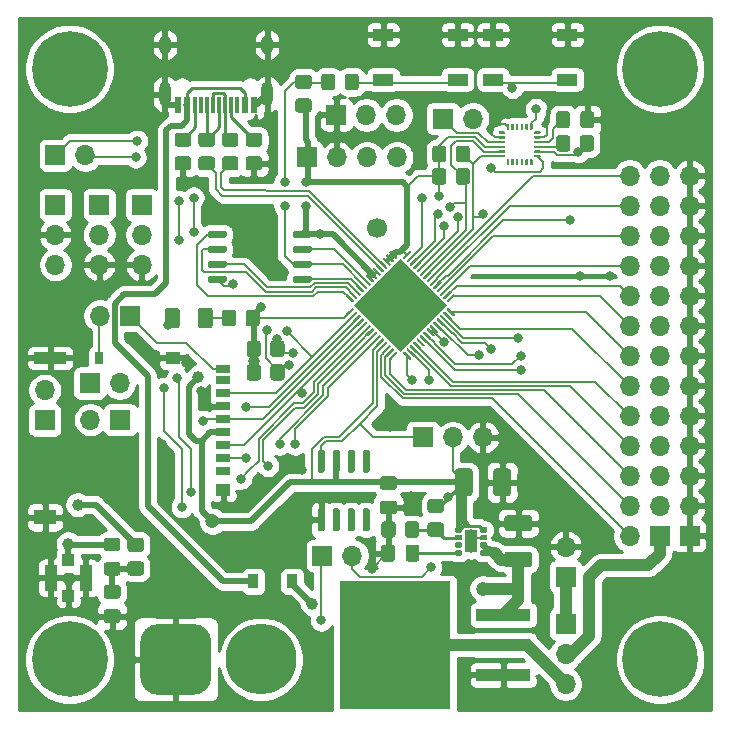
<source format=gbr>
%TF.GenerationSoftware,KiCad,Pcbnew,5.1.10*%
%TF.CreationDate,2021-06-13T21:02:57+02:00*%
%TF.ProjectId,CraftControlBoard,43726166-7443-46f6-9e74-726f6c426f61,rev?*%
%TF.SameCoordinates,Original*%
%TF.FileFunction,Copper,L1,Top*%
%TF.FilePolarity,Positive*%
%FSLAX46Y46*%
G04 Gerber Fmt 4.6, Leading zero omitted, Abs format (unit mm)*
G04 Created by KiCad (PCBNEW 5.1.10) date 2021-06-13 21:02:57*
%MOMM*%
%LPD*%
G01*
G04 APERTURE LIST*
%TA.AperFunction,ComponentPad*%
%ADD10C,6.400000*%
%TD*%
%TA.AperFunction,ComponentPad*%
%ADD11C,1.700000*%
%TD*%
%TA.AperFunction,ComponentPad*%
%ADD12O,1.700000X1.700000*%
%TD*%
%TA.AperFunction,ComponentPad*%
%ADD13R,1.700000X1.700000*%
%TD*%
%TA.AperFunction,SMDPad,CuDef*%
%ADD14R,9.400000X10.800000*%
%TD*%
%TA.AperFunction,SMDPad,CuDef*%
%ADD15R,4.600000X1.100000*%
%TD*%
%TA.AperFunction,SMDPad,CuDef*%
%ADD16C,0.100000*%
%TD*%
%TA.AperFunction,ComponentPad*%
%ADD17C,0.500000*%
%TD*%
%TA.AperFunction,SMDPad,CuDef*%
%ADD18R,1.100000X1.900000*%
%TD*%
%TA.AperFunction,SMDPad,CuDef*%
%ADD19R,1.700000X1.000000*%
%TD*%
%TA.AperFunction,SMDPad,CuDef*%
%ADD20R,0.600000X1.450000*%
%TD*%
%TA.AperFunction,SMDPad,CuDef*%
%ADD21R,0.300000X1.450000*%
%TD*%
%TA.AperFunction,ComponentPad*%
%ADD22O,1.000000X2.100000*%
%TD*%
%TA.AperFunction,ComponentPad*%
%ADD23O,1.000000X1.600000*%
%TD*%
%TA.AperFunction,SMDPad,CuDef*%
%ADD24R,1.000000X1.000000*%
%TD*%
%TA.AperFunction,SMDPad,CuDef*%
%ADD25R,1.050000X2.200000*%
%TD*%
%TA.AperFunction,SMDPad,CuDef*%
%ADD26R,1.900000X1.300000*%
%TD*%
%TA.AperFunction,SMDPad,CuDef*%
%ADD27R,2.800000X1.000000*%
%TD*%
%TA.AperFunction,SMDPad,CuDef*%
%ADD28R,0.800000X1.000000*%
%TD*%
%TA.AperFunction,SMDPad,CuDef*%
%ADD29R,1.200000X1.000000*%
%TD*%
%TA.AperFunction,SMDPad,CuDef*%
%ADD30R,1.200000X0.700000*%
%TD*%
%TA.AperFunction,ComponentPad*%
%ADD31C,6.000000*%
%TD*%
%TA.AperFunction,SMDPad,CuDef*%
%ADD32R,0.900000X1.200000*%
%TD*%
%TA.AperFunction,ViaPad*%
%ADD33C,0.800000*%
%TD*%
%TA.AperFunction,ViaPad*%
%ADD34C,1.200000*%
%TD*%
%TA.AperFunction,ViaPad*%
%ADD35C,1.000000*%
%TD*%
%TA.AperFunction,Conductor*%
%ADD36C,0.250000*%
%TD*%
%TA.AperFunction,Conductor*%
%ADD37C,0.500000*%
%TD*%
%TA.AperFunction,Conductor*%
%ADD38C,0.200000*%
%TD*%
%TA.AperFunction,Conductor*%
%ADD39C,1.000000*%
%TD*%
%TA.AperFunction,Conductor*%
%ADD40C,0.254000*%
%TD*%
%TA.AperFunction,Conductor*%
%ADD41C,0.100000*%
%TD*%
G04 APERTURE END LIST*
D10*
%TO.P,REF\u002A\u002A,1*%
%TO.N,N/C*%
X188000000Y-127000000D03*
%TD*%
%TO.P,REF\u002A\u002A,1*%
%TO.N,N/C*%
X138000000Y-127000000D03*
%TD*%
%TO.P,REF\u002A\u002A,1*%
%TO.N,N/C*%
X138000000Y-77000000D03*
%TD*%
%TO.P,REF\u002A\u002A,1*%
%TO.N,N/C*%
X188000000Y-77000000D03*
%TD*%
D11*
%TO.P,J21,1*%
%TO.N,Net-(J21-Pad1)*%
X164000000Y-90500000D03*
%TD*%
%TO.P,R20,2*%
%TO.N,+3V3*%
%TA.AperFunction,SMDPad,CuDef*%
G36*
G01*
X152900000Y-98550001D02*
X152900000Y-97649999D01*
G75*
G02*
X153149999Y-97400000I249999J0D01*
G01*
X153850001Y-97400000D01*
G75*
G02*
X154100000Y-97649999I0J-249999D01*
G01*
X154100000Y-98550001D01*
G75*
G02*
X153850001Y-98800000I-249999J0D01*
G01*
X153149999Y-98800000D01*
G75*
G02*
X152900000Y-98550001I0J249999D01*
G01*
G37*
%TD.AperFunction*%
%TO.P,R20,1*%
%TO.N,Net-(D2-Pad2)*%
%TA.AperFunction,SMDPad,CuDef*%
G36*
G01*
X150900000Y-98550001D02*
X150900000Y-97649999D01*
G75*
G02*
X151149999Y-97400000I249999J0D01*
G01*
X151850001Y-97400000D01*
G75*
G02*
X152100000Y-97649999I0J-249999D01*
G01*
X152100000Y-98550001D01*
G75*
G02*
X151850001Y-98800000I-249999J0D01*
G01*
X151149999Y-98800000D01*
G75*
G02*
X150900000Y-98550001I0J249999D01*
G01*
G37*
%TD.AperFunction*%
%TD*%
%TO.P,D2,2*%
%TO.N,Net-(D2-Pad2)*%
%TA.AperFunction,SMDPad,CuDef*%
G36*
G01*
X148875000Y-98725000D02*
X148875000Y-97475000D01*
G75*
G02*
X149125000Y-97225000I250000J0D01*
G01*
X149875000Y-97225000D01*
G75*
G02*
X150125000Y-97475000I0J-250000D01*
G01*
X150125000Y-98725000D01*
G75*
G02*
X149875000Y-98975000I-250000J0D01*
G01*
X149125000Y-98975000D01*
G75*
G02*
X148875000Y-98725000I0J250000D01*
G01*
G37*
%TD.AperFunction*%
%TO.P,D2,1*%
%TO.N,I2C1_SDA*%
%TA.AperFunction,SMDPad,CuDef*%
G36*
G01*
X146075000Y-98725000D02*
X146075000Y-97475000D01*
G75*
G02*
X146325000Y-97225000I250000J0D01*
G01*
X147075000Y-97225000D01*
G75*
G02*
X147325000Y-97475000I0J-250000D01*
G01*
X147325000Y-98725000D01*
G75*
G02*
X147075000Y-98975000I-250000J0D01*
G01*
X146325000Y-98975000D01*
G75*
G02*
X146075000Y-98725000I0J250000D01*
G01*
G37*
%TD.AperFunction*%
%TD*%
D12*
%TO.P,J23,2*%
%TO.N,Net-(J23-Pad2)*%
X140560000Y-97900000D03*
D13*
%TO.P,J23,1*%
%TO.N,Net-(J23-Pad1)*%
X143100000Y-97900000D03*
%TD*%
D12*
%TO.P,J11,26*%
%TO.N,CH12*%
X185420000Y-86060000D03*
%TO.P,J11,25*%
%TO.N,+5V*%
X187960000Y-86060000D03*
%TO.P,J11,24*%
%TO.N,CH11*%
X185420000Y-88600000D03*
%TO.P,J11,23*%
%TO.N,+5V*%
X187960000Y-88600000D03*
%TO.P,J11,22*%
%TO.N,CH10*%
X185420000Y-91140000D03*
%TO.P,J11,21*%
%TO.N,+5V*%
X187960000Y-91140000D03*
%TO.P,J11,20*%
%TO.N,CH9*%
X185420000Y-93680000D03*
%TO.P,J11,19*%
%TO.N,+5V*%
X187960000Y-93680000D03*
%TO.P,J11,18*%
%TO.N,CH8*%
X185420000Y-96220000D03*
%TO.P,J11,17*%
%TO.N,+5V*%
X187960000Y-96220000D03*
%TO.P,J11,16*%
%TO.N,CH7*%
X185420000Y-98760000D03*
%TO.P,J11,15*%
%TO.N,+5V*%
X187960000Y-98760000D03*
%TO.P,J11,14*%
%TO.N,CH6*%
X185420000Y-101300000D03*
%TO.P,J11,13*%
%TO.N,+5V*%
X187960000Y-101300000D03*
%TO.P,J11,12*%
%TO.N,CH5*%
X185420000Y-103840000D03*
%TO.P,J11,11*%
%TO.N,+5V*%
X187960000Y-103840000D03*
%TO.P,J11,10*%
%TO.N,CH4*%
X185420000Y-106380000D03*
%TO.P,J11,9*%
%TO.N,+5V*%
X187960000Y-106380000D03*
%TO.P,J11,8*%
%TO.N,CH3*%
X185420000Y-108920000D03*
%TO.P,J11,7*%
%TO.N,+5V*%
X187960000Y-108920000D03*
%TO.P,J11,6*%
%TO.N,CH2*%
X185420000Y-111460000D03*
%TO.P,J11,5*%
%TO.N,+5V*%
X187960000Y-111460000D03*
%TO.P,J11,4*%
%TO.N,CH1*%
X185420000Y-114000000D03*
%TO.P,J11,3*%
%TO.N,+5V*%
X187960000Y-114000000D03*
%TO.P,J11,2*%
%TO.N,CH0*%
X185420000Y-116540000D03*
D13*
%TO.P,J11,1*%
%TO.N,+5V*%
X187960000Y-116540000D03*
%TD*%
D14*
%TO.P,U10,2*%
%TO.N,Net-(C10-Pad1)*%
X165575000Y-125775000D03*
D15*
%TO.P,U10,3*%
%TO.N,/PWR_IN*%
X174725000Y-123235000D03*
%TO.P,U10,2*%
%TO.N,Net-(C10-Pad1)*%
X174725000Y-125775000D03*
%TO.P,U10,1*%
%TO.N,GND*%
X174725000Y-128315000D03*
%TD*%
%TO.P,U8,8*%
%TO.N,+3V3*%
%TA.AperFunction,SMDPad,CuDef*%
G36*
G01*
X156900000Y-91145000D02*
X156900000Y-90845000D01*
G75*
G02*
X157050000Y-90695000I150000J0D01*
G01*
X158350000Y-90695000D01*
G75*
G02*
X158500000Y-90845000I0J-150000D01*
G01*
X158500000Y-91145000D01*
G75*
G02*
X158350000Y-91295000I-150000J0D01*
G01*
X157050000Y-91295000D01*
G75*
G02*
X156900000Y-91145000I0J150000D01*
G01*
G37*
%TD.AperFunction*%
%TO.P,U8,7*%
%TO.N,Net-(U6-Pad51)*%
%TA.AperFunction,SMDPad,CuDef*%
G36*
G01*
X156900000Y-92415000D02*
X156900000Y-92115000D01*
G75*
G02*
X157050000Y-91965000I150000J0D01*
G01*
X158350000Y-91965000D01*
G75*
G02*
X158500000Y-92115000I0J-150000D01*
G01*
X158500000Y-92415000D01*
G75*
G02*
X158350000Y-92565000I-150000J0D01*
G01*
X157050000Y-92565000D01*
G75*
G02*
X156900000Y-92415000I0J150000D01*
G01*
G37*
%TD.AperFunction*%
%TO.P,U8,6*%
%TO.N,Net-(R10-Pad1)*%
%TA.AperFunction,SMDPad,CuDef*%
G36*
G01*
X156900000Y-93685000D02*
X156900000Y-93385000D01*
G75*
G02*
X157050000Y-93235000I150000J0D01*
G01*
X158350000Y-93235000D01*
G75*
G02*
X158500000Y-93385000I0J-150000D01*
G01*
X158500000Y-93685000D01*
G75*
G02*
X158350000Y-93835000I-150000J0D01*
G01*
X157050000Y-93835000D01*
G75*
G02*
X156900000Y-93685000I0J150000D01*
G01*
G37*
%TD.AperFunction*%
%TO.P,U8,5*%
%TO.N,Net-(U6-Pad53)*%
%TA.AperFunction,SMDPad,CuDef*%
G36*
G01*
X156900000Y-94955000D02*
X156900000Y-94655000D01*
G75*
G02*
X157050000Y-94505000I150000J0D01*
G01*
X158350000Y-94505000D01*
G75*
G02*
X158500000Y-94655000I0J-150000D01*
G01*
X158500000Y-94955000D01*
G75*
G02*
X158350000Y-95105000I-150000J0D01*
G01*
X157050000Y-95105000D01*
G75*
G02*
X156900000Y-94955000I0J150000D01*
G01*
G37*
%TD.AperFunction*%
%TO.P,U8,4*%
%TO.N,GND*%
%TA.AperFunction,SMDPad,CuDef*%
G36*
G01*
X149700000Y-94955000D02*
X149700000Y-94655000D01*
G75*
G02*
X149850000Y-94505000I150000J0D01*
G01*
X151150000Y-94505000D01*
G75*
G02*
X151300000Y-94655000I0J-150000D01*
G01*
X151300000Y-94955000D01*
G75*
G02*
X151150000Y-95105000I-150000J0D01*
G01*
X149850000Y-95105000D01*
G75*
G02*
X149700000Y-94955000I0J150000D01*
G01*
G37*
%TD.AperFunction*%
%TO.P,U8,3*%
%TO.N,Net-(U6-Pad54)*%
%TA.AperFunction,SMDPad,CuDef*%
G36*
G01*
X149700000Y-93685000D02*
X149700000Y-93385000D01*
G75*
G02*
X149850000Y-93235000I150000J0D01*
G01*
X151150000Y-93235000D01*
G75*
G02*
X151300000Y-93385000I0J-150000D01*
G01*
X151300000Y-93685000D01*
G75*
G02*
X151150000Y-93835000I-150000J0D01*
G01*
X149850000Y-93835000D01*
G75*
G02*
X149700000Y-93685000I0J150000D01*
G01*
G37*
%TD.AperFunction*%
%TO.P,U8,2*%
%TO.N,Net-(U6-Pad55)*%
%TA.AperFunction,SMDPad,CuDef*%
G36*
G01*
X149700000Y-92415000D02*
X149700000Y-92115000D01*
G75*
G02*
X149850000Y-91965000I150000J0D01*
G01*
X151150000Y-91965000D01*
G75*
G02*
X151300000Y-92115000I0J-150000D01*
G01*
X151300000Y-92415000D01*
G75*
G02*
X151150000Y-92565000I-150000J0D01*
G01*
X149850000Y-92565000D01*
G75*
G02*
X149700000Y-92415000I0J150000D01*
G01*
G37*
%TD.AperFunction*%
%TO.P,U8,1*%
%TO.N,Net-(U6-Pad56)*%
%TA.AperFunction,SMDPad,CuDef*%
G36*
G01*
X149700000Y-91145000D02*
X149700000Y-90845000D01*
G75*
G02*
X149850000Y-90695000I150000J0D01*
G01*
X151150000Y-90695000D01*
G75*
G02*
X151300000Y-90845000I0J-150000D01*
G01*
X151300000Y-91145000D01*
G75*
G02*
X151150000Y-91295000I-150000J0D01*
G01*
X149850000Y-91295000D01*
G75*
G02*
X149700000Y-91145000I0J150000D01*
G01*
G37*
%TD.AperFunction*%
%TD*%
%TO.P,U7,24*%
%TO.N,I2C0_SDA*%
%TA.AperFunction,SMDPad,CuDef*%
G36*
G01*
X174875000Y-84350000D02*
X174875000Y-84450000D01*
G75*
G02*
X174825000Y-84500000I-50000J0D01*
G01*
X174375000Y-84500000D01*
G75*
G02*
X174325000Y-84450000I0J50000D01*
G01*
X174325000Y-84350000D01*
G75*
G02*
X174375000Y-84300000I50000J0D01*
G01*
X174825000Y-84300000D01*
G75*
G02*
X174875000Y-84350000I0J-50000D01*
G01*
G37*
%TD.AperFunction*%
%TO.P,U7,23*%
%TO.N,I2C0_SCL*%
%TA.AperFunction,SMDPad,CuDef*%
G36*
G01*
X174875000Y-83950000D02*
X174875000Y-84050000D01*
G75*
G02*
X174825000Y-84100000I-50000J0D01*
G01*
X174375000Y-84100000D01*
G75*
G02*
X174325000Y-84050000I0J50000D01*
G01*
X174325000Y-83950000D01*
G75*
G02*
X174375000Y-83900000I50000J0D01*
G01*
X174825000Y-83900000D01*
G75*
G02*
X174875000Y-83950000I0J-50000D01*
G01*
G37*
%TD.AperFunction*%
%TO.P,U7,22*%
%TO.N,+3V3*%
%TA.AperFunction,SMDPad,CuDef*%
G36*
G01*
X174875000Y-83550000D02*
X174875000Y-83650000D01*
G75*
G02*
X174825000Y-83700000I-50000J0D01*
G01*
X174375000Y-83700000D01*
G75*
G02*
X174325000Y-83650000I0J50000D01*
G01*
X174325000Y-83550000D01*
G75*
G02*
X174375000Y-83500000I50000J0D01*
G01*
X174825000Y-83500000D01*
G75*
G02*
X174875000Y-83550000I0J-50000D01*
G01*
G37*
%TD.AperFunction*%
%TO.P,U7,21*%
%TO.N,Net-(J20-Pad1)*%
%TA.AperFunction,SMDPad,CuDef*%
G36*
G01*
X174875000Y-83150000D02*
X174875000Y-83250000D01*
G75*
G02*
X174825000Y-83300000I-50000J0D01*
G01*
X174375000Y-83300000D01*
G75*
G02*
X174325000Y-83250000I0J50000D01*
G01*
X174325000Y-83150000D01*
G75*
G02*
X174375000Y-83100000I50000J0D01*
G01*
X174825000Y-83100000D01*
G75*
G02*
X174875000Y-83150000I0J-50000D01*
G01*
G37*
%TD.AperFunction*%
%TO.P,U7,20*%
%TO.N,GND*%
%TA.AperFunction,SMDPad,CuDef*%
G36*
G01*
X174875000Y-82750000D02*
X174875000Y-82850000D01*
G75*
G02*
X174825000Y-82900000I-50000J0D01*
G01*
X174375000Y-82900000D01*
G75*
G02*
X174325000Y-82850000I0J50000D01*
G01*
X174325000Y-82750000D01*
G75*
G02*
X174375000Y-82700000I50000J0D01*
G01*
X174825000Y-82700000D01*
G75*
G02*
X174875000Y-82750000I0J-50000D01*
G01*
G37*
%TD.AperFunction*%
%TO.P,U7,19*%
%TO.N,N/C*%
%TA.AperFunction,SMDPad,CuDef*%
G36*
G01*
X174875000Y-82350000D02*
X174875000Y-82450000D01*
G75*
G02*
X174825000Y-82500000I-50000J0D01*
G01*
X174375000Y-82500000D01*
G75*
G02*
X174325000Y-82450000I0J50000D01*
G01*
X174325000Y-82350000D01*
G75*
G02*
X174375000Y-82300000I50000J0D01*
G01*
X174825000Y-82300000D01*
G75*
G02*
X174875000Y-82350000I0J-50000D01*
G01*
G37*
%TD.AperFunction*%
%TO.P,U7,18*%
%TO.N,GND*%
%TA.AperFunction,SMDPad,CuDef*%
G36*
G01*
X175150000Y-82175000D02*
X175050000Y-82175000D01*
G75*
G02*
X175000000Y-82125000I0J50000D01*
G01*
X175000000Y-81675000D01*
G75*
G02*
X175050000Y-81625000I50000J0D01*
G01*
X175150000Y-81625000D01*
G75*
G02*
X175200000Y-81675000I0J-50000D01*
G01*
X175200000Y-82125000D01*
G75*
G02*
X175150000Y-82175000I-50000J0D01*
G01*
G37*
%TD.AperFunction*%
%TO.P,U7,17*%
%TO.N,N/C*%
%TA.AperFunction,SMDPad,CuDef*%
G36*
G01*
X175550000Y-82175000D02*
X175450000Y-82175000D01*
G75*
G02*
X175400000Y-82125000I0J50000D01*
G01*
X175400000Y-81675000D01*
G75*
G02*
X175450000Y-81625000I50000J0D01*
G01*
X175550000Y-81625000D01*
G75*
G02*
X175600000Y-81675000I0J-50000D01*
G01*
X175600000Y-82125000D01*
G75*
G02*
X175550000Y-82175000I-50000J0D01*
G01*
G37*
%TD.AperFunction*%
%TO.P,U7,16*%
%TA.AperFunction,SMDPad,CuDef*%
G36*
G01*
X175950000Y-82175000D02*
X175850000Y-82175000D01*
G75*
G02*
X175800000Y-82125000I0J50000D01*
G01*
X175800000Y-81675000D01*
G75*
G02*
X175850000Y-81625000I50000J0D01*
G01*
X175950000Y-81625000D01*
G75*
G02*
X176000000Y-81675000I0J-50000D01*
G01*
X176000000Y-82125000D01*
G75*
G02*
X175950000Y-82175000I-50000J0D01*
G01*
G37*
%TD.AperFunction*%
%TO.P,U7,15*%
%TA.AperFunction,SMDPad,CuDef*%
G36*
G01*
X176350000Y-82175000D02*
X176250000Y-82175000D01*
G75*
G02*
X176200000Y-82125000I0J50000D01*
G01*
X176200000Y-81675000D01*
G75*
G02*
X176250000Y-81625000I50000J0D01*
G01*
X176350000Y-81625000D01*
G75*
G02*
X176400000Y-81675000I0J-50000D01*
G01*
X176400000Y-82125000D01*
G75*
G02*
X176350000Y-82175000I-50000J0D01*
G01*
G37*
%TD.AperFunction*%
%TO.P,U7,14*%
%TA.AperFunction,SMDPad,CuDef*%
G36*
G01*
X176750000Y-82175000D02*
X176650000Y-82175000D01*
G75*
G02*
X176600000Y-82125000I0J50000D01*
G01*
X176600000Y-81675000D01*
G75*
G02*
X176650000Y-81625000I50000J0D01*
G01*
X176750000Y-81625000D01*
G75*
G02*
X176800000Y-81675000I0J-50000D01*
G01*
X176800000Y-82125000D01*
G75*
G02*
X176750000Y-82175000I-50000J0D01*
G01*
G37*
%TD.AperFunction*%
%TO.P,U7,13*%
%TO.N,+3V3*%
%TA.AperFunction,SMDPad,CuDef*%
G36*
G01*
X177150000Y-82175000D02*
X177050000Y-82175000D01*
G75*
G02*
X177000000Y-82125000I0J50000D01*
G01*
X177000000Y-81675000D01*
G75*
G02*
X177050000Y-81625000I50000J0D01*
G01*
X177150000Y-81625000D01*
G75*
G02*
X177200000Y-81675000I0J-50000D01*
G01*
X177200000Y-82125000D01*
G75*
G02*
X177150000Y-82175000I-50000J0D01*
G01*
G37*
%TD.AperFunction*%
%TO.P,U7,12*%
%TO.N,N/C*%
%TA.AperFunction,SMDPad,CuDef*%
G36*
G01*
X177875000Y-82350000D02*
X177875000Y-82450000D01*
G75*
G02*
X177825000Y-82500000I-50000J0D01*
G01*
X177375000Y-82500000D01*
G75*
G02*
X177325000Y-82450000I0J50000D01*
G01*
X177325000Y-82350000D01*
G75*
G02*
X177375000Y-82300000I50000J0D01*
G01*
X177825000Y-82300000D01*
G75*
G02*
X177875000Y-82350000I0J-50000D01*
G01*
G37*
%TD.AperFunction*%
%TO.P,U7,11*%
%TO.N,GND*%
%TA.AperFunction,SMDPad,CuDef*%
G36*
G01*
X177875000Y-82750000D02*
X177875000Y-82850000D01*
G75*
G02*
X177825000Y-82900000I-50000J0D01*
G01*
X177375000Y-82900000D01*
G75*
G02*
X177325000Y-82850000I0J50000D01*
G01*
X177325000Y-82750000D01*
G75*
G02*
X177375000Y-82700000I50000J0D01*
G01*
X177825000Y-82700000D01*
G75*
G02*
X177875000Y-82750000I0J-50000D01*
G01*
G37*
%TD.AperFunction*%
%TO.P,U7,10*%
%TO.N,Net-(C21-Pad1)*%
%TA.AperFunction,SMDPad,CuDef*%
G36*
G01*
X177875000Y-83150000D02*
X177875000Y-83250000D01*
G75*
G02*
X177825000Y-83300000I-50000J0D01*
G01*
X177375000Y-83300000D01*
G75*
G02*
X177325000Y-83250000I0J50000D01*
G01*
X177325000Y-83150000D01*
G75*
G02*
X177375000Y-83100000I50000J0D01*
G01*
X177825000Y-83100000D01*
G75*
G02*
X177875000Y-83150000I0J-50000D01*
G01*
G37*
%TD.AperFunction*%
%TO.P,U7,9*%
%TO.N,Net-(R16-Pad2)*%
%TA.AperFunction,SMDPad,CuDef*%
G36*
G01*
X177875000Y-83550000D02*
X177875000Y-83650000D01*
G75*
G02*
X177825000Y-83700000I-50000J0D01*
G01*
X177375000Y-83700000D01*
G75*
G02*
X177325000Y-83650000I0J50000D01*
G01*
X177325000Y-83550000D01*
G75*
G02*
X177375000Y-83500000I50000J0D01*
G01*
X177825000Y-83500000D01*
G75*
G02*
X177875000Y-83550000I0J-50000D01*
G01*
G37*
%TD.AperFunction*%
%TO.P,U7,8*%
%TO.N,+3V3*%
%TA.AperFunction,SMDPad,CuDef*%
G36*
G01*
X177875000Y-83950000D02*
X177875000Y-84050000D01*
G75*
G02*
X177825000Y-84100000I-50000J0D01*
G01*
X177375000Y-84100000D01*
G75*
G02*
X177325000Y-84050000I0J50000D01*
G01*
X177325000Y-83950000D01*
G75*
G02*
X177375000Y-83900000I50000J0D01*
G01*
X177825000Y-83900000D01*
G75*
G02*
X177875000Y-83950000I0J-50000D01*
G01*
G37*
%TD.AperFunction*%
%TO.P,U7,7*%
%TO.N,Net-(J20-Pad2)*%
%TA.AperFunction,SMDPad,CuDef*%
G36*
G01*
X177875000Y-84350000D02*
X177875000Y-84450000D01*
G75*
G02*
X177825000Y-84500000I-50000J0D01*
G01*
X177375000Y-84500000D01*
G75*
G02*
X177325000Y-84450000I0J50000D01*
G01*
X177325000Y-84350000D01*
G75*
G02*
X177375000Y-84300000I50000J0D01*
G01*
X177825000Y-84300000D01*
G75*
G02*
X177875000Y-84350000I0J-50000D01*
G01*
G37*
%TD.AperFunction*%
%TO.P,U7,6*%
%TO.N,N/C*%
%TA.AperFunction,SMDPad,CuDef*%
G36*
G01*
X177150000Y-85175000D02*
X177050000Y-85175000D01*
G75*
G02*
X177000000Y-85125000I0J50000D01*
G01*
X177000000Y-84675000D01*
G75*
G02*
X177050000Y-84625000I50000J0D01*
G01*
X177150000Y-84625000D01*
G75*
G02*
X177200000Y-84675000I0J-50000D01*
G01*
X177200000Y-85125000D01*
G75*
G02*
X177150000Y-85175000I-50000J0D01*
G01*
G37*
%TD.AperFunction*%
%TO.P,U7,5*%
%TA.AperFunction,SMDPad,CuDef*%
G36*
G01*
X176750000Y-85175000D02*
X176650000Y-85175000D01*
G75*
G02*
X176600000Y-85125000I0J50000D01*
G01*
X176600000Y-84675000D01*
G75*
G02*
X176650000Y-84625000I50000J0D01*
G01*
X176750000Y-84625000D01*
G75*
G02*
X176800000Y-84675000I0J-50000D01*
G01*
X176800000Y-85125000D01*
G75*
G02*
X176750000Y-85175000I-50000J0D01*
G01*
G37*
%TD.AperFunction*%
%TO.P,U7,4*%
%TA.AperFunction,SMDPad,CuDef*%
G36*
G01*
X176350000Y-85175000D02*
X176250000Y-85175000D01*
G75*
G02*
X176200000Y-85125000I0J50000D01*
G01*
X176200000Y-84675000D01*
G75*
G02*
X176250000Y-84625000I50000J0D01*
G01*
X176350000Y-84625000D01*
G75*
G02*
X176400000Y-84675000I0J-50000D01*
G01*
X176400000Y-85125000D01*
G75*
G02*
X176350000Y-85175000I-50000J0D01*
G01*
G37*
%TD.AperFunction*%
%TO.P,U7,3*%
%TA.AperFunction,SMDPad,CuDef*%
G36*
G01*
X175950000Y-85175000D02*
X175850000Y-85175000D01*
G75*
G02*
X175800000Y-85125000I0J50000D01*
G01*
X175800000Y-84675000D01*
G75*
G02*
X175850000Y-84625000I50000J0D01*
G01*
X175950000Y-84625000D01*
G75*
G02*
X176000000Y-84675000I0J-50000D01*
G01*
X176000000Y-85125000D01*
G75*
G02*
X175950000Y-85175000I-50000J0D01*
G01*
G37*
%TD.AperFunction*%
%TO.P,U7,2*%
%TA.AperFunction,SMDPad,CuDef*%
G36*
G01*
X175550000Y-85175000D02*
X175450000Y-85175000D01*
G75*
G02*
X175400000Y-85125000I0J50000D01*
G01*
X175400000Y-84675000D01*
G75*
G02*
X175450000Y-84625000I50000J0D01*
G01*
X175550000Y-84625000D01*
G75*
G02*
X175600000Y-84675000I0J-50000D01*
G01*
X175600000Y-85125000D01*
G75*
G02*
X175550000Y-85175000I-50000J0D01*
G01*
G37*
%TD.AperFunction*%
%TO.P,U7,1*%
%TA.AperFunction,SMDPad,CuDef*%
G36*
G01*
X175150000Y-85175000D02*
X175050000Y-85175000D01*
G75*
G02*
X175000000Y-85125000I0J50000D01*
G01*
X175000000Y-84675000D01*
G75*
G02*
X175050000Y-84625000I50000J0D01*
G01*
X175150000Y-84625000D01*
G75*
G02*
X175200000Y-84675000I0J-50000D01*
G01*
X175200000Y-85125000D01*
G75*
G02*
X175150000Y-85175000I-50000J0D01*
G01*
G37*
%TD.AperFunction*%
%TD*%
%TA.AperFunction,SMDPad,CuDef*%
D16*
%TO.P,U6,57*%
%TO.N,GND*%
G36*
X166010051Y-100979899D02*
G01*
X162050253Y-97020101D01*
X166010051Y-93060303D01*
X169969849Y-97020101D01*
X166010051Y-100979899D01*
G37*
%TD.AperFunction*%
%TO.P,U6,56*%
%TO.N,Net-(U6-Pad56)*%
%TA.AperFunction,SMDPad,CuDef*%
G36*
G01*
X161944188Y-96772613D02*
X161396180Y-96224605D01*
G75*
G02*
X161396180Y-96153895I35355J35355D01*
G01*
X161466890Y-96083185D01*
G75*
G02*
X161537600Y-96083185I35355J-35355D01*
G01*
X162085608Y-96631193D01*
G75*
G02*
X162085608Y-96701903I-35355J-35355D01*
G01*
X162014898Y-96772613D01*
G75*
G02*
X161944188Y-96772613I-35355J35355D01*
G01*
G37*
%TD.AperFunction*%
%TO.P,U6,55*%
%TO.N,Net-(U6-Pad55)*%
%TA.AperFunction,SMDPad,CuDef*%
G36*
G01*
X162227031Y-96489770D02*
X161679023Y-95941762D01*
G75*
G02*
X161679023Y-95871052I35355J35355D01*
G01*
X161749733Y-95800342D01*
G75*
G02*
X161820443Y-95800342I35355J-35355D01*
G01*
X162368451Y-96348350D01*
G75*
G02*
X162368451Y-96419060I-35355J-35355D01*
G01*
X162297741Y-96489770D01*
G75*
G02*
X162227031Y-96489770I-35355J35355D01*
G01*
G37*
%TD.AperFunction*%
%TO.P,U6,54*%
%TO.N,Net-(U6-Pad54)*%
%TA.AperFunction,SMDPad,CuDef*%
G36*
G01*
X162509873Y-96206928D02*
X161961865Y-95658920D01*
G75*
G02*
X161961865Y-95588210I35355J35355D01*
G01*
X162032575Y-95517500D01*
G75*
G02*
X162103285Y-95517500I35355J-35355D01*
G01*
X162651293Y-96065508D01*
G75*
G02*
X162651293Y-96136218I-35355J-35355D01*
G01*
X162580583Y-96206928D01*
G75*
G02*
X162509873Y-96206928I-35355J35355D01*
G01*
G37*
%TD.AperFunction*%
%TO.P,U6,53*%
%TO.N,Net-(U6-Pad53)*%
%TA.AperFunction,SMDPad,CuDef*%
G36*
G01*
X162792716Y-95924085D02*
X162244708Y-95376077D01*
G75*
G02*
X162244708Y-95305367I35355J35355D01*
G01*
X162315418Y-95234657D01*
G75*
G02*
X162386128Y-95234657I35355J-35355D01*
G01*
X162934136Y-95782665D01*
G75*
G02*
X162934136Y-95853375I-35355J-35355D01*
G01*
X162863426Y-95924085D01*
G75*
G02*
X162792716Y-95924085I-35355J35355D01*
G01*
G37*
%TD.AperFunction*%
%TO.P,U6,52*%
%TO.N,Net-(R10-Pad1)*%
%TA.AperFunction,SMDPad,CuDef*%
G36*
G01*
X163075559Y-95641242D02*
X162527551Y-95093234D01*
G75*
G02*
X162527551Y-95022524I35355J35355D01*
G01*
X162598261Y-94951814D01*
G75*
G02*
X162668971Y-94951814I35355J-35355D01*
G01*
X163216979Y-95499822D01*
G75*
G02*
X163216979Y-95570532I-35355J-35355D01*
G01*
X163146269Y-95641242D01*
G75*
G02*
X163075559Y-95641242I-35355J35355D01*
G01*
G37*
%TD.AperFunction*%
%TO.P,U6,51*%
%TO.N,Net-(U6-Pad51)*%
%TA.AperFunction,SMDPad,CuDef*%
G36*
G01*
X163358401Y-95358400D02*
X162810393Y-94810392D01*
G75*
G02*
X162810393Y-94739682I35355J35355D01*
G01*
X162881103Y-94668972D01*
G75*
G02*
X162951813Y-94668972I35355J-35355D01*
G01*
X163499821Y-95216980D01*
G75*
G02*
X163499821Y-95287690I-35355J-35355D01*
G01*
X163429111Y-95358400D01*
G75*
G02*
X163358401Y-95358400I-35355J35355D01*
G01*
G37*
%TD.AperFunction*%
%TO.P,U6,50*%
%TO.N,+3V3*%
%TA.AperFunction,SMDPad,CuDef*%
G36*
G01*
X163641244Y-95075557D02*
X163093236Y-94527549D01*
G75*
G02*
X163093236Y-94456839I35355J35355D01*
G01*
X163163946Y-94386129D01*
G75*
G02*
X163234656Y-94386129I35355J-35355D01*
G01*
X163782664Y-94934137D01*
G75*
G02*
X163782664Y-95004847I-35355J-35355D01*
G01*
X163711954Y-95075557D01*
G75*
G02*
X163641244Y-95075557I-35355J35355D01*
G01*
G37*
%TD.AperFunction*%
%TO.P,U6,49*%
%TA.AperFunction,SMDPad,CuDef*%
G36*
G01*
X163924087Y-94792714D02*
X163376079Y-94244706D01*
G75*
G02*
X163376079Y-94173996I35355J35355D01*
G01*
X163446789Y-94103286D01*
G75*
G02*
X163517499Y-94103286I35355J-35355D01*
G01*
X164065507Y-94651294D01*
G75*
G02*
X164065507Y-94722004I-35355J-35355D01*
G01*
X163994797Y-94792714D01*
G75*
G02*
X163924087Y-94792714I-35355J35355D01*
G01*
G37*
%TD.AperFunction*%
%TO.P,U6,48*%
%TA.AperFunction,SMDPad,CuDef*%
G36*
G01*
X164206930Y-94509871D02*
X163658922Y-93961863D01*
G75*
G02*
X163658922Y-93891153I35355J35355D01*
G01*
X163729632Y-93820443D01*
G75*
G02*
X163800342Y-93820443I35355J-35355D01*
G01*
X164348350Y-94368451D01*
G75*
G02*
X164348350Y-94439161I-35355J-35355D01*
G01*
X164277640Y-94509871D01*
G75*
G02*
X164206930Y-94509871I-35355J35355D01*
G01*
G37*
%TD.AperFunction*%
%TO.P,U6,47*%
%TO.N,USB_D+*%
%TA.AperFunction,SMDPad,CuDef*%
G36*
G01*
X164489772Y-94227029D02*
X163941764Y-93679021D01*
G75*
G02*
X163941764Y-93608311I35355J35355D01*
G01*
X164012474Y-93537601D01*
G75*
G02*
X164083184Y-93537601I35355J-35355D01*
G01*
X164631192Y-94085609D01*
G75*
G02*
X164631192Y-94156319I-35355J-35355D01*
G01*
X164560482Y-94227029D01*
G75*
G02*
X164489772Y-94227029I-35355J35355D01*
G01*
G37*
%TD.AperFunction*%
%TO.P,U6,46*%
%TO.N,USB_D-*%
%TA.AperFunction,SMDPad,CuDef*%
G36*
G01*
X164772615Y-93944186D02*
X164224607Y-93396178D01*
G75*
G02*
X164224607Y-93325468I35355J35355D01*
G01*
X164295317Y-93254758D01*
G75*
G02*
X164366027Y-93254758I35355J-35355D01*
G01*
X164914035Y-93802766D01*
G75*
G02*
X164914035Y-93873476I-35355J-35355D01*
G01*
X164843325Y-93944186D01*
G75*
G02*
X164772615Y-93944186I-35355J35355D01*
G01*
G37*
%TD.AperFunction*%
%TO.P,U6,45*%
%TO.N,+3V3*%
%TA.AperFunction,SMDPad,CuDef*%
G36*
G01*
X165055458Y-93661343D02*
X164507450Y-93113335D01*
G75*
G02*
X164507450Y-93042625I35355J35355D01*
G01*
X164578160Y-92971915D01*
G75*
G02*
X164648870Y-92971915I35355J-35355D01*
G01*
X165196878Y-93519923D01*
G75*
G02*
X165196878Y-93590633I-35355J-35355D01*
G01*
X165126168Y-93661343D01*
G75*
G02*
X165055458Y-93661343I-35355J35355D01*
G01*
G37*
%TD.AperFunction*%
%TO.P,U6,44*%
%TA.AperFunction,SMDPad,CuDef*%
G36*
G01*
X165338300Y-93378501D02*
X164790292Y-92830493D01*
G75*
G02*
X164790292Y-92759783I35355J35355D01*
G01*
X164861002Y-92689073D01*
G75*
G02*
X164931712Y-92689073I35355J-35355D01*
G01*
X165479720Y-93237081D01*
G75*
G02*
X165479720Y-93307791I-35355J-35355D01*
G01*
X165409010Y-93378501D01*
G75*
G02*
X165338300Y-93378501I-35355J35355D01*
G01*
G37*
%TD.AperFunction*%
%TO.P,U6,43*%
%TA.AperFunction,SMDPad,CuDef*%
G36*
G01*
X165621143Y-93095658D02*
X165073135Y-92547650D01*
G75*
G02*
X165073135Y-92476940I35355J35355D01*
G01*
X165143845Y-92406230D01*
G75*
G02*
X165214555Y-92406230I35355J-35355D01*
G01*
X165762563Y-92954238D01*
G75*
G02*
X165762563Y-93024948I-35355J-35355D01*
G01*
X165691853Y-93095658D01*
G75*
G02*
X165621143Y-93095658I-35355J35355D01*
G01*
G37*
%TD.AperFunction*%
%TO.P,U6,42*%
%TA.AperFunction,SMDPad,CuDef*%
G36*
G01*
X166328249Y-93095658D02*
X166257539Y-93024948D01*
G75*
G02*
X166257539Y-92954238I35355J35355D01*
G01*
X166805547Y-92406230D01*
G75*
G02*
X166876257Y-92406230I35355J-35355D01*
G01*
X166946967Y-92476940D01*
G75*
G02*
X166946967Y-92547650I-35355J-35355D01*
G01*
X166398959Y-93095658D01*
G75*
G02*
X166328249Y-93095658I-35355J35355D01*
G01*
G37*
%TD.AperFunction*%
%TO.P,U6,41*%
%TO.N,ADC3*%
%TA.AperFunction,SMDPad,CuDef*%
G36*
G01*
X166611092Y-93378501D02*
X166540382Y-93307791D01*
G75*
G02*
X166540382Y-93237081I35355J35355D01*
G01*
X167088390Y-92689073D01*
G75*
G02*
X167159100Y-92689073I35355J-35355D01*
G01*
X167229810Y-92759783D01*
G75*
G02*
X167229810Y-92830493I-35355J-35355D01*
G01*
X166681802Y-93378501D01*
G75*
G02*
X166611092Y-93378501I-35355J35355D01*
G01*
G37*
%TD.AperFunction*%
%TO.P,U6,40*%
%TO.N,ADC2*%
%TA.AperFunction,SMDPad,CuDef*%
G36*
G01*
X166893934Y-93661343D02*
X166823224Y-93590633D01*
G75*
G02*
X166823224Y-93519923I35355J35355D01*
G01*
X167371232Y-92971915D01*
G75*
G02*
X167441942Y-92971915I35355J-35355D01*
G01*
X167512652Y-93042625D01*
G75*
G02*
X167512652Y-93113335I-35355J-35355D01*
G01*
X166964644Y-93661343D01*
G75*
G02*
X166893934Y-93661343I-35355J35355D01*
G01*
G37*
%TD.AperFunction*%
%TO.P,U6,39*%
%TO.N,V_BATT*%
%TA.AperFunction,SMDPad,CuDef*%
G36*
G01*
X167176777Y-93944186D02*
X167106067Y-93873476D01*
G75*
G02*
X167106067Y-93802766I35355J35355D01*
G01*
X167654075Y-93254758D01*
G75*
G02*
X167724785Y-93254758I35355J-35355D01*
G01*
X167795495Y-93325468D01*
G75*
G02*
X167795495Y-93396178I-35355J-35355D01*
G01*
X167247487Y-93944186D01*
G75*
G02*
X167176777Y-93944186I-35355J35355D01*
G01*
G37*
%TD.AperFunction*%
%TO.P,U6,38*%
%TO.N,CURRENT_SENSE*%
%TA.AperFunction,SMDPad,CuDef*%
G36*
G01*
X167459620Y-94227029D02*
X167388910Y-94156319D01*
G75*
G02*
X167388910Y-94085609I35355J35355D01*
G01*
X167936918Y-93537601D01*
G75*
G02*
X168007628Y-93537601I35355J-35355D01*
G01*
X168078338Y-93608311D01*
G75*
G02*
X168078338Y-93679021I-35355J-35355D01*
G01*
X167530330Y-94227029D01*
G75*
G02*
X167459620Y-94227029I-35355J35355D01*
G01*
G37*
%TD.AperFunction*%
%TO.P,U6,37*%
%TO.N,I2C0_SCL*%
%TA.AperFunction,SMDPad,CuDef*%
G36*
G01*
X167742462Y-94509871D02*
X167671752Y-94439161D01*
G75*
G02*
X167671752Y-94368451I35355J35355D01*
G01*
X168219760Y-93820443D01*
G75*
G02*
X168290470Y-93820443I35355J-35355D01*
G01*
X168361180Y-93891153D01*
G75*
G02*
X168361180Y-93961863I-35355J-35355D01*
G01*
X167813172Y-94509871D01*
G75*
G02*
X167742462Y-94509871I-35355J35355D01*
G01*
G37*
%TD.AperFunction*%
%TO.P,U6,36*%
%TO.N,I2C0_SDA*%
%TA.AperFunction,SMDPad,CuDef*%
G36*
G01*
X168025305Y-94792714D02*
X167954595Y-94722004D01*
G75*
G02*
X167954595Y-94651294I35355J35355D01*
G01*
X168502603Y-94103286D01*
G75*
G02*
X168573313Y-94103286I35355J-35355D01*
G01*
X168644023Y-94173996D01*
G75*
G02*
X168644023Y-94244706I-35355J-35355D01*
G01*
X168096015Y-94792714D01*
G75*
G02*
X168025305Y-94792714I-35355J35355D01*
G01*
G37*
%TD.AperFunction*%
%TO.P,U6,35*%
%TO.N,CH12*%
%TA.AperFunction,SMDPad,CuDef*%
G36*
G01*
X168308148Y-95075557D02*
X168237438Y-95004847D01*
G75*
G02*
X168237438Y-94934137I35355J35355D01*
G01*
X168785446Y-94386129D01*
G75*
G02*
X168856156Y-94386129I35355J-35355D01*
G01*
X168926866Y-94456839D01*
G75*
G02*
X168926866Y-94527549I-35355J-35355D01*
G01*
X168378858Y-95075557D01*
G75*
G02*
X168308148Y-95075557I-35355J35355D01*
G01*
G37*
%TD.AperFunction*%
%TO.P,U6,34*%
%TO.N,CH11*%
%TA.AperFunction,SMDPad,CuDef*%
G36*
G01*
X168590991Y-95358400D02*
X168520281Y-95287690D01*
G75*
G02*
X168520281Y-95216980I35355J35355D01*
G01*
X169068289Y-94668972D01*
G75*
G02*
X169138999Y-94668972I35355J-35355D01*
G01*
X169209709Y-94739682D01*
G75*
G02*
X169209709Y-94810392I-35355J-35355D01*
G01*
X168661701Y-95358400D01*
G75*
G02*
X168590991Y-95358400I-35355J35355D01*
G01*
G37*
%TD.AperFunction*%
%TO.P,U6,33*%
%TO.N,+3V3*%
%TA.AperFunction,SMDPad,CuDef*%
G36*
G01*
X168873833Y-95641242D02*
X168803123Y-95570532D01*
G75*
G02*
X168803123Y-95499822I35355J35355D01*
G01*
X169351131Y-94951814D01*
G75*
G02*
X169421841Y-94951814I35355J-35355D01*
G01*
X169492551Y-95022524D01*
G75*
G02*
X169492551Y-95093234I-35355J-35355D01*
G01*
X168944543Y-95641242D01*
G75*
G02*
X168873833Y-95641242I-35355J35355D01*
G01*
G37*
%TD.AperFunction*%
%TO.P,U6,32*%
%TO.N,CH10*%
%TA.AperFunction,SMDPad,CuDef*%
G36*
G01*
X169156676Y-95924085D02*
X169085966Y-95853375D01*
G75*
G02*
X169085966Y-95782665I35355J35355D01*
G01*
X169633974Y-95234657D01*
G75*
G02*
X169704684Y-95234657I35355J-35355D01*
G01*
X169775394Y-95305367D01*
G75*
G02*
X169775394Y-95376077I-35355J-35355D01*
G01*
X169227386Y-95924085D01*
G75*
G02*
X169156676Y-95924085I-35355J35355D01*
G01*
G37*
%TD.AperFunction*%
%TO.P,U6,31*%
%TO.N,CH9*%
%TA.AperFunction,SMDPad,CuDef*%
G36*
G01*
X169439519Y-96206928D02*
X169368809Y-96136218D01*
G75*
G02*
X169368809Y-96065508I35355J35355D01*
G01*
X169916817Y-95517500D01*
G75*
G02*
X169987527Y-95517500I35355J-35355D01*
G01*
X170058237Y-95588210D01*
G75*
G02*
X170058237Y-95658920I-35355J-35355D01*
G01*
X169510229Y-96206928D01*
G75*
G02*
X169439519Y-96206928I-35355J35355D01*
G01*
G37*
%TD.AperFunction*%
%TO.P,U6,30*%
%TO.N,CH8*%
%TA.AperFunction,SMDPad,CuDef*%
G36*
G01*
X169722361Y-96489770D02*
X169651651Y-96419060D01*
G75*
G02*
X169651651Y-96348350I35355J35355D01*
G01*
X170199659Y-95800342D01*
G75*
G02*
X170270369Y-95800342I35355J-35355D01*
G01*
X170341079Y-95871052D01*
G75*
G02*
X170341079Y-95941762I-35355J-35355D01*
G01*
X169793071Y-96489770D01*
G75*
G02*
X169722361Y-96489770I-35355J35355D01*
G01*
G37*
%TD.AperFunction*%
%TO.P,U6,29*%
%TO.N,CH7*%
%TA.AperFunction,SMDPad,CuDef*%
G36*
G01*
X170005204Y-96772613D02*
X169934494Y-96701903D01*
G75*
G02*
X169934494Y-96631193I35355J35355D01*
G01*
X170482502Y-96083185D01*
G75*
G02*
X170553212Y-96083185I35355J-35355D01*
G01*
X170623922Y-96153895D01*
G75*
G02*
X170623922Y-96224605I-35355J-35355D01*
G01*
X170075914Y-96772613D01*
G75*
G02*
X170005204Y-96772613I-35355J35355D01*
G01*
G37*
%TD.AperFunction*%
%TO.P,U6,28*%
%TO.N,CH6*%
%TA.AperFunction,SMDPad,CuDef*%
G36*
G01*
X170482502Y-97957017D02*
X169934494Y-97409009D01*
G75*
G02*
X169934494Y-97338299I35355J35355D01*
G01*
X170005204Y-97267589D01*
G75*
G02*
X170075914Y-97267589I35355J-35355D01*
G01*
X170623922Y-97815597D01*
G75*
G02*
X170623922Y-97886307I-35355J-35355D01*
G01*
X170553212Y-97957017D01*
G75*
G02*
X170482502Y-97957017I-35355J35355D01*
G01*
G37*
%TD.AperFunction*%
%TO.P,U6,27*%
%TO.N,CH5*%
%TA.AperFunction,SMDPad,CuDef*%
G36*
G01*
X170199659Y-98239860D02*
X169651651Y-97691852D01*
G75*
G02*
X169651651Y-97621142I35355J35355D01*
G01*
X169722361Y-97550432D01*
G75*
G02*
X169793071Y-97550432I35355J-35355D01*
G01*
X170341079Y-98098440D01*
G75*
G02*
X170341079Y-98169150I-35355J-35355D01*
G01*
X170270369Y-98239860D01*
G75*
G02*
X170199659Y-98239860I-35355J35355D01*
G01*
G37*
%TD.AperFunction*%
%TO.P,U6,26*%
%TO.N,/RST*%
%TA.AperFunction,SMDPad,CuDef*%
G36*
G01*
X169916817Y-98522702D02*
X169368809Y-97974694D01*
G75*
G02*
X169368809Y-97903984I35355J35355D01*
G01*
X169439519Y-97833274D01*
G75*
G02*
X169510229Y-97833274I35355J-35355D01*
G01*
X170058237Y-98381282D01*
G75*
G02*
X170058237Y-98451992I-35355J-35355D01*
G01*
X169987527Y-98522702D01*
G75*
G02*
X169916817Y-98522702I-35355J35355D01*
G01*
G37*
%TD.AperFunction*%
%TO.P,U6,25*%
%TO.N,SWDIO*%
%TA.AperFunction,SMDPad,CuDef*%
G36*
G01*
X169633974Y-98805545D02*
X169085966Y-98257537D01*
G75*
G02*
X169085966Y-98186827I35355J35355D01*
G01*
X169156676Y-98116117D01*
G75*
G02*
X169227386Y-98116117I35355J-35355D01*
G01*
X169775394Y-98664125D01*
G75*
G02*
X169775394Y-98734835I-35355J-35355D01*
G01*
X169704684Y-98805545D01*
G75*
G02*
X169633974Y-98805545I-35355J35355D01*
G01*
G37*
%TD.AperFunction*%
%TO.P,U6,24*%
%TO.N,SWCLK*%
%TA.AperFunction,SMDPad,CuDef*%
G36*
G01*
X169351131Y-99088388D02*
X168803123Y-98540380D01*
G75*
G02*
X168803123Y-98469670I35355J35355D01*
G01*
X168873833Y-98398960D01*
G75*
G02*
X168944543Y-98398960I35355J-35355D01*
G01*
X169492551Y-98946968D01*
G75*
G02*
X169492551Y-99017678I-35355J-35355D01*
G01*
X169421841Y-99088388D01*
G75*
G02*
X169351131Y-99088388I-35355J35355D01*
G01*
G37*
%TD.AperFunction*%
%TO.P,U6,23*%
%TO.N,+3V3*%
%TA.AperFunction,SMDPad,CuDef*%
G36*
G01*
X169068289Y-99371230D02*
X168520281Y-98823222D01*
G75*
G02*
X168520281Y-98752512I35355J35355D01*
G01*
X168590991Y-98681802D01*
G75*
G02*
X168661701Y-98681802I35355J-35355D01*
G01*
X169209709Y-99229810D01*
G75*
G02*
X169209709Y-99300520I-35355J-35355D01*
G01*
X169138999Y-99371230D01*
G75*
G02*
X169068289Y-99371230I-35355J35355D01*
G01*
G37*
%TD.AperFunction*%
%TO.P,U6,22*%
%TA.AperFunction,SMDPad,CuDef*%
G36*
G01*
X168785446Y-99654073D02*
X168237438Y-99106065D01*
G75*
G02*
X168237438Y-99035355I35355J35355D01*
G01*
X168308148Y-98964645D01*
G75*
G02*
X168378858Y-98964645I35355J-35355D01*
G01*
X168926866Y-99512653D01*
G75*
G02*
X168926866Y-99583363I-35355J-35355D01*
G01*
X168856156Y-99654073D01*
G75*
G02*
X168785446Y-99654073I-35355J35355D01*
G01*
G37*
%TD.AperFunction*%
%TO.P,U6,21*%
%TO.N,Net-(C19-Pad1)*%
%TA.AperFunction,SMDPad,CuDef*%
G36*
G01*
X168502603Y-99936916D02*
X167954595Y-99388908D01*
G75*
G02*
X167954595Y-99318198I35355J35355D01*
G01*
X168025305Y-99247488D01*
G75*
G02*
X168096015Y-99247488I35355J-35355D01*
G01*
X168644023Y-99795496D01*
G75*
G02*
X168644023Y-99866206I-35355J-35355D01*
G01*
X168573313Y-99936916D01*
G75*
G02*
X168502603Y-99936916I-35355J35355D01*
G01*
G37*
%TD.AperFunction*%
%TO.P,U6,20*%
%TO.N,Net-(C20-Pad1)*%
%TA.AperFunction,SMDPad,CuDef*%
G36*
G01*
X168219760Y-100219759D02*
X167671752Y-99671751D01*
G75*
G02*
X167671752Y-99601041I35355J35355D01*
G01*
X167742462Y-99530331D01*
G75*
G02*
X167813172Y-99530331I35355J-35355D01*
G01*
X168361180Y-100078339D01*
G75*
G02*
X168361180Y-100149049I-35355J-35355D01*
G01*
X168290470Y-100219759D01*
G75*
G02*
X168219760Y-100219759I-35355J35355D01*
G01*
G37*
%TD.AperFunction*%
%TO.P,U6,19*%
%TO.N,N/C*%
%TA.AperFunction,SMDPad,CuDef*%
G36*
G01*
X167936918Y-100502601D02*
X167388910Y-99954593D01*
G75*
G02*
X167388910Y-99883883I35355J35355D01*
G01*
X167459620Y-99813173D01*
G75*
G02*
X167530330Y-99813173I35355J-35355D01*
G01*
X168078338Y-100361181D01*
G75*
G02*
X168078338Y-100431891I-35355J-35355D01*
G01*
X168007628Y-100502601D01*
G75*
G02*
X167936918Y-100502601I-35355J35355D01*
G01*
G37*
%TD.AperFunction*%
%TO.P,U6,18*%
%TO.N,CH4*%
%TA.AperFunction,SMDPad,CuDef*%
G36*
G01*
X167654075Y-100785444D02*
X167106067Y-100237436D01*
G75*
G02*
X167106067Y-100166726I35355J35355D01*
G01*
X167176777Y-100096016D01*
G75*
G02*
X167247487Y-100096016I35355J-35355D01*
G01*
X167795495Y-100644024D01*
G75*
G02*
X167795495Y-100714734I-35355J-35355D01*
G01*
X167724785Y-100785444D01*
G75*
G02*
X167654075Y-100785444I-35355J35355D01*
G01*
G37*
%TD.AperFunction*%
%TO.P,U6,17*%
%TO.N,CH3*%
%TA.AperFunction,SMDPad,CuDef*%
G36*
G01*
X167371232Y-101068287D02*
X166823224Y-100520279D01*
G75*
G02*
X166823224Y-100449569I35355J35355D01*
G01*
X166893934Y-100378859D01*
G75*
G02*
X166964644Y-100378859I35355J-35355D01*
G01*
X167512652Y-100926867D01*
G75*
G02*
X167512652Y-100997577I-35355J-35355D01*
G01*
X167441942Y-101068287D01*
G75*
G02*
X167371232Y-101068287I-35355J35355D01*
G01*
G37*
%TD.AperFunction*%
%TO.P,U6,16*%
%TO.N,SBUS*%
%TA.AperFunction,SMDPad,CuDef*%
G36*
G01*
X167088390Y-101351129D02*
X166540382Y-100803121D01*
G75*
G02*
X166540382Y-100732411I35355J35355D01*
G01*
X166611092Y-100661701D01*
G75*
G02*
X166681802Y-100661701I35355J-35355D01*
G01*
X167229810Y-101209709D01*
G75*
G02*
X167229810Y-101280419I-35355J-35355D01*
G01*
X167159100Y-101351129D01*
G75*
G02*
X167088390Y-101351129I-35355J35355D01*
G01*
G37*
%TD.AperFunction*%
%TO.P,U6,15*%
%TO.N,SPort*%
%TA.AperFunction,SMDPad,CuDef*%
G36*
G01*
X166805547Y-101633972D02*
X166257539Y-101085964D01*
G75*
G02*
X166257539Y-101015254I35355J35355D01*
G01*
X166328249Y-100944544D01*
G75*
G02*
X166398959Y-100944544I35355J-35355D01*
G01*
X166946967Y-101492552D01*
G75*
G02*
X166946967Y-101563262I-35355J-35355D01*
G01*
X166876257Y-101633972D01*
G75*
G02*
X166805547Y-101633972I-35355J35355D01*
G01*
G37*
%TD.AperFunction*%
%TO.P,U6,14*%
%TO.N,CH2*%
%TA.AperFunction,SMDPad,CuDef*%
G36*
G01*
X165143845Y-101633972D02*
X165073135Y-101563262D01*
G75*
G02*
X165073135Y-101492552I35355J35355D01*
G01*
X165621143Y-100944544D01*
G75*
G02*
X165691853Y-100944544I35355J-35355D01*
G01*
X165762563Y-101015254D01*
G75*
G02*
X165762563Y-101085964I-35355J-35355D01*
G01*
X165214555Y-101633972D01*
G75*
G02*
X165143845Y-101633972I-35355J35355D01*
G01*
G37*
%TD.AperFunction*%
%TO.P,U6,13*%
%TO.N,CH1*%
%TA.AperFunction,SMDPad,CuDef*%
G36*
G01*
X164861002Y-101351129D02*
X164790292Y-101280419D01*
G75*
G02*
X164790292Y-101209709I35355J35355D01*
G01*
X165338300Y-100661701D01*
G75*
G02*
X165409010Y-100661701I35355J-35355D01*
G01*
X165479720Y-100732411D01*
G75*
G02*
X165479720Y-100803121I-35355J-35355D01*
G01*
X164931712Y-101351129D01*
G75*
G02*
X164861002Y-101351129I-35355J35355D01*
G01*
G37*
%TD.AperFunction*%
%TO.P,U6,12*%
%TO.N,CH0*%
%TA.AperFunction,SMDPad,CuDef*%
G36*
G01*
X164578160Y-101068287D02*
X164507450Y-100997577D01*
G75*
G02*
X164507450Y-100926867I35355J35355D01*
G01*
X165055458Y-100378859D01*
G75*
G02*
X165126168Y-100378859I35355J-35355D01*
G01*
X165196878Y-100449569D01*
G75*
G02*
X165196878Y-100520279I-35355J-35355D01*
G01*
X164648870Y-101068287D01*
G75*
G02*
X164578160Y-101068287I-35355J35355D01*
G01*
G37*
%TD.AperFunction*%
%TO.P,U6,11*%
%TO.N,ONE_WIRE*%
%TA.AperFunction,SMDPad,CuDef*%
G36*
G01*
X164295317Y-100785444D02*
X164224607Y-100714734D01*
G75*
G02*
X164224607Y-100644024I35355J35355D01*
G01*
X164772615Y-100096016D01*
G75*
G02*
X164843325Y-100096016I35355J-35355D01*
G01*
X164914035Y-100166726D01*
G75*
G02*
X164914035Y-100237436I-35355J-35355D01*
G01*
X164366027Y-100785444D01*
G75*
G02*
X164295317Y-100785444I-35355J35355D01*
G01*
G37*
%TD.AperFunction*%
%TO.P,U6,10*%
%TO.N,+3V3*%
%TA.AperFunction,SMDPad,CuDef*%
G36*
G01*
X164012474Y-100502601D02*
X163941764Y-100431891D01*
G75*
G02*
X163941764Y-100361181I35355J35355D01*
G01*
X164489772Y-99813173D01*
G75*
G02*
X164560482Y-99813173I35355J-35355D01*
G01*
X164631192Y-99883883D01*
G75*
G02*
X164631192Y-99954593I-35355J-35355D01*
G01*
X164083184Y-100502601D01*
G75*
G02*
X164012474Y-100502601I-35355J35355D01*
G01*
G37*
%TD.AperFunction*%
%TO.P,U6,9*%
%TO.N,I2C1_SCL*%
%TA.AperFunction,SMDPad,CuDef*%
G36*
G01*
X163729632Y-100219759D02*
X163658922Y-100149049D01*
G75*
G02*
X163658922Y-100078339I35355J35355D01*
G01*
X164206930Y-99530331D01*
G75*
G02*
X164277640Y-99530331I35355J-35355D01*
G01*
X164348350Y-99601041D01*
G75*
G02*
X164348350Y-99671751I-35355J-35355D01*
G01*
X163800342Y-100219759D01*
G75*
G02*
X163729632Y-100219759I-35355J35355D01*
G01*
G37*
%TD.AperFunction*%
%TO.P,U6,8*%
%TO.N,I2C1_SDA*%
%TA.AperFunction,SMDPad,CuDef*%
G36*
G01*
X163446789Y-99936916D02*
X163376079Y-99866206D01*
G75*
G02*
X163376079Y-99795496I35355J35355D01*
G01*
X163924087Y-99247488D01*
G75*
G02*
X163994797Y-99247488I35355J-35355D01*
G01*
X164065507Y-99318198D01*
G75*
G02*
X164065507Y-99388908I-35355J-35355D01*
G01*
X163517499Y-99936916D01*
G75*
G02*
X163446789Y-99936916I-35355J35355D01*
G01*
G37*
%TD.AperFunction*%
%TO.P,U6,7*%
%TO.N,UART1_RX*%
%TA.AperFunction,SMDPad,CuDef*%
G36*
G01*
X163163946Y-99654073D02*
X163093236Y-99583363D01*
G75*
G02*
X163093236Y-99512653I35355J35355D01*
G01*
X163641244Y-98964645D01*
G75*
G02*
X163711954Y-98964645I35355J-35355D01*
G01*
X163782664Y-99035355D01*
G75*
G02*
X163782664Y-99106065I-35355J-35355D01*
G01*
X163234656Y-99654073D01*
G75*
G02*
X163163946Y-99654073I-35355J35355D01*
G01*
G37*
%TD.AperFunction*%
%TO.P,U6,6*%
%TO.N,UART1_TX*%
%TA.AperFunction,SMDPad,CuDef*%
G36*
G01*
X162881103Y-99371230D02*
X162810393Y-99300520D01*
G75*
G02*
X162810393Y-99229810I35355J35355D01*
G01*
X163358401Y-98681802D01*
G75*
G02*
X163429111Y-98681802I35355J-35355D01*
G01*
X163499821Y-98752512D01*
G75*
G02*
X163499821Y-98823222I-35355J-35355D01*
G01*
X162951813Y-99371230D01*
G75*
G02*
X162881103Y-99371230I-35355J35355D01*
G01*
G37*
%TD.AperFunction*%
%TO.P,U6,5*%
%TO.N,SPI0_MOSI*%
%TA.AperFunction,SMDPad,CuDef*%
G36*
G01*
X162598261Y-99088388D02*
X162527551Y-99017678D01*
G75*
G02*
X162527551Y-98946968I35355J35355D01*
G01*
X163075559Y-98398960D01*
G75*
G02*
X163146269Y-98398960I35355J-35355D01*
G01*
X163216979Y-98469670D01*
G75*
G02*
X163216979Y-98540380I-35355J-35355D01*
G01*
X162668971Y-99088388D01*
G75*
G02*
X162598261Y-99088388I-35355J35355D01*
G01*
G37*
%TD.AperFunction*%
%TO.P,U6,4*%
%TO.N,SPI0_SCK*%
%TA.AperFunction,SMDPad,CuDef*%
G36*
G01*
X162315418Y-98805545D02*
X162244708Y-98734835D01*
G75*
G02*
X162244708Y-98664125I35355J35355D01*
G01*
X162792716Y-98116117D01*
G75*
G02*
X162863426Y-98116117I35355J-35355D01*
G01*
X162934136Y-98186827D01*
G75*
G02*
X162934136Y-98257537I-35355J-35355D01*
G01*
X162386128Y-98805545D01*
G75*
G02*
X162315418Y-98805545I-35355J35355D01*
G01*
G37*
%TD.AperFunction*%
%TO.P,U6,3*%
%TO.N,SPI0_CS*%
%TA.AperFunction,SMDPad,CuDef*%
G36*
G01*
X162032575Y-98522702D02*
X161961865Y-98451992D01*
G75*
G02*
X161961865Y-98381282I35355J35355D01*
G01*
X162509873Y-97833274D01*
G75*
G02*
X162580583Y-97833274I35355J-35355D01*
G01*
X162651293Y-97903984D01*
G75*
G02*
X162651293Y-97974694I-35355J-35355D01*
G01*
X162103285Y-98522702D01*
G75*
G02*
X162032575Y-98522702I-35355J35355D01*
G01*
G37*
%TD.AperFunction*%
%TO.P,U6,2*%
%TO.N,SPI0_MISO*%
%TA.AperFunction,SMDPad,CuDef*%
G36*
G01*
X161749733Y-98239860D02*
X161679023Y-98169150D01*
G75*
G02*
X161679023Y-98098440I35355J35355D01*
G01*
X162227031Y-97550432D01*
G75*
G02*
X162297741Y-97550432I35355J-35355D01*
G01*
X162368451Y-97621142D01*
G75*
G02*
X162368451Y-97691852I-35355J-35355D01*
G01*
X161820443Y-98239860D01*
G75*
G02*
X161749733Y-98239860I-35355J35355D01*
G01*
G37*
%TD.AperFunction*%
%TO.P,U6,1*%
%TO.N,+3V3*%
%TA.AperFunction,SMDPad,CuDef*%
G36*
G01*
X161466890Y-97957017D02*
X161396180Y-97886307D01*
G75*
G02*
X161396180Y-97815597I35355J35355D01*
G01*
X161944188Y-97267589D01*
G75*
G02*
X162014898Y-97267589I35355J-35355D01*
G01*
X162085608Y-97338299D01*
G75*
G02*
X162085608Y-97409009I-35355J-35355D01*
G01*
X161537600Y-97957017D01*
G75*
G02*
X161466890Y-97957017I-35355J35355D01*
G01*
G37*
%TD.AperFunction*%
%TD*%
D17*
%TO.P,U2,9*%
%TO.N,GND*%
X172000000Y-116250000D03*
X172000000Y-117000000D03*
X172000000Y-117750000D03*
D18*
X172000000Y-117000000D03*
%TO.P,U2,8*%
%TO.N,Net-(C7-Pad1)*%
%TA.AperFunction,SMDPad,CuDef*%
G36*
G01*
X171250000Y-117850000D02*
X171250000Y-118100000D01*
G75*
G02*
X171125000Y-118225000I-125000J0D01*
G01*
X170750000Y-118225000D01*
G75*
G02*
X170625000Y-118100000I0J125000D01*
G01*
X170625000Y-117850000D01*
G75*
G02*
X170750000Y-117725000I125000J0D01*
G01*
X171125000Y-117725000D01*
G75*
G02*
X171250000Y-117850000I0J-125000D01*
G01*
G37*
%TD.AperFunction*%
%TO.P,U2,7*%
%TO.N,N/C*%
%TA.AperFunction,SMDPad,CuDef*%
G36*
G01*
X171250000Y-117200000D02*
X171250000Y-117450000D01*
G75*
G02*
X171125000Y-117575000I-125000J0D01*
G01*
X170750000Y-117575000D01*
G75*
G02*
X170625000Y-117450000I0J125000D01*
G01*
X170625000Y-117200000D01*
G75*
G02*
X170750000Y-117075000I125000J0D01*
G01*
X171125000Y-117075000D01*
G75*
G02*
X171250000Y-117200000I0J-125000D01*
G01*
G37*
%TD.AperFunction*%
%TO.P,U2,6*%
%TO.N,Net-(R12-Pad2)*%
%TA.AperFunction,SMDPad,CuDef*%
G36*
G01*
X171250000Y-116550000D02*
X171250000Y-116800000D01*
G75*
G02*
X171125000Y-116925000I-125000J0D01*
G01*
X170750000Y-116925000D01*
G75*
G02*
X170625000Y-116800000I0J125000D01*
G01*
X170625000Y-116550000D01*
G75*
G02*
X170750000Y-116425000I125000J0D01*
G01*
X171125000Y-116425000D01*
G75*
G02*
X171250000Y-116550000I0J-125000D01*
G01*
G37*
%TD.AperFunction*%
%TO.P,U2,5*%
%TO.N,+3V3*%
%TA.AperFunction,SMDPad,CuDef*%
G36*
G01*
X171250000Y-115900000D02*
X171250000Y-116150000D01*
G75*
G02*
X171125000Y-116275000I-125000J0D01*
G01*
X170750000Y-116275000D01*
G75*
G02*
X170625000Y-116150000I0J125000D01*
G01*
X170625000Y-115900000D01*
G75*
G02*
X170750000Y-115775000I125000J0D01*
G01*
X171125000Y-115775000D01*
G75*
G02*
X171250000Y-115900000I0J-125000D01*
G01*
G37*
%TD.AperFunction*%
%TO.P,U2,4*%
%TA.AperFunction,SMDPad,CuDef*%
G36*
G01*
X173375000Y-115900000D02*
X173375000Y-116150000D01*
G75*
G02*
X173250000Y-116275000I-125000J0D01*
G01*
X172875000Y-116275000D01*
G75*
G02*
X172750000Y-116150000I0J125000D01*
G01*
X172750000Y-115900000D01*
G75*
G02*
X172875000Y-115775000I125000J0D01*
G01*
X173250000Y-115775000D01*
G75*
G02*
X173375000Y-115900000I0J-125000D01*
G01*
G37*
%TD.AperFunction*%
%TO.P,U2,3*%
%TO.N,GND*%
%TA.AperFunction,SMDPad,CuDef*%
G36*
G01*
X173375000Y-116550000D02*
X173375000Y-116800000D01*
G75*
G02*
X173250000Y-116925000I-125000J0D01*
G01*
X172875000Y-116925000D01*
G75*
G02*
X172750000Y-116800000I0J125000D01*
G01*
X172750000Y-116550000D01*
G75*
G02*
X172875000Y-116425000I125000J0D01*
G01*
X173250000Y-116425000D01*
G75*
G02*
X173375000Y-116550000I0J-125000D01*
G01*
G37*
%TD.AperFunction*%
%TO.P,U2,2*%
%TO.N,/PWR_IN*%
%TA.AperFunction,SMDPad,CuDef*%
G36*
G01*
X173375000Y-117200000D02*
X173375000Y-117450000D01*
G75*
G02*
X173250000Y-117575000I-125000J0D01*
G01*
X172875000Y-117575000D01*
G75*
G02*
X172750000Y-117450000I0J125000D01*
G01*
X172750000Y-117200000D01*
G75*
G02*
X172875000Y-117075000I125000J0D01*
G01*
X173250000Y-117075000D01*
G75*
G02*
X173375000Y-117200000I0J-125000D01*
G01*
G37*
%TD.AperFunction*%
%TO.P,U2,1*%
%TA.AperFunction,SMDPad,CuDef*%
G36*
G01*
X173375000Y-117850000D02*
X173375000Y-118100000D01*
G75*
G02*
X173250000Y-118225000I-125000J0D01*
G01*
X172875000Y-118225000D01*
G75*
G02*
X172750000Y-118100000I0J125000D01*
G01*
X172750000Y-117850000D01*
G75*
G02*
X172875000Y-117725000I125000J0D01*
G01*
X173250000Y-117725000D01*
G75*
G02*
X173375000Y-117850000I0J-125000D01*
G01*
G37*
%TD.AperFunction*%
%TD*%
%TO.P,U1,8*%
%TO.N,N/C*%
%TA.AperFunction,SMDPad,CuDef*%
G36*
G01*
X162955000Y-114200000D02*
X163255000Y-114200000D01*
G75*
G02*
X163405000Y-114350000I0J-150000D01*
G01*
X163405000Y-116000000D01*
G75*
G02*
X163255000Y-116150000I-150000J0D01*
G01*
X162955000Y-116150000D01*
G75*
G02*
X162805000Y-116000000I0J150000D01*
G01*
X162805000Y-114350000D01*
G75*
G02*
X162955000Y-114200000I150000J0D01*
G01*
G37*
%TD.AperFunction*%
%TO.P,U1,7*%
%TA.AperFunction,SMDPad,CuDef*%
G36*
G01*
X161685000Y-114200000D02*
X161985000Y-114200000D01*
G75*
G02*
X162135000Y-114350000I0J-150000D01*
G01*
X162135000Y-116000000D01*
G75*
G02*
X161985000Y-116150000I-150000J0D01*
G01*
X161685000Y-116150000D01*
G75*
G02*
X161535000Y-116000000I0J150000D01*
G01*
X161535000Y-114350000D01*
G75*
G02*
X161685000Y-114200000I150000J0D01*
G01*
G37*
%TD.AperFunction*%
%TO.P,U1,6*%
%TA.AperFunction,SMDPad,CuDef*%
G36*
G01*
X160415000Y-114200000D02*
X160715000Y-114200000D01*
G75*
G02*
X160865000Y-114350000I0J-150000D01*
G01*
X160865000Y-116000000D01*
G75*
G02*
X160715000Y-116150000I-150000J0D01*
G01*
X160415000Y-116150000D01*
G75*
G02*
X160265000Y-116000000I0J150000D01*
G01*
X160265000Y-114350000D01*
G75*
G02*
X160415000Y-114200000I150000J0D01*
G01*
G37*
%TD.AperFunction*%
%TO.P,U1,5*%
%TO.N,GND*%
%TA.AperFunction,SMDPad,CuDef*%
G36*
G01*
X159145000Y-114200000D02*
X159445000Y-114200000D01*
G75*
G02*
X159595000Y-114350000I0J-150000D01*
G01*
X159595000Y-116000000D01*
G75*
G02*
X159445000Y-116150000I-150000J0D01*
G01*
X159145000Y-116150000D01*
G75*
G02*
X158995000Y-116000000I0J150000D01*
G01*
X158995000Y-114350000D01*
G75*
G02*
X159145000Y-114200000I150000J0D01*
G01*
G37*
%TD.AperFunction*%
%TO.P,U1,4*%
%TO.N,ONE_WIRE*%
%TA.AperFunction,SMDPad,CuDef*%
G36*
G01*
X159145000Y-109250000D02*
X159445000Y-109250000D01*
G75*
G02*
X159595000Y-109400000I0J-150000D01*
G01*
X159595000Y-111050000D01*
G75*
G02*
X159445000Y-111200000I-150000J0D01*
G01*
X159145000Y-111200000D01*
G75*
G02*
X158995000Y-111050000I0J150000D01*
G01*
X158995000Y-109400000D01*
G75*
G02*
X159145000Y-109250000I150000J0D01*
G01*
G37*
%TD.AperFunction*%
%TO.P,U1,3*%
%TO.N,+3V3*%
%TA.AperFunction,SMDPad,CuDef*%
G36*
G01*
X160415000Y-109250000D02*
X160715000Y-109250000D01*
G75*
G02*
X160865000Y-109400000I0J-150000D01*
G01*
X160865000Y-111050000D01*
G75*
G02*
X160715000Y-111200000I-150000J0D01*
G01*
X160415000Y-111200000D01*
G75*
G02*
X160265000Y-111050000I0J150000D01*
G01*
X160265000Y-109400000D01*
G75*
G02*
X160415000Y-109250000I150000J0D01*
G01*
G37*
%TD.AperFunction*%
%TO.P,U1,2*%
%TO.N,N/C*%
%TA.AperFunction,SMDPad,CuDef*%
G36*
G01*
X161685000Y-109250000D02*
X161985000Y-109250000D01*
G75*
G02*
X162135000Y-109400000I0J-150000D01*
G01*
X162135000Y-111050000D01*
G75*
G02*
X161985000Y-111200000I-150000J0D01*
G01*
X161685000Y-111200000D01*
G75*
G02*
X161535000Y-111050000I0J150000D01*
G01*
X161535000Y-109400000D01*
G75*
G02*
X161685000Y-109250000I150000J0D01*
G01*
G37*
%TD.AperFunction*%
%TO.P,U1,1*%
%TA.AperFunction,SMDPad,CuDef*%
G36*
G01*
X162955000Y-109250000D02*
X163255000Y-109250000D01*
G75*
G02*
X163405000Y-109400000I0J-150000D01*
G01*
X163405000Y-111050000D01*
G75*
G02*
X163255000Y-111200000I-150000J0D01*
G01*
X162955000Y-111200000D01*
G75*
G02*
X162805000Y-111050000I0J150000D01*
G01*
X162805000Y-109400000D01*
G75*
G02*
X162955000Y-109250000I150000J0D01*
G01*
G37*
%TD.AperFunction*%
%TD*%
D19*
%TO.P,BOOT,2*%
%TO.N,/BOOT*%
X170850000Y-77900000D03*
X164550000Y-77900000D03*
%TO.P,BOOT,1*%
%TO.N,GND*%
X170850000Y-74100000D03*
X164550000Y-74100000D03*
%TD*%
%TO.P,RST,2*%
%TO.N,/RST*%
X180150000Y-77900000D03*
X173850000Y-77900000D03*
%TO.P,RST,1*%
%TO.N,GND*%
X180150000Y-74100000D03*
X173850000Y-74100000D03*
%TD*%
%TO.P,R19,2*%
%TO.N,Net-(J22-Pad2)*%
%TA.AperFunction,SMDPad,CuDef*%
G36*
G01*
X155000000Y-101150001D02*
X155000000Y-100249999D01*
G75*
G02*
X155249999Y-100000000I249999J0D01*
G01*
X155950001Y-100000000D01*
G75*
G02*
X156200000Y-100249999I0J-249999D01*
G01*
X156200000Y-101150001D01*
G75*
G02*
X155950001Y-101400000I-249999J0D01*
G01*
X155249999Y-101400000D01*
G75*
G02*
X155000000Y-101150001I0J249999D01*
G01*
G37*
%TD.AperFunction*%
%TO.P,R19,1*%
%TO.N,+3V3*%
%TA.AperFunction,SMDPad,CuDef*%
G36*
G01*
X153000000Y-101150001D02*
X153000000Y-100249999D01*
G75*
G02*
X153249999Y-100000000I249999J0D01*
G01*
X153950001Y-100000000D01*
G75*
G02*
X154200000Y-100249999I0J-249999D01*
G01*
X154200000Y-101150001D01*
G75*
G02*
X153950001Y-101400000I-249999J0D01*
G01*
X153249999Y-101400000D01*
G75*
G02*
X153000000Y-101150001I0J249999D01*
G01*
G37*
%TD.AperFunction*%
%TD*%
%TO.P,R18,2*%
%TO.N,Net-(J22-Pad1)*%
%TA.AperFunction,SMDPad,CuDef*%
G36*
G01*
X155000000Y-103150001D02*
X155000000Y-102249999D01*
G75*
G02*
X155249999Y-102000000I249999J0D01*
G01*
X155950001Y-102000000D01*
G75*
G02*
X156200000Y-102249999I0J-249999D01*
G01*
X156200000Y-103150001D01*
G75*
G02*
X155950001Y-103400000I-249999J0D01*
G01*
X155249999Y-103400000D01*
G75*
G02*
X155000000Y-103150001I0J249999D01*
G01*
G37*
%TD.AperFunction*%
%TO.P,R18,1*%
%TO.N,+3V3*%
%TA.AperFunction,SMDPad,CuDef*%
G36*
G01*
X153000000Y-103150001D02*
X153000000Y-102249999D01*
G75*
G02*
X153249999Y-102000000I249999J0D01*
G01*
X153950001Y-102000000D01*
G75*
G02*
X154200000Y-102249999I0J-249999D01*
G01*
X154200000Y-103150001D01*
G75*
G02*
X153950001Y-103400000I-249999J0D01*
G01*
X153249999Y-103400000D01*
G75*
G02*
X153000000Y-103150001I0J249999D01*
G01*
G37*
%TD.AperFunction*%
%TD*%
%TO.P,R16,2*%
%TO.N,Net-(R16-Pad2)*%
%TA.AperFunction,SMDPad,CuDef*%
G36*
G01*
X180400000Y-82849999D02*
X180400000Y-83750001D01*
G75*
G02*
X180150001Y-84000000I-249999J0D01*
G01*
X179449999Y-84000000D01*
G75*
G02*
X179200000Y-83750001I0J249999D01*
G01*
X179200000Y-82849999D01*
G75*
G02*
X179449999Y-82600000I249999J0D01*
G01*
X180150001Y-82600000D01*
G75*
G02*
X180400000Y-82849999I0J-249999D01*
G01*
G37*
%TD.AperFunction*%
%TO.P,R16,1*%
%TO.N,+3V3*%
%TA.AperFunction,SMDPad,CuDef*%
G36*
G01*
X182400000Y-82849999D02*
X182400000Y-83750001D01*
G75*
G02*
X182150001Y-84000000I-249999J0D01*
G01*
X181449999Y-84000000D01*
G75*
G02*
X181200000Y-83750001I0J249999D01*
G01*
X181200000Y-82849999D01*
G75*
G02*
X181449999Y-82600000I249999J0D01*
G01*
X182150001Y-82600000D01*
G75*
G02*
X182400000Y-82849999I0J-249999D01*
G01*
G37*
%TD.AperFunction*%
%TD*%
%TO.P,R13,2*%
%TO.N,GND*%
%TA.AperFunction,SMDPad,CuDef*%
G36*
G01*
X165600000Y-115549999D02*
X165600000Y-116450001D01*
G75*
G02*
X165350001Y-116700000I-249999J0D01*
G01*
X164649999Y-116700000D01*
G75*
G02*
X164400000Y-116450001I0J249999D01*
G01*
X164400000Y-115549999D01*
G75*
G02*
X164649999Y-115300000I249999J0D01*
G01*
X165350001Y-115300000D01*
G75*
G02*
X165600000Y-115549999I0J-249999D01*
G01*
G37*
%TD.AperFunction*%
%TO.P,R13,1*%
%TO.N,Net-(R12-Pad2)*%
%TA.AperFunction,SMDPad,CuDef*%
G36*
G01*
X167600000Y-115549999D02*
X167600000Y-116450001D01*
G75*
G02*
X167350001Y-116700000I-249999J0D01*
G01*
X166649999Y-116700000D01*
G75*
G02*
X166400000Y-116450001I0J249999D01*
G01*
X166400000Y-115549999D01*
G75*
G02*
X166649999Y-115300000I249999J0D01*
G01*
X167350001Y-115300000D01*
G75*
G02*
X167600000Y-115549999I0J-249999D01*
G01*
G37*
%TD.AperFunction*%
%TD*%
%TO.P,R12,2*%
%TO.N,Net-(R12-Pad2)*%
%TA.AperFunction,SMDPad,CuDef*%
G36*
G01*
X168549999Y-115400000D02*
X169450001Y-115400000D01*
G75*
G02*
X169700000Y-115649999I0J-249999D01*
G01*
X169700000Y-116350001D01*
G75*
G02*
X169450001Y-116600000I-249999J0D01*
G01*
X168549999Y-116600000D01*
G75*
G02*
X168300000Y-116350001I0J249999D01*
G01*
X168300000Y-115649999D01*
G75*
G02*
X168549999Y-115400000I249999J0D01*
G01*
G37*
%TD.AperFunction*%
%TO.P,R12,1*%
%TO.N,+3V3*%
%TA.AperFunction,SMDPad,CuDef*%
G36*
G01*
X168549999Y-113400000D02*
X169450001Y-113400000D01*
G75*
G02*
X169700000Y-113649999I0J-249999D01*
G01*
X169700000Y-114350001D01*
G75*
G02*
X169450001Y-114600000I-249999J0D01*
G01*
X168549999Y-114600000D01*
G75*
G02*
X168300000Y-114350001I0J249999D01*
G01*
X168300000Y-113649999D01*
G75*
G02*
X168549999Y-113400000I249999J0D01*
G01*
G37*
%TD.AperFunction*%
%TD*%
%TO.P,R11,2*%
%TO.N,GND*%
%TA.AperFunction,SMDPad,CuDef*%
G36*
G01*
X147149999Y-84400000D02*
X148050001Y-84400000D01*
G75*
G02*
X148300000Y-84649999I0J-249999D01*
G01*
X148300000Y-85350001D01*
G75*
G02*
X148050001Y-85600000I-249999J0D01*
G01*
X147149999Y-85600000D01*
G75*
G02*
X146900000Y-85350001I0J249999D01*
G01*
X146900000Y-84649999D01*
G75*
G02*
X147149999Y-84400000I249999J0D01*
G01*
G37*
%TD.AperFunction*%
%TO.P,R11,1*%
%TO.N,Net-(J5-PadB5)*%
%TA.AperFunction,SMDPad,CuDef*%
G36*
G01*
X147149999Y-82400000D02*
X148050001Y-82400000D01*
G75*
G02*
X148300000Y-82649999I0J-249999D01*
G01*
X148300000Y-83350001D01*
G75*
G02*
X148050001Y-83600000I-249999J0D01*
G01*
X147149999Y-83600000D01*
G75*
G02*
X146900000Y-83350001I0J249999D01*
G01*
X146900000Y-82649999D01*
G75*
G02*
X147149999Y-82400000I249999J0D01*
G01*
G37*
%TD.AperFunction*%
%TD*%
%TO.P,R10,2*%
%TO.N,/BOOT*%
%TA.AperFunction,SMDPad,CuDef*%
G36*
G01*
X161300000Y-78550001D02*
X161300000Y-77649999D01*
G75*
G02*
X161549999Y-77400000I249999J0D01*
G01*
X162250001Y-77400000D01*
G75*
G02*
X162500000Y-77649999I0J-249999D01*
G01*
X162500000Y-78550001D01*
G75*
G02*
X162250001Y-78800000I-249999J0D01*
G01*
X161549999Y-78800000D01*
G75*
G02*
X161300000Y-78550001I0J249999D01*
G01*
G37*
%TD.AperFunction*%
%TO.P,R10,1*%
%TO.N,Net-(R10-Pad1)*%
%TA.AperFunction,SMDPad,CuDef*%
G36*
G01*
X159300000Y-78550001D02*
X159300000Y-77649999D01*
G75*
G02*
X159549999Y-77400000I249999J0D01*
G01*
X160250001Y-77400000D01*
G75*
G02*
X160500000Y-77649999I0J-249999D01*
G01*
X160500000Y-78550001D01*
G75*
G02*
X160250001Y-78800000I-249999J0D01*
G01*
X159549999Y-78800000D01*
G75*
G02*
X159300000Y-78550001I0J249999D01*
G01*
G37*
%TD.AperFunction*%
%TD*%
%TO.P,R9,2*%
%TO.N,GND*%
%TA.AperFunction,SMDPad,CuDef*%
G36*
G01*
X153149999Y-84400000D02*
X154050001Y-84400000D01*
G75*
G02*
X154300000Y-84649999I0J-249999D01*
G01*
X154300000Y-85350001D01*
G75*
G02*
X154050001Y-85600000I-249999J0D01*
G01*
X153149999Y-85600000D01*
G75*
G02*
X152900000Y-85350001I0J249999D01*
G01*
X152900000Y-84649999D01*
G75*
G02*
X153149999Y-84400000I249999J0D01*
G01*
G37*
%TD.AperFunction*%
%TO.P,R9,1*%
%TO.N,Net-(J5-PadA5)*%
%TA.AperFunction,SMDPad,CuDef*%
G36*
G01*
X153149999Y-82400000D02*
X154050001Y-82400000D01*
G75*
G02*
X154300000Y-82649999I0J-249999D01*
G01*
X154300000Y-83350001D01*
G75*
G02*
X154050001Y-83600000I-249999J0D01*
G01*
X153149999Y-83600000D01*
G75*
G02*
X152900000Y-83350001I0J249999D01*
G01*
X152900000Y-82649999D01*
G75*
G02*
X153149999Y-82400000I249999J0D01*
G01*
G37*
%TD.AperFunction*%
%TD*%
%TO.P,R8,2*%
%TO.N,I2C0_SDA*%
%TA.AperFunction,SMDPad,CuDef*%
G36*
G01*
X170700000Y-84650001D02*
X170700000Y-83749999D01*
G75*
G02*
X170949999Y-83500000I249999J0D01*
G01*
X171650001Y-83500000D01*
G75*
G02*
X171900000Y-83749999I0J-249999D01*
G01*
X171900000Y-84650001D01*
G75*
G02*
X171650001Y-84900000I-249999J0D01*
G01*
X170949999Y-84900000D01*
G75*
G02*
X170700000Y-84650001I0J249999D01*
G01*
G37*
%TD.AperFunction*%
%TO.P,R8,1*%
%TO.N,+3V3*%
%TA.AperFunction,SMDPad,CuDef*%
G36*
G01*
X168700000Y-84650001D02*
X168700000Y-83749999D01*
G75*
G02*
X168949999Y-83500000I249999J0D01*
G01*
X169650001Y-83500000D01*
G75*
G02*
X169900000Y-83749999I0J-249999D01*
G01*
X169900000Y-84650001D01*
G75*
G02*
X169650001Y-84900000I-249999J0D01*
G01*
X168949999Y-84900000D01*
G75*
G02*
X168700000Y-84650001I0J249999D01*
G01*
G37*
%TD.AperFunction*%
%TD*%
%TO.P,R7,2*%
%TO.N,USB_D+*%
%TA.AperFunction,SMDPad,CuDef*%
G36*
G01*
X149149999Y-84400000D02*
X150050001Y-84400000D01*
G75*
G02*
X150300000Y-84649999I0J-249999D01*
G01*
X150300000Y-85350001D01*
G75*
G02*
X150050001Y-85600000I-249999J0D01*
G01*
X149149999Y-85600000D01*
G75*
G02*
X148900000Y-85350001I0J249999D01*
G01*
X148900000Y-84649999D01*
G75*
G02*
X149149999Y-84400000I249999J0D01*
G01*
G37*
%TD.AperFunction*%
%TO.P,R7,1*%
%TO.N,Net-(J5-PadA6)*%
%TA.AperFunction,SMDPad,CuDef*%
G36*
G01*
X149149999Y-82400000D02*
X150050001Y-82400000D01*
G75*
G02*
X150300000Y-82649999I0J-249999D01*
G01*
X150300000Y-83350001D01*
G75*
G02*
X150050001Y-83600000I-249999J0D01*
G01*
X149149999Y-83600000D01*
G75*
G02*
X148900000Y-83350001I0J249999D01*
G01*
X148900000Y-82649999D01*
G75*
G02*
X149149999Y-82400000I249999J0D01*
G01*
G37*
%TD.AperFunction*%
%TD*%
%TO.P,R6,2*%
%TO.N,USB_D-*%
%TA.AperFunction,SMDPad,CuDef*%
G36*
G01*
X151149999Y-84400000D02*
X152050001Y-84400000D01*
G75*
G02*
X152300000Y-84649999I0J-249999D01*
G01*
X152300000Y-85350001D01*
G75*
G02*
X152050001Y-85600000I-249999J0D01*
G01*
X151149999Y-85600000D01*
G75*
G02*
X150900000Y-85350001I0J249999D01*
G01*
X150900000Y-84649999D01*
G75*
G02*
X151149999Y-84400000I249999J0D01*
G01*
G37*
%TD.AperFunction*%
%TO.P,R6,1*%
%TO.N,Net-(J5-PadA7)*%
%TA.AperFunction,SMDPad,CuDef*%
G36*
G01*
X151149999Y-82400000D02*
X152050001Y-82400000D01*
G75*
G02*
X152300000Y-82649999I0J-249999D01*
G01*
X152300000Y-83350001D01*
G75*
G02*
X152050001Y-83600000I-249999J0D01*
G01*
X151149999Y-83600000D01*
G75*
G02*
X150900000Y-83350001I0J249999D01*
G01*
X150900000Y-82649999D01*
G75*
G02*
X151149999Y-82400000I249999J0D01*
G01*
G37*
%TD.AperFunction*%
%TD*%
%TO.P,R5,2*%
%TO.N,Net-(R10-Pad1)*%
%TA.AperFunction,SMDPad,CuDef*%
G36*
G01*
X158250001Y-78700000D02*
X157349999Y-78700000D01*
G75*
G02*
X157100000Y-78450001I0J249999D01*
G01*
X157100000Y-77749999D01*
G75*
G02*
X157349999Y-77500000I249999J0D01*
G01*
X158250001Y-77500000D01*
G75*
G02*
X158500000Y-77749999I0J-249999D01*
G01*
X158500000Y-78450001D01*
G75*
G02*
X158250001Y-78700000I-249999J0D01*
G01*
G37*
%TD.AperFunction*%
%TO.P,R5,1*%
%TO.N,+3V3*%
%TA.AperFunction,SMDPad,CuDef*%
G36*
G01*
X158250001Y-80700000D02*
X157349999Y-80700000D01*
G75*
G02*
X157100000Y-80450001I0J249999D01*
G01*
X157100000Y-79749999D01*
G75*
G02*
X157349999Y-79500000I249999J0D01*
G01*
X158250001Y-79500000D01*
G75*
G02*
X158500000Y-79749999I0J-249999D01*
G01*
X158500000Y-80450001D01*
G75*
G02*
X158250001Y-80700000I-249999J0D01*
G01*
G37*
%TD.AperFunction*%
%TD*%
%TO.P,R4,2*%
%TO.N,I2C0_SCL*%
%TA.AperFunction,SMDPad,CuDef*%
G36*
G01*
X170700000Y-86550001D02*
X170700000Y-85649999D01*
G75*
G02*
X170949999Y-85400000I249999J0D01*
G01*
X171650001Y-85400000D01*
G75*
G02*
X171900000Y-85649999I0J-249999D01*
G01*
X171900000Y-86550001D01*
G75*
G02*
X171650001Y-86800000I-249999J0D01*
G01*
X170949999Y-86800000D01*
G75*
G02*
X170700000Y-86550001I0J249999D01*
G01*
G37*
%TD.AperFunction*%
%TO.P,R4,1*%
%TO.N,+3V3*%
%TA.AperFunction,SMDPad,CuDef*%
G36*
G01*
X168700000Y-86550001D02*
X168700000Y-85649999D01*
G75*
G02*
X168949999Y-85400000I249999J0D01*
G01*
X169650001Y-85400000D01*
G75*
G02*
X169900000Y-85649999I0J-249999D01*
G01*
X169900000Y-86550001D01*
G75*
G02*
X169650001Y-86800000I-249999J0D01*
G01*
X168949999Y-86800000D01*
G75*
G02*
X168700000Y-86550001I0J249999D01*
G01*
G37*
%TD.AperFunction*%
%TD*%
%TO.P,R2,2*%
%TO.N,Net-(R2-Pad2)*%
%TA.AperFunction,SMDPad,CuDef*%
G36*
G01*
X144050001Y-117900000D02*
X143149999Y-117900000D01*
G75*
G02*
X142900000Y-117650001I0J249999D01*
G01*
X142900000Y-116949999D01*
G75*
G02*
X143149999Y-116700000I249999J0D01*
G01*
X144050001Y-116700000D01*
G75*
G02*
X144300000Y-116949999I0J-249999D01*
G01*
X144300000Y-117650001D01*
G75*
G02*
X144050001Y-117900000I-249999J0D01*
G01*
G37*
%TD.AperFunction*%
%TO.P,R2,1*%
%TO.N,Net-(C2-Pad1)*%
%TA.AperFunction,SMDPad,CuDef*%
G36*
G01*
X144050001Y-119900000D02*
X143149999Y-119900000D01*
G75*
G02*
X142900000Y-119650001I0J249999D01*
G01*
X142900000Y-118949999D01*
G75*
G02*
X143149999Y-118700000I249999J0D01*
G01*
X144050001Y-118700000D01*
G75*
G02*
X144300000Y-118949999I0J-249999D01*
G01*
X144300000Y-119650001D01*
G75*
G02*
X144050001Y-119900000I-249999J0D01*
G01*
G37*
%TD.AperFunction*%
%TD*%
%TO.P,L1,2*%
%TO.N,Net-(C2-Pad1)*%
%TA.AperFunction,SMDPad,CuDef*%
G36*
G01*
X141149999Y-118750000D02*
X142050001Y-118750000D01*
G75*
G02*
X142300000Y-118999999I0J-249999D01*
G01*
X142300000Y-119650001D01*
G75*
G02*
X142050001Y-119900000I-249999J0D01*
G01*
X141149999Y-119900000D01*
G75*
G02*
X140900000Y-119650001I0J249999D01*
G01*
X140900000Y-118999999D01*
G75*
G02*
X141149999Y-118750000I249999J0D01*
G01*
G37*
%TD.AperFunction*%
%TO.P,L1,1*%
%TO.N,Net-(J4-Pad1)*%
%TA.AperFunction,SMDPad,CuDef*%
G36*
G01*
X141149999Y-116700000D02*
X142050001Y-116700000D01*
G75*
G02*
X142300000Y-116949999I0J-249999D01*
G01*
X142300000Y-117600001D01*
G75*
G02*
X142050001Y-117850000I-249999J0D01*
G01*
X141149999Y-117850000D01*
G75*
G02*
X140900000Y-117600001I0J249999D01*
G01*
X140900000Y-116949999D01*
G75*
G02*
X141149999Y-116700000I249999J0D01*
G01*
G37*
%TD.AperFunction*%
%TD*%
D12*
%TO.P,J22,2*%
%TO.N,Net-(J22-Pad2)*%
X139340000Y-84300000D03*
D13*
%TO.P,J22,1*%
%TO.N,Net-(J22-Pad1)*%
X136800000Y-84300000D03*
%TD*%
D12*
%TO.P,J20,2*%
%TO.N,Net-(J20-Pad2)*%
X172140000Y-81200000D03*
D13*
%TO.P,J20,1*%
%TO.N,Net-(J20-Pad1)*%
X169600000Y-81200000D03*
%TD*%
D12*
%TO.P,J19,2*%
%TO.N,Net-(J19-Pad2)*%
X139760000Y-106700000D03*
D13*
%TO.P,J19,1*%
%TO.N,Net-(J19-Pad1)*%
X142300000Y-106700000D03*
%TD*%
D12*
%TO.P,J18,2*%
%TO.N,Net-(J18-Pad2)*%
X135900000Y-104200000D03*
D13*
%TO.P,J18,1*%
%TO.N,Net-(J18-Pad1)*%
X135900000Y-106740000D03*
%TD*%
D12*
%TO.P,J17,2*%
%TO.N,Net-(J17-Pad2)*%
X142240000Y-103600000D03*
D13*
%TO.P,J17,1*%
%TO.N,Net-(J17-Pad1)*%
X139700000Y-103600000D03*
%TD*%
D12*
%TO.P,J16,2*%
%TO.N,Net-(J16-Pad2)*%
X161940000Y-118200000D03*
D13*
%TO.P,J16,1*%
%TO.N,Net-(J16-Pad1)*%
X159400000Y-118200000D03*
%TD*%
D12*
%TO.P,J15,2*%
%TO.N,GND*%
X180000000Y-117460000D03*
D13*
%TO.P,J15,1*%
%TO.N,Net-(J14-Pad1)*%
X180000000Y-120000000D03*
%TD*%
D12*
%TO.P,J14,3*%
%TO.N,Net-(C10-Pad1)*%
X180000000Y-129080000D03*
%TO.P,J14,2*%
%TO.N,+5V*%
X180000000Y-126540000D03*
D13*
%TO.P,J14,1*%
%TO.N,Net-(J14-Pad1)*%
X180000000Y-124000000D03*
%TD*%
%TO.P,J13,1*%
%TO.N,+3V3*%
X158100000Y-84500000D03*
D12*
%TO.P,J13,2*%
%TO.N,GND*%
X160640000Y-84500000D03*
%TO.P,J13,3*%
%TO.N,SWDIO*%
X163180000Y-84500000D03*
%TO.P,J13,4*%
%TO.N,SWCLK*%
X165720000Y-84500000D03*
%TD*%
%TO.P,J12,3*%
%TO.N,ADC2*%
X165680000Y-80900000D03*
%TO.P,J12,2*%
%TO.N,ADC3*%
X163140000Y-80900000D03*
D13*
%TO.P,J12,1*%
%TO.N,GND*%
X160600000Y-80900000D03*
%TD*%
D12*
%TO.P,J10,3*%
%TO.N,GND*%
X140500000Y-93580000D03*
%TO.P,J10,2*%
%TO.N,+5V*%
X140500000Y-91040000D03*
D13*
%TO.P,J10,1*%
%TO.N,SBUS*%
X140500000Y-88500000D03*
%TD*%
D12*
%TO.P,J9,3*%
%TO.N,GND*%
X172980000Y-108200000D03*
%TO.P,J9,2*%
%TO.N,+3V3*%
X170440000Y-108200000D03*
D13*
%TO.P,J9,1*%
%TO.N,ONE_WIRE*%
X167900000Y-108200000D03*
%TD*%
D12*
%TO.P,J7,3*%
%TO.N,I2C1_SCL*%
X136800000Y-93580000D03*
%TO.P,J7,2*%
%TO.N,GND*%
X136800000Y-91040000D03*
D13*
%TO.P,J7,1*%
%TO.N,I2C1_SDA*%
X136800000Y-88500000D03*
%TD*%
D12*
%TO.P,J6,13*%
%TO.N,GND*%
X190500000Y-86060000D03*
%TO.P,J6,12*%
X190500000Y-88600000D03*
%TO.P,J6,11*%
X190500000Y-91140000D03*
%TO.P,J6,10*%
X190500000Y-93680000D03*
%TO.P,J6,9*%
X190500000Y-96220000D03*
%TO.P,J6,8*%
X190500000Y-98760000D03*
%TO.P,J6,7*%
X190500000Y-101300000D03*
%TO.P,J6,6*%
X190500000Y-103840000D03*
%TO.P,J6,5*%
X190500000Y-106380000D03*
%TO.P,J6,4*%
X190500000Y-108920000D03*
%TO.P,J6,3*%
X190500000Y-111460000D03*
%TO.P,J6,2*%
X190500000Y-114000000D03*
D13*
%TO.P,J6,1*%
X190500000Y-116540000D03*
%TD*%
D20*
%TO.P,J5,B1*%
%TO.N,GND*%
X147150000Y-80045000D03*
%TO.P,J5,A9*%
%TO.N,Net-(D1-Pad2)*%
X147950000Y-80045000D03*
%TO.P,J5,B9*%
X152850000Y-80045000D03*
%TO.P,J5,B12*%
%TO.N,GND*%
X153650000Y-80045000D03*
%TO.P,J5,A1*%
X153650000Y-80045000D03*
%TO.P,J5,A4*%
%TO.N,Net-(D1-Pad2)*%
X152850000Y-80045000D03*
%TO.P,J5,B4*%
X147950000Y-80045000D03*
%TO.P,J5,A12*%
%TO.N,GND*%
X147150000Y-80045000D03*
D21*
%TO.P,J5,B8*%
%TO.N,N/C*%
X152150000Y-80045000D03*
%TO.P,J5,A5*%
%TO.N,Net-(J5-PadA5)*%
X151650000Y-80045000D03*
%TO.P,J5,B7*%
%TO.N,Net-(J5-PadA7)*%
X151150000Y-80045000D03*
%TO.P,J5,A7*%
X150150000Y-80045000D03*
%TO.P,J5,B6*%
%TO.N,Net-(J5-PadA6)*%
X149650000Y-80045000D03*
%TO.P,J5,A8*%
%TO.N,N/C*%
X149150000Y-80045000D03*
%TO.P,J5,B5*%
%TO.N,Net-(J5-PadB5)*%
X148650000Y-80045000D03*
%TO.P,J5,A6*%
%TO.N,Net-(J5-PadA6)*%
X150650000Y-80045000D03*
D22*
%TO.P,J5,S1*%
%TO.N,GND*%
X146080000Y-79130000D03*
X154720000Y-79130000D03*
D23*
X154720000Y-74950000D03*
X146080000Y-74950000D03*
%TD*%
D24*
%TO.P,J4,1*%
%TO.N,Net-(J4-Pad1)*%
X137900000Y-118600000D03*
%TO.P,J4,2*%
%TO.N,GND*%
X137900000Y-121600000D03*
D25*
X136425000Y-120100000D03*
X139375000Y-120100000D03*
%TD*%
D26*
%TO.P,J3,11*%
%TO.N,GND*%
X135925000Y-114975000D03*
D27*
X136375000Y-101475000D03*
D28*
%TO.P,J3,10*%
%TO.N,Net-(J23-Pad2)*%
X140525000Y-101475000D03*
D29*
%TO.P,J3,11*%
%TO.N,GND*%
X146725000Y-101475000D03*
X151025000Y-112625000D03*
D30*
%TO.P,J3,7*%
%TO.N,SPI0_MISO*%
X151025000Y-104475000D03*
%TO.P,J3,6*%
%TO.N,GND*%
X151025000Y-105575000D03*
%TO.P,J3,5*%
%TO.N,SPI0_SCK*%
X151025000Y-106675000D03*
%TO.P,J3,4*%
%TO.N,+3V3*%
X151025000Y-107775000D03*
%TO.P,J3,3*%
%TO.N,SPI0_MOSI*%
X151025000Y-108875000D03*
%TO.P,J3,2*%
%TO.N,SPI0_CS*%
X151025000Y-109975000D03*
%TO.P,J3,1*%
%TO.N,N/C*%
X151025000Y-111075000D03*
%TO.P,J3,8*%
X151025000Y-103375000D03*
%TO.P,J3,9*%
%TO.N,Net-(J23-Pad1)*%
X151025000Y-102425000D03*
%TD*%
%TO.P,J2,1*%
%TO.N,GND*%
%TA.AperFunction,ComponentPad*%
G36*
G01*
X144000000Y-128500000D02*
X144000000Y-125500000D01*
G75*
G02*
X145500000Y-124000000I1500000J0D01*
G01*
X148500000Y-124000000D01*
G75*
G02*
X150000000Y-125500000I0J-1500000D01*
G01*
X150000000Y-128500000D01*
G75*
G02*
X148500000Y-130000000I-1500000J0D01*
G01*
X145500000Y-130000000D01*
G75*
G02*
X144000000Y-128500000I0J1500000D01*
G01*
G37*
%TD.AperFunction*%
D31*
%TO.P,J2,2*%
%TO.N,Net-(J2-Pad2)*%
X154200000Y-127000000D03*
%TD*%
D12*
%TO.P,J1,3*%
%TO.N,GND*%
X144100000Y-93580000D03*
%TO.P,J1,2*%
%TO.N,+5V*%
X144100000Y-91040000D03*
D13*
%TO.P,J1,1*%
%TO.N,SPort*%
X144100000Y-88500000D03*
%TD*%
D32*
%TO.P,D1,2*%
%TO.N,Net-(D1-Pad2)*%
X153550000Y-120400000D03*
%TO.P,D1,1*%
%TO.N,/PWR_IN*%
X156850000Y-120400000D03*
%TD*%
%TO.P,C21,2*%
%TO.N,GND*%
%TA.AperFunction,SMDPad,CuDef*%
G36*
G01*
X181250000Y-81775000D02*
X181250000Y-80825000D01*
G75*
G02*
X181500000Y-80575000I250000J0D01*
G01*
X182175000Y-80575000D01*
G75*
G02*
X182425000Y-80825000I0J-250000D01*
G01*
X182425000Y-81775000D01*
G75*
G02*
X182175000Y-82025000I-250000J0D01*
G01*
X181500000Y-82025000D01*
G75*
G02*
X181250000Y-81775000I0J250000D01*
G01*
G37*
%TD.AperFunction*%
%TO.P,C21,1*%
%TO.N,Net-(C21-Pad1)*%
%TA.AperFunction,SMDPad,CuDef*%
G36*
G01*
X179175000Y-81775000D02*
X179175000Y-80825000D01*
G75*
G02*
X179425000Y-80575000I250000J0D01*
G01*
X180100000Y-80575000D01*
G75*
G02*
X180350000Y-80825000I0J-250000D01*
G01*
X180350000Y-81775000D01*
G75*
G02*
X180100000Y-82025000I-250000J0D01*
G01*
X179425000Y-82025000D01*
G75*
G02*
X179175000Y-81775000I0J250000D01*
G01*
G37*
%TD.AperFunction*%
%TD*%
%TO.P,C16,2*%
%TO.N,GND*%
%TA.AperFunction,SMDPad,CuDef*%
G36*
G01*
X164525000Y-113550000D02*
X165475000Y-113550000D01*
G75*
G02*
X165725000Y-113800000I0J-250000D01*
G01*
X165725000Y-114475000D01*
G75*
G02*
X165475000Y-114725000I-250000J0D01*
G01*
X164525000Y-114725000D01*
G75*
G02*
X164275000Y-114475000I0J250000D01*
G01*
X164275000Y-113800000D01*
G75*
G02*
X164525000Y-113550000I250000J0D01*
G01*
G37*
%TD.AperFunction*%
%TO.P,C16,1*%
%TO.N,+3V3*%
%TA.AperFunction,SMDPad,CuDef*%
G36*
G01*
X164525000Y-111475000D02*
X165475000Y-111475000D01*
G75*
G02*
X165725000Y-111725000I0J-250000D01*
G01*
X165725000Y-112400000D01*
G75*
G02*
X165475000Y-112650000I-250000J0D01*
G01*
X164525000Y-112650000D01*
G75*
G02*
X164275000Y-112400000I0J250000D01*
G01*
X164275000Y-111725000D01*
G75*
G02*
X164525000Y-111475000I250000J0D01*
G01*
G37*
%TD.AperFunction*%
%TD*%
%TO.P,C15,2*%
%TO.N,GND*%
%TA.AperFunction,SMDPad,CuDef*%
G36*
G01*
X173875000Y-112925000D02*
X173875000Y-111075000D01*
G75*
G02*
X174125000Y-110825000I250000J0D01*
G01*
X175125000Y-110825000D01*
G75*
G02*
X175375000Y-111075000I0J-250000D01*
G01*
X175375000Y-112925000D01*
G75*
G02*
X175125000Y-113175000I-250000J0D01*
G01*
X174125000Y-113175000D01*
G75*
G02*
X173875000Y-112925000I0J250000D01*
G01*
G37*
%TD.AperFunction*%
%TO.P,C15,1*%
%TO.N,+3V3*%
%TA.AperFunction,SMDPad,CuDef*%
G36*
G01*
X170625000Y-112925000D02*
X170625000Y-111075000D01*
G75*
G02*
X170875000Y-110825000I250000J0D01*
G01*
X171875000Y-110825000D01*
G75*
G02*
X172125000Y-111075000I0J-250000D01*
G01*
X172125000Y-112925000D01*
G75*
G02*
X171875000Y-113175000I-250000J0D01*
G01*
X170875000Y-113175000D01*
G75*
G02*
X170625000Y-112925000I0J250000D01*
G01*
G37*
%TD.AperFunction*%
%TD*%
%TO.P,C7,2*%
%TO.N,GND*%
%TA.AperFunction,SMDPad,CuDef*%
G36*
G01*
X165550000Y-117525000D02*
X165550000Y-118475000D01*
G75*
G02*
X165300000Y-118725000I-250000J0D01*
G01*
X164625000Y-118725000D01*
G75*
G02*
X164375000Y-118475000I0J250000D01*
G01*
X164375000Y-117525000D01*
G75*
G02*
X164625000Y-117275000I250000J0D01*
G01*
X165300000Y-117275000D01*
G75*
G02*
X165550000Y-117525000I0J-250000D01*
G01*
G37*
%TD.AperFunction*%
%TO.P,C7,1*%
%TO.N,Net-(C7-Pad1)*%
%TA.AperFunction,SMDPad,CuDef*%
G36*
G01*
X167625000Y-117525000D02*
X167625000Y-118475000D01*
G75*
G02*
X167375000Y-118725000I-250000J0D01*
G01*
X166700000Y-118725000D01*
G75*
G02*
X166450000Y-118475000I0J250000D01*
G01*
X166450000Y-117525000D01*
G75*
G02*
X166700000Y-117275000I250000J0D01*
G01*
X167375000Y-117275000D01*
G75*
G02*
X167625000Y-117525000I0J-250000D01*
G01*
G37*
%TD.AperFunction*%
%TD*%
%TO.P,C5,2*%
%TO.N,GND*%
%TA.AperFunction,SMDPad,CuDef*%
G36*
G01*
X176925001Y-116125000D02*
X175074999Y-116125000D01*
G75*
G02*
X174825000Y-115875001I0J249999D01*
G01*
X174825000Y-115049999D01*
G75*
G02*
X175074999Y-114800000I249999J0D01*
G01*
X176925001Y-114800000D01*
G75*
G02*
X177175000Y-115049999I0J-249999D01*
G01*
X177175000Y-115875001D01*
G75*
G02*
X176925001Y-116125000I-249999J0D01*
G01*
G37*
%TD.AperFunction*%
%TO.P,C5,1*%
%TO.N,/PWR_IN*%
%TA.AperFunction,SMDPad,CuDef*%
G36*
G01*
X176925001Y-119200000D02*
X175074999Y-119200000D01*
G75*
G02*
X174825000Y-118950001I0J249999D01*
G01*
X174825000Y-118124999D01*
G75*
G02*
X175074999Y-117875000I249999J0D01*
G01*
X176925001Y-117875000D01*
G75*
G02*
X177175000Y-118124999I0J-249999D01*
G01*
X177175000Y-118950001D01*
G75*
G02*
X176925001Y-119200000I-249999J0D01*
G01*
G37*
%TD.AperFunction*%
%TD*%
%TO.P,C2,2*%
%TO.N,GND*%
%TA.AperFunction,SMDPad,CuDef*%
G36*
G01*
X141125000Y-122750000D02*
X142075000Y-122750000D01*
G75*
G02*
X142325000Y-123000000I0J-250000D01*
G01*
X142325000Y-123675000D01*
G75*
G02*
X142075000Y-123925000I-250000J0D01*
G01*
X141125000Y-123925000D01*
G75*
G02*
X140875000Y-123675000I0J250000D01*
G01*
X140875000Y-123000000D01*
G75*
G02*
X141125000Y-122750000I250000J0D01*
G01*
G37*
%TD.AperFunction*%
%TO.P,C2,1*%
%TO.N,Net-(C2-Pad1)*%
%TA.AperFunction,SMDPad,CuDef*%
G36*
G01*
X141125000Y-120675000D02*
X142075000Y-120675000D01*
G75*
G02*
X142325000Y-120925000I0J-250000D01*
G01*
X142325000Y-121600000D01*
G75*
G02*
X142075000Y-121850000I-250000J0D01*
G01*
X141125000Y-121850000D01*
G75*
G02*
X140875000Y-121600000I0J250000D01*
G01*
X140875000Y-120925000D01*
G75*
G02*
X141125000Y-120675000I250000J0D01*
G01*
G37*
%TD.AperFunction*%
%TD*%
D33*
%TO.N,I2C1_SDA*%
X146300000Y-98700000D03*
%TO.N,GND*%
X164100000Y-98100000D03*
D34*
X166000000Y-97000000D03*
D33*
%TO.N,+3V3*%
X170000000Y-113250000D03*
X159205000Y-90995000D03*
X177500000Y-80400000D03*
X181050000Y-84050000D03*
X169300000Y-87800000D03*
D34*
X150100000Y-115300000D03*
D33*
X169690373Y-100109627D03*
X158000000Y-86600000D03*
X158000000Y-88600000D03*
D35*
X148900000Y-103100000D03*
X153600000Y-101700000D03*
D33*
X154200000Y-97200000D03*
X180400000Y-89800000D03*
%TO.N,GND*%
X151800000Y-95200000D03*
X163600000Y-119300000D03*
X181200000Y-94500000D03*
X183800000Y-94500000D03*
X173600000Y-114500000D03*
X166900000Y-113200000D03*
X157500000Y-113600000D03*
X157700000Y-111000000D03*
X145800000Y-108800000D03*
X147900000Y-101900000D03*
X149100000Y-104300000D03*
X152600000Y-90800000D03*
X150000000Y-88200000D03*
X165100000Y-107300000D03*
X178000000Y-112500000D03*
D34*
%TO.N,/PWR_IN*%
X173000000Y-121000000D03*
D35*
X158549990Y-122290790D03*
D33*
%TO.N,Net-(C19-Pad1)*%
X176200000Y-101300000D03*
%TO.N,Net-(C20-Pad1)*%
X176200000Y-102500000D03*
%TO.N,SPort*%
X167000000Y-103300000D03*
%TO.N,SPI0_MISO*%
X156400000Y-99200000D03*
%TO.N,SPI0_SCK*%
X149300000Y-106800000D03*
%TO.N,SPI0_MOSI*%
X157650000Y-104450000D03*
%TO.N,SPI0_CS*%
X152975000Y-109975000D03*
X152975000Y-105625000D03*
D35*
%TO.N,Net-(J4-Pad1)*%
X137900000Y-117200000D03*
D33*
%TO.N,I2C1_SCL*%
X157100000Y-108800000D03*
X147500000Y-114100000D03*
X146000000Y-104000000D03*
%TO.N,I2C1_SDA*%
X155800000Y-108800000D03*
X148300000Y-112800000D03*
X147100000Y-103200000D03*
%TO.N,SBUS*%
X168400000Y-103300000D03*
%TO.N,ADC2*%
X169200000Y-89300000D03*
%TO.N,ADC3*%
X167849990Y-87936950D03*
%TO.N,SWCLK*%
X172700000Y-101200000D03*
%TO.N,SWDIO*%
X173700000Y-100700000D03*
%TO.N,Net-(J16-Pad2)*%
X168600000Y-119200000D03*
%TO.N,Net-(J16-Pad1)*%
X159300000Y-123700000D03*
%TO.N,Net-(J20-Pad2)*%
X173700000Y-85400000D03*
%TO.N,Net-(J22-Pad2)*%
X156950000Y-101050000D03*
X155550000Y-99850000D03*
X147300000Y-91500000D03*
X147300000Y-88200000D03*
X143600000Y-84500000D03*
%TO.N,Net-(J22-Pad1)*%
X156600000Y-102100000D03*
X154700000Y-99100000D03*
X148500000Y-90800000D03*
X148500000Y-87900000D03*
X143700000Y-83100000D03*
D35*
%TO.N,Net-(R2-Pad2)*%
X138700000Y-113900000D03*
D33*
%TO.N,/RST*%
X175500000Y-78600000D03*
X176000000Y-99800000D03*
%TO.N,I2C0_SCL*%
X170200000Y-88700000D03*
%TO.N,Net-(R10-Pad1)*%
X156200000Y-86600000D03*
X156200000Y-88600000D03*
%TO.N,I2C0_SDA*%
X173000000Y-89300000D03*
%TO.N,V_BATT*%
X169700000Y-90300000D03*
%TO.N,CURRENT_SENSE*%
X170900000Y-89500000D03*
%TO.N,UART1_TX*%
X152500000Y-111700000D03*
%TO.N,UART1_RX*%
X154800000Y-110600000D03*
%TD*%
D36*
%TO.N,+3V3*%
X169375000Y-114000000D02*
X171375000Y-112000000D01*
X169000000Y-114000000D02*
X169375000Y-114000000D01*
X171287501Y-115674999D02*
X172674999Y-115674999D01*
X170937500Y-116025000D02*
X171287501Y-115674999D01*
X173025000Y-116025000D02*
X173062500Y-116025000D01*
X172674999Y-115674999D02*
X173025000Y-116025000D01*
D37*
X170937500Y-112437500D02*
X170937500Y-115974990D01*
X171375000Y-112000000D02*
X170937500Y-112437500D01*
X171375000Y-115300000D02*
X171674999Y-115599999D01*
X171375000Y-112000000D02*
X171375000Y-115300000D01*
X151025000Y-107775000D02*
X149925000Y-107775000D01*
X149925000Y-107775000D02*
X149200000Y-108500000D01*
X149200000Y-108500000D02*
X149200000Y-114400000D01*
X149200000Y-114400000D02*
X150100000Y-115300000D01*
D38*
X168582152Y-99309359D02*
X168864995Y-99026516D01*
X153600000Y-102700000D02*
X153600000Y-101700000D01*
X164003636Y-94165157D02*
X163437950Y-94730843D01*
X166602253Y-92750944D02*
X166351309Y-92500000D01*
X165668793Y-92500000D02*
X165417849Y-92750944D01*
X169300000Y-84200000D02*
X169300000Y-86100000D01*
X157700000Y-80400000D02*
X158000000Y-80100000D01*
X159205000Y-90995000D02*
X159702107Y-90995000D01*
X174600000Y-83600000D02*
X173200000Y-83600000D01*
X173200000Y-83600000D02*
X172349990Y-82749990D01*
X169300000Y-83500000D02*
X169300000Y-84200000D01*
X170050010Y-82749990D02*
X169300000Y-83500000D01*
X172349990Y-82749990D02*
X170050010Y-82749990D01*
X180849990Y-84250010D02*
X181050000Y-84050000D01*
X179242886Y-84250010D02*
X180849990Y-84250010D01*
X178992876Y-84000000D02*
X179242886Y-84250010D01*
X177600000Y-84000000D02*
X178992876Y-84000000D01*
X177100000Y-81600720D02*
X177500000Y-81200720D01*
X177100000Y-81900000D02*
X177100000Y-81600720D01*
X177500000Y-81200720D02*
X177500000Y-80400000D01*
X177500000Y-80400000D02*
X177500000Y-80400000D01*
X181050000Y-84050000D02*
X181800000Y-83300000D01*
D37*
X153400000Y-115300000D02*
X150100000Y-115300000D01*
X156700000Y-112000000D02*
X153400000Y-115300000D01*
X158500000Y-112000000D02*
X156700000Y-112000000D01*
X160565000Y-111965000D02*
X160600000Y-112000000D01*
X160565000Y-110225000D02*
X160565000Y-111965000D01*
X160600000Y-112000000D02*
X158500000Y-112000000D01*
X171375000Y-112000000D02*
X160600000Y-112000000D01*
D38*
X164286478Y-100157887D02*
X164286478Y-100213522D01*
X164286478Y-100213522D02*
X163699960Y-100800040D01*
X163699960Y-100800040D02*
X163699960Y-105300040D01*
X163699960Y-105300040D02*
X160850010Y-108149990D01*
X158500000Y-109205012D02*
X158500000Y-112000000D01*
X159555022Y-108149990D02*
X158500000Y-109205012D01*
X160850010Y-108149990D02*
X159555022Y-108149990D01*
X168864995Y-99026516D02*
X168864995Y-99284249D01*
X168864995Y-99284249D02*
X169690373Y-100109627D01*
X158000000Y-86900000D02*
X158000000Y-86900000D01*
D37*
X158000000Y-83000000D02*
X158200000Y-83200000D01*
X158000000Y-80100000D02*
X158000000Y-83000000D01*
X158200000Y-86400000D02*
X158000000Y-86600000D01*
X158200000Y-83200000D02*
X158200000Y-86400000D01*
X158000000Y-90695000D02*
X157700000Y-90995000D01*
X158000000Y-88600000D02*
X158000000Y-90695000D01*
X157700000Y-90995000D02*
X159205000Y-90995000D01*
X160267793Y-90995000D02*
X163720793Y-94448000D01*
X159205000Y-90995000D02*
X160267793Y-90995000D01*
X149200000Y-108500000D02*
X148700000Y-108500000D01*
X148700000Y-108500000D02*
X148100000Y-107900000D01*
X148100000Y-107900000D02*
X148100000Y-103900000D01*
X148100000Y-103900000D02*
X148900000Y-103100000D01*
X148900000Y-103100000D02*
X148900000Y-103100000D01*
D38*
X153600000Y-101700000D02*
X153600000Y-100700000D01*
X170440000Y-111065000D02*
X171375000Y-112000000D01*
X170440000Y-108200000D02*
X170440000Y-111065000D01*
X169300000Y-86100000D02*
X169300000Y-87800000D01*
X167500000Y-86100000D02*
X169300000Y-86100000D01*
X166602253Y-86997747D02*
X167500000Y-86100000D01*
X153500000Y-100600000D02*
X153600000Y-100700000D01*
X153500000Y-98100000D02*
X153500000Y-100600000D01*
X161740894Y-97612303D02*
X161687697Y-97612303D01*
X161200000Y-98100000D02*
X153500000Y-98100000D01*
X161687697Y-97612303D02*
X161200000Y-98100000D01*
X153500000Y-97900000D02*
X154200000Y-97200000D01*
X153500000Y-98100000D02*
X153500000Y-97900000D01*
D37*
X153600000Y-97800000D02*
X154200000Y-97200000D01*
X153600000Y-100700000D02*
X153600000Y-97800000D01*
D38*
X169147837Y-95296528D02*
X169147837Y-95252163D01*
X170015063Y-94500000D02*
X174715063Y-89800000D01*
X169900000Y-94500000D02*
X170015063Y-94500000D01*
X169147837Y-95252163D02*
X169900000Y-94500000D01*
X174715063Y-89800000D02*
X180400000Y-89800000D01*
X180400000Y-89800000D02*
X180400000Y-89800000D01*
D37*
X166204506Y-86600000D02*
X166602253Y-86997747D01*
X158000000Y-86600000D02*
X166204506Y-86600000D01*
X166602253Y-91897747D02*
X166000000Y-92500000D01*
X166602253Y-86997747D02*
X166602253Y-91897747D01*
D38*
X166000000Y-92500000D02*
X165668793Y-92500000D01*
X166351309Y-92500000D02*
X166000000Y-92500000D01*
D37*
X165668792Y-92500000D02*
X165034396Y-93134396D01*
D38*
X165034396Y-93134396D02*
X165417849Y-92750944D01*
D37*
X166000000Y-92500000D02*
X165668792Y-92500000D01*
D38*
X164852164Y-93316629D02*
X165034396Y-93134396D01*
%TO.N,GND*%
X150500000Y-94805000D02*
X151095000Y-95400000D01*
X151095000Y-95400000D02*
X151600000Y-95400000D01*
X151600000Y-95400000D02*
X151800000Y-95200000D01*
X151800000Y-95200000D02*
X151800000Y-95200000D01*
X174600000Y-82800000D02*
X174000000Y-82800000D01*
X174000000Y-82800000D02*
X173700000Y-82500000D01*
X173700000Y-82500000D02*
X173700000Y-82000000D01*
X173700000Y-82000000D02*
X174000000Y-81700000D01*
X174900000Y-81700000D02*
X175100000Y-81900000D01*
X174000000Y-81700000D02*
X174900000Y-81700000D01*
X177600000Y-82800000D02*
X178200000Y-82800000D01*
X178200000Y-82800000D02*
X178400000Y-82600000D01*
X178400000Y-82600000D02*
X178400000Y-80600000D01*
X178400000Y-80600000D02*
X179200000Y-79800000D01*
X179200000Y-79800000D02*
X181600000Y-79800000D01*
X181837500Y-80037500D02*
X181837500Y-81300000D01*
X181600000Y-79800000D02*
X181837500Y-80037500D01*
X172325000Y-116675000D02*
X172000000Y-117000000D01*
X173062500Y-116675000D02*
X172325000Y-116675000D01*
D37*
X147150000Y-80045000D02*
X146445000Y-80045000D01*
X146080000Y-79680000D02*
X146080000Y-79130000D01*
X146445000Y-80045000D02*
X146080000Y-79680000D01*
X153805000Y-80045000D02*
X154720000Y-79130000D01*
X153650000Y-80045000D02*
X153805000Y-80045000D01*
D38*
X164900000Y-118000000D02*
X163600000Y-119300000D01*
X164962500Y-118000000D02*
X164900000Y-118000000D01*
D37*
%TO.N,Net-(C2-Pad1)*%
X141600000Y-121262500D02*
X141600000Y-119325000D01*
X141600000Y-119325000D02*
X142475000Y-119325000D01*
X141625000Y-119300000D02*
X141600000Y-119325000D01*
X143600000Y-119300000D02*
X141625000Y-119300000D01*
D39*
%TO.N,/PWR_IN*%
X176000000Y-121960000D02*
X174725000Y-123235000D01*
X176000000Y-118537500D02*
X174537500Y-118537500D01*
X174537500Y-118537500D02*
X174000000Y-118000000D01*
D37*
X173975000Y-117975000D02*
X174537500Y-118537500D01*
X173062500Y-117975000D02*
X173975000Y-117975000D01*
X173112510Y-117375010D02*
X173062500Y-117375010D01*
X173631250Y-117631250D02*
X173975000Y-117975000D01*
X173368750Y-117631250D02*
X173631250Y-117631250D01*
X173368750Y-117631250D02*
X173112510Y-117375010D01*
D39*
X176000000Y-121000000D02*
X176000000Y-121960000D01*
X173000000Y-121000000D02*
X176000000Y-121000000D01*
X176000000Y-118537500D02*
X176000000Y-121000000D01*
D37*
X158600000Y-122300000D02*
X158600000Y-122300000D01*
X156850000Y-120400000D02*
X156850000Y-120590800D01*
X156850000Y-120590800D02*
X158549990Y-122290790D01*
D36*
%TO.N,Net-(C7-Pad1)*%
X167062500Y-117975000D02*
X167037500Y-118000000D01*
X170937500Y-117975000D02*
X167062500Y-117975000D01*
D39*
%TO.N,Net-(C10-Pad1)*%
X176695000Y-125775000D02*
X174725000Y-125775000D01*
X180000000Y-129080000D02*
X176695000Y-125775000D01*
X174725000Y-125775000D02*
X165575000Y-125775000D01*
D38*
%TO.N,Net-(C19-Pad1)*%
X176200000Y-101300000D02*
X175500000Y-102000000D01*
X170637998Y-102000000D02*
X168900000Y-100262002D01*
X175500000Y-102000000D02*
X170637998Y-102000000D01*
X168900000Y-100192893D02*
X168299309Y-99592202D01*
X168900000Y-100262002D02*
X168900000Y-100192893D01*
%TO.N,Net-(C20-Pad1)*%
X170641421Y-102500000D02*
X168016466Y-99875045D01*
X176200000Y-102500000D02*
X170641421Y-102500000D01*
%TO.N,Net-(C21-Pad1)*%
X177600000Y-83200000D02*
X178600000Y-83200000D01*
X178949990Y-82112510D02*
X179762500Y-81300000D01*
X178949990Y-82850010D02*
X178949990Y-82112510D01*
X178600000Y-83200000D02*
X178949990Y-82850010D01*
D37*
%TO.N,Net-(D1-Pad2)*%
X153550000Y-120400000D02*
X151000000Y-120400000D01*
X151000000Y-120400000D02*
X144600000Y-114000000D01*
X144600000Y-114000000D02*
X144600000Y-103000000D01*
X141810001Y-100210001D02*
X141810001Y-96889999D01*
X144600000Y-103000000D02*
X141810001Y-100210001D01*
X141810001Y-96889999D02*
X142600000Y-96100000D01*
X147900000Y-80095000D02*
X147950000Y-80045000D01*
D36*
X152424989Y-78644989D02*
X152850000Y-79070000D01*
X152850000Y-79070000D02*
X152850000Y-80045000D01*
X148375011Y-78644989D02*
X152424989Y-78644989D01*
X147950000Y-79070000D02*
X148375011Y-78644989D01*
X147950000Y-80045000D02*
X147950000Y-79070000D01*
D37*
X147950000Y-80045000D02*
X147950000Y-81350000D01*
X147950000Y-81350000D02*
X147500000Y-81800000D01*
X147500000Y-81800000D02*
X146600000Y-81800000D01*
X146600000Y-81800000D02*
X146200000Y-82200000D01*
X146200000Y-95100000D02*
X145200000Y-96100000D01*
X146200000Y-82200000D02*
X146200000Y-95100000D01*
X142600000Y-96100000D02*
X145200000Y-96100000D01*
D39*
%TO.N,+5V*%
X180000000Y-126540000D02*
X180460000Y-126540000D01*
X180460000Y-126540000D02*
X182000000Y-125000000D01*
X182000000Y-125000000D02*
X182000000Y-120000000D01*
X182000000Y-120000000D02*
X183000000Y-119000000D01*
X183000000Y-119000000D02*
X187000000Y-119000000D01*
X187960000Y-118040000D02*
X187960000Y-116540000D01*
X187000000Y-119000000D02*
X187960000Y-118040000D01*
D38*
%TO.N,SPort*%
X166602253Y-101289258D02*
X166602253Y-102902253D01*
X166602253Y-102902253D02*
X167000000Y-103300000D01*
X167000000Y-103300000D02*
X167000000Y-103300000D01*
%TO.N,SPI0_MISO*%
X151025000Y-104475000D02*
X155443883Y-104475000D01*
X156400000Y-99200000D02*
X158559441Y-101359441D01*
X158559441Y-101359441D02*
X162023737Y-97895146D01*
X155443883Y-104475000D02*
X158559441Y-101359441D01*
%TO.N,SPI0_SCK*%
X154375253Y-106675000D02*
X162589422Y-98460831D01*
X151025000Y-106675000D02*
X154375253Y-106675000D01*
X149425000Y-106675000D02*
X149300000Y-106800000D01*
X151025000Y-106675000D02*
X149425000Y-106675000D01*
%TO.N,SPI0_MOSI*%
X151025000Y-108875000D02*
X152740939Y-108875000D01*
X157407970Y-104207970D02*
X162872265Y-98743674D01*
X152740939Y-108875000D02*
X157407970Y-104207970D01*
X157650000Y-104450000D02*
X157407970Y-104207970D01*
%TO.N,SPI0_CS*%
X151025000Y-109975000D02*
X152975000Y-109975000D01*
X152975000Y-109975000D02*
X152975000Y-109975000D01*
X154859567Y-105625000D02*
X162306579Y-98177988D01*
X152975000Y-105625000D02*
X154859567Y-105625000D01*
D37*
%TO.N,Net-(J4-Pad1)*%
X137900000Y-118600000D02*
X137900000Y-117200000D01*
X137900000Y-117200000D02*
X137900000Y-117200000D01*
X137975000Y-117275000D02*
X137900000Y-117200000D01*
X141600000Y-117275000D02*
X137975000Y-117275000D01*
D36*
%TO.N,Net-(J5-PadA5)*%
X151650000Y-81050000D02*
X151650000Y-80045000D01*
X153600000Y-83000000D02*
X151650000Y-81050000D01*
%TO.N,Net-(J5-PadA7)*%
X151150000Y-82550000D02*
X151600000Y-83000000D01*
X151150000Y-80045000D02*
X151150000Y-82550000D01*
X151150000Y-79174998D02*
X151150000Y-80045000D01*
X151020001Y-79044999D02*
X151150000Y-79174998D01*
X150175001Y-79044999D02*
X151020001Y-79044999D01*
X150150000Y-79070000D02*
X150175001Y-79044999D01*
X150150000Y-80045000D02*
X150150000Y-79070000D01*
%TO.N,Net-(J5-PadA6)*%
X149650000Y-82950000D02*
X149600000Y-83000000D01*
X149650000Y-80045000D02*
X149650000Y-82950000D01*
X150650000Y-81950000D02*
X149600000Y-83000000D01*
X150650000Y-80045000D02*
X150650000Y-81950000D01*
%TO.N,Net-(J5-PadB5)*%
X148650000Y-81950000D02*
X148650000Y-80045000D01*
X147600000Y-83000000D02*
X148650000Y-81950000D01*
D38*
%TO.N,I2C1_SCL*%
X163677110Y-100201571D02*
X163677110Y-100222890D01*
X164003636Y-99875045D02*
X163677110Y-100201571D01*
X163677110Y-100222890D02*
X159900000Y-104000000D01*
X159900000Y-104000000D02*
X159900000Y-104700000D01*
X159900000Y-104700000D02*
X157100000Y-107500000D01*
X157100000Y-107500000D02*
X157100000Y-108800000D01*
X157100000Y-108800000D02*
X157100000Y-108800000D01*
X147500000Y-114100000D02*
X147500000Y-109200000D01*
X147500000Y-109200000D02*
X146000000Y-107700000D01*
X146000000Y-107700000D02*
X146000000Y-104000000D01*
X146000000Y-104000000D02*
X146000000Y-104000000D01*
%TO.N,I2C1_SDA*%
X163720793Y-99592202D02*
X159500000Y-103812995D01*
X159500000Y-103812995D02*
X159500000Y-104600000D01*
X159500000Y-104600000D02*
X155800000Y-108300000D01*
X155800000Y-108300000D02*
X155800000Y-108800000D01*
X155800000Y-108800000D02*
X155800000Y-108800000D01*
X148300000Y-112800000D02*
X148300000Y-109200000D01*
X148300000Y-109200000D02*
X147300000Y-108200000D01*
X147300000Y-108200000D02*
X147300000Y-103400000D01*
X147300000Y-103400000D02*
X147100000Y-103200000D01*
X147100000Y-103200000D02*
X147100000Y-103200000D01*
%TO.N,ONE_WIRE*%
X164569321Y-100440730D02*
X164559270Y-100440730D01*
X164049970Y-100950030D02*
X164049970Y-105550030D01*
X164559270Y-100440730D02*
X164049970Y-100950030D01*
X161100000Y-108500000D02*
X159700000Y-108500000D01*
X159295000Y-108905000D02*
X159295000Y-110225000D01*
X159700000Y-108500000D02*
X159295000Y-108905000D01*
X163700000Y-108200000D02*
X162550000Y-107050000D01*
X167900000Y-108200000D02*
X163700000Y-108200000D01*
X162550000Y-107050000D02*
X161100000Y-108500000D01*
X164049970Y-105550030D02*
X162550000Y-107050000D01*
%TO.N,SBUS*%
X166885096Y-101006415D02*
X168400000Y-102521319D01*
X168400000Y-102521319D02*
X168400000Y-103300000D01*
X168400000Y-103300000D02*
X168400000Y-103300000D01*
%TO.N,CH0*%
X185420000Y-116540000D02*
X173780020Y-104900020D01*
X164399980Y-103089956D02*
X164399980Y-101200020D01*
X166210044Y-104900020D02*
X164399980Y-103089956D01*
X173780020Y-104900020D02*
X166210044Y-104900020D01*
X164500000Y-101100000D02*
X164500000Y-101075737D01*
X164500000Y-101075737D02*
X164852164Y-100723573D01*
X164399980Y-101200020D02*
X164500000Y-101100000D01*
%TO.N,CH1*%
X185420000Y-114000000D02*
X175970010Y-104550010D01*
X164749990Y-101391431D02*
X165135006Y-101006415D01*
X164749990Y-102944978D02*
X164749990Y-101391431D01*
X166355022Y-104550010D02*
X164749990Y-102944978D01*
X175970010Y-104550010D02*
X166355022Y-104550010D01*
%TO.N,CH2*%
X185420000Y-111460000D02*
X178160000Y-104200000D01*
X178160000Y-104200000D02*
X166500000Y-104200000D01*
X166500000Y-104200000D02*
X165100000Y-102800000D01*
X165100000Y-101607107D02*
X165417849Y-101289258D01*
X165100000Y-102800000D02*
X165100000Y-101607107D01*
%TO.N,CH3*%
X170284365Y-103840000D02*
X180340000Y-103840000D01*
X180340000Y-103840000D02*
X185420000Y-108920000D01*
X167167938Y-100723573D02*
X170284365Y-103840000D01*
%TO.N,CH4*%
X170500041Y-103489990D02*
X167450781Y-100440730D01*
X182529990Y-103489990D02*
X170500041Y-103489990D01*
X185420000Y-106380000D02*
X182529990Y-103489990D01*
%TO.N,CH5*%
X185420000Y-103840000D02*
X180580000Y-99000000D01*
X169996365Y-97895146D02*
X169996365Y-97896365D01*
X171100000Y-99000000D02*
X171400000Y-99000000D01*
X169996365Y-97896365D02*
X171100000Y-99000000D01*
X171400000Y-99000000D02*
X171171915Y-99000000D01*
X180580000Y-99000000D02*
X171400000Y-99000000D01*
%TO.N,CH6*%
X181732303Y-97612303D02*
X185420000Y-101300000D01*
X170279208Y-97612303D02*
X181732303Y-97612303D01*
%TO.N,CH7*%
X185420000Y-98760000D02*
X182910000Y-96250000D01*
X170457107Y-96250000D02*
X170279208Y-96427899D01*
X182910000Y-96250000D02*
X170457107Y-96250000D01*
%TO.N,CH8*%
X170771420Y-95370001D02*
X169996365Y-96145056D01*
X184570001Y-95370001D02*
X170771420Y-95370001D01*
X185420000Y-96220000D02*
X184570001Y-95370001D01*
%TO.N,CH9*%
X171895737Y-93680000D02*
X169713523Y-95862214D01*
X185420000Y-93680000D02*
X171895737Y-93680000D01*
%TO.N,CH10*%
X173870051Y-91140000D02*
X169430680Y-95579371D01*
X185420000Y-91140000D02*
X173870051Y-91140000D01*
%TO.N,CH11*%
X169314347Y-94564346D02*
X169314335Y-94564346D01*
X175278693Y-88600000D02*
X169314347Y-94564346D01*
X169314335Y-94564346D02*
X168864995Y-95013686D01*
X185420000Y-88600000D02*
X175278693Y-88600000D01*
%TO.N,CH12*%
X177252995Y-86060000D02*
X168582152Y-94730843D01*
X185420000Y-86060000D02*
X177252995Y-86060000D01*
%TO.N,ADC2*%
X167494464Y-92990103D02*
X167509897Y-92990103D01*
X167167938Y-93316629D02*
X167494464Y-92990103D01*
X167509897Y-92990103D02*
X168900000Y-91600000D01*
X168900000Y-91600000D02*
X168900000Y-89600000D01*
X168900000Y-89600000D02*
X169200000Y-89300000D01*
X169200000Y-89300000D02*
X169200000Y-89300000D01*
%TO.N,ADC3*%
X168000000Y-88000000D02*
X168000000Y-88000000D01*
X166885096Y-93033787D02*
X167849990Y-92068893D01*
X167849990Y-92068893D02*
X167849990Y-88502635D01*
X167849990Y-88502635D02*
X167849990Y-87936950D01*
%TO.N,SWCLK*%
X169474363Y-99070200D02*
X169570200Y-99070200D01*
X169147837Y-98743674D02*
X169474363Y-99070200D01*
X169570200Y-99070200D02*
X171700000Y-101200000D01*
X171700000Y-101200000D02*
X172700000Y-101200000D01*
X172700000Y-101200000D02*
X172700000Y-101200000D01*
%TO.N,SWDIO*%
X169430680Y-98460831D02*
X169460831Y-98460831D01*
X170400000Y-99400000D02*
X170440547Y-99400000D01*
X170440547Y-99400000D02*
X171240547Y-100200000D01*
X169460831Y-98460831D02*
X170400000Y-99400000D01*
X171240547Y-100200000D02*
X173200000Y-100200000D01*
X173200000Y-100200000D02*
X173700000Y-100700000D01*
X173700000Y-100700000D02*
X173700000Y-100700000D01*
D39*
%TO.N,Net-(J14-Pad1)*%
X180000000Y-120000000D02*
X180000000Y-124000000D01*
D38*
%TO.N,Net-(J16-Pad2)*%
X161940000Y-118200000D02*
X161940000Y-119340000D01*
X161940000Y-119340000D02*
X162600000Y-120000000D01*
X162600000Y-120000000D02*
X167800000Y-120000000D01*
X167800000Y-120000000D02*
X168600000Y-119200000D01*
X168600000Y-119200000D02*
X168600000Y-119200000D01*
%TO.N,Net-(J16-Pad1)*%
X159300000Y-118300000D02*
X159400000Y-118200000D01*
X159300000Y-123700000D02*
X159300000Y-118300000D01*
%TO.N,Net-(J20-Pad2)*%
X177600000Y-84400000D02*
X178100000Y-84900000D01*
X178100000Y-84900000D02*
X178100000Y-85300000D01*
X178100000Y-85400000D02*
X177790010Y-85709990D01*
X178100000Y-85300000D02*
X178100000Y-85400000D01*
X177790010Y-85709990D02*
X174009990Y-85709990D01*
X174009990Y-85709990D02*
X173700000Y-85400000D01*
X173700000Y-85400000D02*
X173700000Y-85400000D01*
%TO.N,Net-(J20-Pad1)*%
X170799980Y-82399980D02*
X172599980Y-82399980D01*
X169600000Y-81200000D02*
X170799980Y-82399980D01*
X173400000Y-83200000D02*
X174600000Y-83200000D01*
X172599980Y-82399980D02*
X173400000Y-83200000D01*
%TO.N,Net-(J22-Pad2)*%
X155950000Y-101050000D02*
X155600000Y-100700000D01*
X156950000Y-101050000D02*
X155950000Y-101050000D01*
X155600000Y-100700000D02*
X155600000Y-99900000D01*
X155600000Y-99900000D02*
X155550000Y-99850000D01*
X147300000Y-91500000D02*
X147300000Y-88200000D01*
X147300000Y-88200000D02*
X147300000Y-88200000D01*
X139540000Y-84500000D02*
X139340000Y-84300000D01*
X143600000Y-84500000D02*
X139540000Y-84500000D01*
%TO.N,Net-(J22-Pad1)*%
X156200000Y-102100000D02*
X155600000Y-102700000D01*
X156600000Y-102100000D02*
X156200000Y-102100000D01*
X155600000Y-102700000D02*
X155600000Y-102500000D01*
X155600000Y-102500000D02*
X154600000Y-101500000D01*
X154600000Y-101500000D02*
X154600000Y-99200000D01*
X154600000Y-99200000D02*
X154700000Y-99100000D01*
X154700000Y-99100000D02*
X154700000Y-99100000D01*
X148500000Y-90800000D02*
X148500000Y-87900000D01*
X148500000Y-87900000D02*
X148500000Y-87900000D01*
X138000000Y-83100000D02*
X136800000Y-84300000D01*
X143700000Y-83100000D02*
X138000000Y-83100000D01*
D37*
%TO.N,Net-(R2-Pad2)*%
X138700000Y-113900000D02*
X138700000Y-113900000D01*
X140200000Y-113900000D02*
X138700000Y-113900000D01*
X143600000Y-117300000D02*
X140200000Y-113900000D01*
D38*
%TO.N,/RST*%
X173850000Y-78200000D02*
X175100000Y-78200000D01*
X175100000Y-78200000D02*
X175500000Y-78600000D01*
X175500000Y-78600000D02*
X175500000Y-78600000D01*
X171335535Y-99800000D02*
X169713523Y-98177988D01*
X176000000Y-99800000D02*
X171335535Y-99800000D01*
X180150000Y-78200000D02*
X173850000Y-78200000D01*
%TO.N,I2C0_SCL*%
X171550001Y-90631622D02*
X168016466Y-94165157D01*
X171300000Y-86100000D02*
X171550001Y-86350001D01*
X174600000Y-84000000D02*
X173100000Y-84000000D01*
X173100000Y-84000000D02*
X172200000Y-83100000D01*
X170700000Y-83100000D02*
X170300000Y-83500000D01*
X172200000Y-83100000D02*
X170700000Y-83100000D01*
X170300000Y-85100000D02*
X171300000Y-86100000D01*
X170300000Y-83500000D02*
X170300000Y-85100000D01*
X171550001Y-88349999D02*
X170550001Y-88349999D01*
X171550001Y-86350001D02*
X171550001Y-88349999D01*
X171550001Y-88349999D02*
X171550001Y-90631622D01*
X170550001Y-88349999D02*
X170200000Y-88700000D01*
X170200000Y-88700000D02*
X170200000Y-88700000D01*
%TO.N,Net-(R10-Pad1)*%
X161110737Y-93535000D02*
X162872265Y-95296528D01*
X157700000Y-93535000D02*
X161110737Y-93535000D01*
X158100000Y-78200000D02*
X158000000Y-78100000D01*
X159900000Y-78200000D02*
X158100000Y-78200000D01*
X156900000Y-93535000D02*
X157700000Y-93535000D01*
X156200000Y-92835000D02*
X156900000Y-93535000D01*
X156200000Y-86900000D02*
X156200000Y-86900000D01*
X157000000Y-78100000D02*
X158000000Y-78100000D01*
X156200000Y-78900000D02*
X157000000Y-78100000D01*
X156200000Y-86600000D02*
X156200000Y-78900000D01*
X156200000Y-88600000D02*
X156200000Y-92835000D01*
%TO.N,USB_D-*%
X150825000Y-85775000D02*
X151600000Y-85000000D01*
X150825000Y-87006800D02*
X150825000Y-85775000D01*
X151109100Y-87290900D02*
X150825000Y-87006800D01*
X158300000Y-87300000D02*
X151109100Y-87290900D01*
X164569321Y-93564116D02*
X158300000Y-87300000D01*
X164569321Y-93599472D02*
X164569321Y-93564116D01*
%TO.N,USB_D+*%
X150375000Y-85775000D02*
X149600000Y-85000000D01*
X150940900Y-87759100D02*
X150375000Y-87193200D01*
X150375000Y-87193200D02*
X150375000Y-85775000D01*
X164286478Y-93882315D02*
X164251122Y-93882315D01*
X158163263Y-87759100D02*
X164286478Y-93882315D01*
X150940900Y-87759100D02*
X158163263Y-87759100D01*
%TO.N,I2C0_SDA*%
X172150010Y-90597299D02*
X168299309Y-94448000D01*
X171300000Y-84200000D02*
X172150010Y-85050010D01*
X172800020Y-84400000D02*
X172150010Y-85050010D01*
X174600000Y-84400000D02*
X172800020Y-84400000D01*
X172150010Y-89549990D02*
X172750010Y-89549990D01*
X172150010Y-85050010D02*
X172150010Y-89549990D01*
X172150010Y-89549990D02*
X172150010Y-90597299D01*
X172750010Y-89549990D02*
X173000000Y-89300000D01*
X173000000Y-89300000D02*
X173000000Y-89300000D01*
%TO.N,/BOOT*%
X164550000Y-78200000D02*
X161900000Y-78200000D01*
X170850000Y-78200000D02*
X164550000Y-78200000D01*
D36*
%TO.N,Net-(R12-Pad2)*%
X167000000Y-116000000D02*
X169000000Y-116000000D01*
X169675000Y-116675000D02*
X169000000Y-116000000D01*
X170937500Y-116675000D02*
X169675000Y-116675000D01*
D38*
%TO.N,V_BATT*%
X167450781Y-93599472D02*
X169700000Y-91350253D01*
X169700000Y-91350253D02*
X169700000Y-90300000D01*
X169700000Y-90300000D02*
X169700000Y-90300000D01*
%TO.N,Net-(R16-Pad2)*%
X179500000Y-83600000D02*
X179800000Y-83300000D01*
X177600000Y-83600000D02*
X179500000Y-83600000D01*
%TO.N,CURRENT_SENSE*%
X170900000Y-90715939D02*
X170900000Y-89500000D01*
X167733624Y-93882315D02*
X170900000Y-90715939D01*
%TO.N,UART1_TX*%
X163155107Y-99026516D02*
X163155107Y-99044893D01*
X163155107Y-99044893D02*
X162300000Y-99900000D01*
X162300000Y-99900000D02*
X158700000Y-103500000D01*
X158700000Y-104362002D02*
X157762002Y-105300000D01*
X158700000Y-103500000D02*
X158700000Y-104362002D01*
X157762002Y-105300000D02*
X157000000Y-105300000D01*
X157000000Y-105300000D02*
X154000000Y-108300000D01*
X154000000Y-108300000D02*
X154000000Y-110200000D01*
X154000000Y-110200000D02*
X153200000Y-111000000D01*
X153200000Y-111000000D02*
X153200000Y-111000000D01*
X153200000Y-111000000D02*
X152500000Y-111700000D01*
X152500000Y-111700000D02*
X152500000Y-111700000D01*
%TO.N,UART1_RX*%
X163385629Y-99309359D02*
X162650008Y-100044980D01*
X163437950Y-99309359D02*
X163385629Y-99309359D01*
X162650008Y-100044980D02*
X159050010Y-103644978D01*
X159050010Y-104506980D02*
X157856990Y-105700000D01*
X159050010Y-103644978D02*
X159050010Y-104506980D01*
X157856990Y-105700000D02*
X157094988Y-105700000D01*
X157094988Y-105700000D02*
X154400000Y-108394988D01*
X154400000Y-108394988D02*
X154400000Y-110200000D01*
X154400000Y-110200000D02*
X154800000Y-110600000D01*
X154800000Y-110600000D02*
X154800000Y-110600000D01*
%TO.N,Net-(U6-Pad56)*%
X161740894Y-96427899D02*
X161727899Y-96427899D01*
X161727899Y-96427899D02*
X161155030Y-95855030D01*
X161155030Y-95855030D02*
X159034946Y-95855030D01*
X158639966Y-96250010D02*
X149750010Y-96250010D01*
X159034946Y-95855030D02*
X158639966Y-96250010D01*
X149750010Y-96250010D02*
X148800000Y-95300000D01*
X149700000Y-90995000D02*
X150500000Y-90995000D01*
X148800000Y-91895000D02*
X149700000Y-90995000D01*
X148800000Y-95300000D02*
X148800000Y-91895000D01*
%TO.N,Net-(U6-Pad55)*%
X149200000Y-92400000D02*
X149335000Y-92265000D01*
X149200000Y-94000000D02*
X149200000Y-92400000D01*
X153100000Y-94400000D02*
X152900000Y-94200000D01*
X153105012Y-94400000D02*
X153100000Y-94400000D01*
X154605012Y-95900000D02*
X153105012Y-94400000D01*
X149335000Y-92265000D02*
X150500000Y-92265000D01*
X158494988Y-95900000D02*
X154605012Y-95900000D01*
X149400000Y-94200000D02*
X149200000Y-94000000D01*
X158889968Y-95505020D02*
X158494988Y-95900000D01*
X161383701Y-95505020D02*
X158889968Y-95505020D01*
X152900000Y-94200000D02*
X149400000Y-94200000D01*
X162023737Y-96145056D02*
X161383701Y-95505020D01*
%TO.N,Net-(U6-Pad54)*%
X162306579Y-95862214D02*
X161599375Y-95155010D01*
X161599375Y-95155010D02*
X158744990Y-95155010D01*
X158744990Y-95155010D02*
X158400000Y-95500000D01*
X158400000Y-95500000D02*
X154700000Y-95500000D01*
X152735000Y-93535000D02*
X150500000Y-93535000D01*
X154700000Y-95500000D02*
X152735000Y-93535000D01*
%TO.N,Net-(U6-Pad53)*%
X161815051Y-94805000D02*
X162589422Y-95579371D01*
X157700000Y-94805000D02*
X161815051Y-94805000D01*
%TO.N,Net-(U6-Pad51)*%
X160406421Y-92265000D02*
X163155107Y-95013686D01*
X157700000Y-92265000D02*
X160406421Y-92265000D01*
%TO.N,Net-(J23-Pad2)*%
X140525000Y-97935000D02*
X140560000Y-97900000D01*
X140525000Y-101475000D02*
X140525000Y-97935000D01*
%TO.N,Net-(J23-Pad1)*%
X151025000Y-102425000D02*
X150125000Y-102425000D01*
X150125000Y-102425000D02*
X147900000Y-100200000D01*
X145400000Y-100200000D02*
X143100000Y-97900000D01*
X147900000Y-100200000D02*
X145400000Y-100200000D01*
%TO.N,Net-(D2-Pad2)*%
X151500000Y-98100000D02*
X149500000Y-98100000D01*
%TD*%
D40*
%TO.N,GND*%
X192290001Y-131290000D02*
X170901746Y-131290000D01*
X170913072Y-131175000D01*
X170913072Y-128865000D01*
X171786928Y-128865000D01*
X171799188Y-128989482D01*
X171835498Y-129109180D01*
X171894463Y-129219494D01*
X171973815Y-129316185D01*
X172070506Y-129395537D01*
X172180820Y-129454502D01*
X172300518Y-129490812D01*
X172425000Y-129503072D01*
X174439250Y-129500000D01*
X174598000Y-129341250D01*
X174598000Y-128442000D01*
X171948750Y-128442000D01*
X171790000Y-128600750D01*
X171786928Y-128865000D01*
X170913072Y-128865000D01*
X170913072Y-127765000D01*
X171786928Y-127765000D01*
X171790000Y-128029250D01*
X171948750Y-128188000D01*
X174598000Y-128188000D01*
X174598000Y-127288750D01*
X174439250Y-127130000D01*
X172425000Y-127126928D01*
X172300518Y-127139188D01*
X172180820Y-127175498D01*
X172070506Y-127234463D01*
X171973815Y-127313815D01*
X171894463Y-127410506D01*
X171835498Y-127520820D01*
X171799188Y-127640518D01*
X171786928Y-127765000D01*
X170913072Y-127765000D01*
X170913072Y-126910000D01*
X172172397Y-126910000D01*
X172180820Y-126914502D01*
X172300518Y-126950812D01*
X172425000Y-126963072D01*
X176277941Y-126963072D01*
X176442685Y-127127816D01*
X175010750Y-127130000D01*
X174852000Y-127288750D01*
X174852000Y-128188000D01*
X174872000Y-128188000D01*
X174872000Y-128442000D01*
X174852000Y-128442000D01*
X174852000Y-129341250D01*
X175010750Y-129500000D01*
X177025000Y-129503072D01*
X177149482Y-129490812D01*
X177269180Y-129454502D01*
X177379494Y-129395537D01*
X177476185Y-129316185D01*
X177555537Y-129219494D01*
X177614502Y-129109180D01*
X177650812Y-128989482D01*
X177663072Y-128865000D01*
X177660000Y-128600750D01*
X177501252Y-128442002D01*
X177660000Y-128442002D01*
X177660000Y-128345132D01*
X178515000Y-129200132D01*
X178515000Y-129226260D01*
X178572068Y-129513158D01*
X178684010Y-129783411D01*
X178846525Y-130026632D01*
X179053368Y-130233475D01*
X179296589Y-130395990D01*
X179566842Y-130507932D01*
X179853740Y-130565000D01*
X180146260Y-130565000D01*
X180433158Y-130507932D01*
X180703411Y-130395990D01*
X180946632Y-130233475D01*
X181153475Y-130026632D01*
X181315990Y-129783411D01*
X181427932Y-129513158D01*
X181485000Y-129226260D01*
X181485000Y-128933740D01*
X181427932Y-128646842D01*
X181315990Y-128376589D01*
X181153475Y-128133368D01*
X180946632Y-127926525D01*
X180772240Y-127810000D01*
X180946632Y-127693475D01*
X181153475Y-127486632D01*
X181223701Y-127381532D01*
X181266449Y-127346449D01*
X181301996Y-127303135D01*
X181982846Y-126622285D01*
X184165000Y-126622285D01*
X184165000Y-127377715D01*
X184312377Y-128118628D01*
X184601467Y-128816554D01*
X185021161Y-129444670D01*
X185555330Y-129978839D01*
X186183446Y-130398533D01*
X186881372Y-130687623D01*
X187622285Y-130835000D01*
X188377715Y-130835000D01*
X189118628Y-130687623D01*
X189816554Y-130398533D01*
X190444670Y-129978839D01*
X190978839Y-129444670D01*
X191398533Y-128816554D01*
X191687623Y-128118628D01*
X191835000Y-127377715D01*
X191835000Y-126622285D01*
X191687623Y-125881372D01*
X191398533Y-125183446D01*
X190978839Y-124555330D01*
X190444670Y-124021161D01*
X189816554Y-123601467D01*
X189118628Y-123312377D01*
X188377715Y-123165000D01*
X187622285Y-123165000D01*
X186881372Y-123312377D01*
X186183446Y-123601467D01*
X185555330Y-124021161D01*
X185021161Y-124555330D01*
X184601467Y-125183446D01*
X184312377Y-125881372D01*
X184165000Y-126622285D01*
X181982846Y-126622285D01*
X182763140Y-125841991D01*
X182806449Y-125806449D01*
X182948284Y-125633623D01*
X183053676Y-125436447D01*
X183118577Y-125222499D01*
X183135000Y-125055752D01*
X183135000Y-125055751D01*
X183140491Y-125000000D01*
X183135000Y-124944248D01*
X183135000Y-120470132D01*
X183470132Y-120135000D01*
X186944249Y-120135000D01*
X187000000Y-120140491D01*
X187055751Y-120135000D01*
X187055752Y-120135000D01*
X187222499Y-120118577D01*
X187436447Y-120053676D01*
X187633623Y-119948284D01*
X187806449Y-119806449D01*
X187841996Y-119763136D01*
X188723140Y-118881992D01*
X188766449Y-118846449D01*
X188908284Y-118673623D01*
X189013676Y-118476447D01*
X189078577Y-118262499D01*
X189080083Y-118247205D01*
X189100491Y-118040001D01*
X189095000Y-117984249D01*
X189095000Y-117957683D01*
X189164494Y-117920537D01*
X189230000Y-117866778D01*
X189295506Y-117920537D01*
X189405820Y-117979502D01*
X189525518Y-118015812D01*
X189650000Y-118028072D01*
X190214250Y-118025000D01*
X190373000Y-117866250D01*
X190373000Y-116667000D01*
X190627000Y-116667000D01*
X190627000Y-117866250D01*
X190785750Y-118025000D01*
X191350000Y-118028072D01*
X191474482Y-118015812D01*
X191594180Y-117979502D01*
X191704494Y-117920537D01*
X191801185Y-117841185D01*
X191880537Y-117744494D01*
X191939502Y-117634180D01*
X191975812Y-117514482D01*
X191988072Y-117390000D01*
X191985000Y-116825750D01*
X191826250Y-116667000D01*
X190627000Y-116667000D01*
X190373000Y-116667000D01*
X190353000Y-116667000D01*
X190353000Y-116413000D01*
X190373000Y-116413000D01*
X190373000Y-114127000D01*
X190627000Y-114127000D01*
X190627000Y-116413000D01*
X191826250Y-116413000D01*
X191985000Y-116254250D01*
X191988072Y-115690000D01*
X191975812Y-115565518D01*
X191939502Y-115445820D01*
X191880537Y-115335506D01*
X191801185Y-115238815D01*
X191704494Y-115159463D01*
X191594180Y-115100498D01*
X191513534Y-115076034D01*
X191597588Y-115000269D01*
X191771641Y-114766920D01*
X191896825Y-114504099D01*
X191941476Y-114356890D01*
X191820155Y-114127000D01*
X190627000Y-114127000D01*
X190373000Y-114127000D01*
X190353000Y-114127000D01*
X190353000Y-113873000D01*
X190373000Y-113873000D01*
X190373000Y-111587000D01*
X190627000Y-111587000D01*
X190627000Y-113873000D01*
X191820155Y-113873000D01*
X191941476Y-113643110D01*
X191896825Y-113495901D01*
X191771641Y-113233080D01*
X191597588Y-112999731D01*
X191381355Y-112804822D01*
X191255745Y-112730000D01*
X191381355Y-112655178D01*
X191597588Y-112460269D01*
X191771641Y-112226920D01*
X191896825Y-111964099D01*
X191941476Y-111816890D01*
X191820155Y-111587000D01*
X190627000Y-111587000D01*
X190373000Y-111587000D01*
X190353000Y-111587000D01*
X190353000Y-111333000D01*
X190373000Y-111333000D01*
X190373000Y-109047000D01*
X190627000Y-109047000D01*
X190627000Y-111333000D01*
X191820155Y-111333000D01*
X191941476Y-111103110D01*
X191896825Y-110955901D01*
X191771641Y-110693080D01*
X191597588Y-110459731D01*
X191381355Y-110264822D01*
X191255745Y-110190000D01*
X191381355Y-110115178D01*
X191597588Y-109920269D01*
X191771641Y-109686920D01*
X191896825Y-109424099D01*
X191941476Y-109276890D01*
X191820155Y-109047000D01*
X190627000Y-109047000D01*
X190373000Y-109047000D01*
X190353000Y-109047000D01*
X190353000Y-108793000D01*
X190373000Y-108793000D01*
X190373000Y-106507000D01*
X190627000Y-106507000D01*
X190627000Y-108793000D01*
X191820155Y-108793000D01*
X191941476Y-108563110D01*
X191896825Y-108415901D01*
X191771641Y-108153080D01*
X191597588Y-107919731D01*
X191381355Y-107724822D01*
X191255745Y-107650000D01*
X191381355Y-107575178D01*
X191597588Y-107380269D01*
X191771641Y-107146920D01*
X191896825Y-106884099D01*
X191941476Y-106736890D01*
X191820155Y-106507000D01*
X190627000Y-106507000D01*
X190373000Y-106507000D01*
X190353000Y-106507000D01*
X190353000Y-106253000D01*
X190373000Y-106253000D01*
X190373000Y-103967000D01*
X190627000Y-103967000D01*
X190627000Y-106253000D01*
X191820155Y-106253000D01*
X191941476Y-106023110D01*
X191896825Y-105875901D01*
X191771641Y-105613080D01*
X191597588Y-105379731D01*
X191381355Y-105184822D01*
X191255745Y-105110000D01*
X191381355Y-105035178D01*
X191597588Y-104840269D01*
X191771641Y-104606920D01*
X191896825Y-104344099D01*
X191941476Y-104196890D01*
X191820155Y-103967000D01*
X190627000Y-103967000D01*
X190373000Y-103967000D01*
X190353000Y-103967000D01*
X190353000Y-103713000D01*
X190373000Y-103713000D01*
X190373000Y-101427000D01*
X190627000Y-101427000D01*
X190627000Y-103713000D01*
X191820155Y-103713000D01*
X191941476Y-103483110D01*
X191896825Y-103335901D01*
X191771641Y-103073080D01*
X191597588Y-102839731D01*
X191381355Y-102644822D01*
X191255745Y-102570000D01*
X191381355Y-102495178D01*
X191597588Y-102300269D01*
X191771641Y-102066920D01*
X191896825Y-101804099D01*
X191941476Y-101656890D01*
X191820155Y-101427000D01*
X190627000Y-101427000D01*
X190373000Y-101427000D01*
X190353000Y-101427000D01*
X190353000Y-101173000D01*
X190373000Y-101173000D01*
X190373000Y-98887000D01*
X190627000Y-98887000D01*
X190627000Y-101173000D01*
X191820155Y-101173000D01*
X191941476Y-100943110D01*
X191896825Y-100795901D01*
X191771641Y-100533080D01*
X191597588Y-100299731D01*
X191381355Y-100104822D01*
X191255745Y-100030000D01*
X191381355Y-99955178D01*
X191597588Y-99760269D01*
X191771641Y-99526920D01*
X191896825Y-99264099D01*
X191941476Y-99116890D01*
X191820155Y-98887000D01*
X190627000Y-98887000D01*
X190373000Y-98887000D01*
X190353000Y-98887000D01*
X190353000Y-98633000D01*
X190373000Y-98633000D01*
X190373000Y-96347000D01*
X190627000Y-96347000D01*
X190627000Y-98633000D01*
X191820155Y-98633000D01*
X191941476Y-98403110D01*
X191896825Y-98255901D01*
X191771641Y-97993080D01*
X191597588Y-97759731D01*
X191381355Y-97564822D01*
X191255745Y-97490000D01*
X191381355Y-97415178D01*
X191597588Y-97220269D01*
X191771641Y-96986920D01*
X191896825Y-96724099D01*
X191941476Y-96576890D01*
X191820155Y-96347000D01*
X190627000Y-96347000D01*
X190373000Y-96347000D01*
X190353000Y-96347000D01*
X190353000Y-96093000D01*
X190373000Y-96093000D01*
X190373000Y-93807000D01*
X190627000Y-93807000D01*
X190627000Y-96093000D01*
X191820155Y-96093000D01*
X191941476Y-95863110D01*
X191896825Y-95715901D01*
X191771641Y-95453080D01*
X191597588Y-95219731D01*
X191381355Y-95024822D01*
X191255745Y-94950000D01*
X191381355Y-94875178D01*
X191597588Y-94680269D01*
X191771641Y-94446920D01*
X191896825Y-94184099D01*
X191941476Y-94036890D01*
X191820155Y-93807000D01*
X190627000Y-93807000D01*
X190373000Y-93807000D01*
X190353000Y-93807000D01*
X190353000Y-93553000D01*
X190373000Y-93553000D01*
X190373000Y-91267000D01*
X190627000Y-91267000D01*
X190627000Y-93553000D01*
X191820155Y-93553000D01*
X191941476Y-93323110D01*
X191896825Y-93175901D01*
X191771641Y-92913080D01*
X191597588Y-92679731D01*
X191381355Y-92484822D01*
X191255745Y-92410000D01*
X191381355Y-92335178D01*
X191597588Y-92140269D01*
X191771641Y-91906920D01*
X191896825Y-91644099D01*
X191941476Y-91496890D01*
X191820155Y-91267000D01*
X190627000Y-91267000D01*
X190373000Y-91267000D01*
X190353000Y-91267000D01*
X190353000Y-91013000D01*
X190373000Y-91013000D01*
X190373000Y-88727000D01*
X190627000Y-88727000D01*
X190627000Y-91013000D01*
X191820155Y-91013000D01*
X191941476Y-90783110D01*
X191896825Y-90635901D01*
X191771641Y-90373080D01*
X191597588Y-90139731D01*
X191381355Y-89944822D01*
X191255745Y-89870000D01*
X191381355Y-89795178D01*
X191597588Y-89600269D01*
X191771641Y-89366920D01*
X191896825Y-89104099D01*
X191941476Y-88956890D01*
X191820155Y-88727000D01*
X190627000Y-88727000D01*
X190373000Y-88727000D01*
X190353000Y-88727000D01*
X190353000Y-88473000D01*
X190373000Y-88473000D01*
X190373000Y-86187000D01*
X190627000Y-86187000D01*
X190627000Y-88473000D01*
X191820155Y-88473000D01*
X191941476Y-88243110D01*
X191896825Y-88095901D01*
X191771641Y-87833080D01*
X191597588Y-87599731D01*
X191381355Y-87404822D01*
X191255745Y-87330000D01*
X191381355Y-87255178D01*
X191597588Y-87060269D01*
X191771641Y-86826920D01*
X191896825Y-86564099D01*
X191941476Y-86416890D01*
X191820155Y-86187000D01*
X190627000Y-86187000D01*
X190373000Y-86187000D01*
X190353000Y-86187000D01*
X190353000Y-85933000D01*
X190373000Y-85933000D01*
X190373000Y-84739186D01*
X190627000Y-84739186D01*
X190627000Y-85933000D01*
X191820155Y-85933000D01*
X191941476Y-85703110D01*
X191896825Y-85555901D01*
X191771641Y-85293080D01*
X191597588Y-85059731D01*
X191381355Y-84864822D01*
X191131252Y-84715843D01*
X190856891Y-84618519D01*
X190627000Y-84739186D01*
X190373000Y-84739186D01*
X190143109Y-84618519D01*
X189868748Y-84715843D01*
X189618645Y-84864822D01*
X189402412Y-85059731D01*
X189231100Y-85289406D01*
X189113475Y-85113368D01*
X188906632Y-84906525D01*
X188663411Y-84744010D01*
X188393158Y-84632068D01*
X188106260Y-84575000D01*
X187813740Y-84575000D01*
X187526842Y-84632068D01*
X187256589Y-84744010D01*
X187013368Y-84906525D01*
X186806525Y-85113368D01*
X186690000Y-85287760D01*
X186573475Y-85113368D01*
X186366632Y-84906525D01*
X186123411Y-84744010D01*
X185853158Y-84632068D01*
X185566260Y-84575000D01*
X185273740Y-84575000D01*
X184986842Y-84632068D01*
X184716589Y-84744010D01*
X184473368Y-84906525D01*
X184266525Y-85113368D01*
X184125117Y-85325000D01*
X178835000Y-85325000D01*
X178835000Y-84936105D01*
X178838556Y-84900000D01*
X178835156Y-84865482D01*
X178945320Y-84924365D01*
X178960253Y-84932347D01*
X179098801Y-84974375D01*
X179242886Y-84988566D01*
X179278991Y-84985010D01*
X180602729Y-84985010D01*
X180748102Y-85045226D01*
X180948061Y-85085000D01*
X181151939Y-85085000D01*
X181351898Y-85045226D01*
X181540256Y-84967205D01*
X181709774Y-84853937D01*
X181853937Y-84709774D01*
X181901847Y-84638072D01*
X182150001Y-84638072D01*
X182323255Y-84621008D01*
X182489851Y-84570472D01*
X182643387Y-84488405D01*
X182777962Y-84377962D01*
X182888405Y-84243387D01*
X182970472Y-84089851D01*
X183021008Y-83923255D01*
X183038072Y-83750001D01*
X183038072Y-82849999D01*
X183021008Y-82676745D01*
X182970472Y-82510149D01*
X182922290Y-82420006D01*
X182955537Y-82379494D01*
X183014502Y-82269180D01*
X183050812Y-82149482D01*
X183063072Y-82025000D01*
X183060000Y-81585750D01*
X182901250Y-81427000D01*
X181964500Y-81427000D01*
X181964500Y-81447000D01*
X181710500Y-81447000D01*
X181710500Y-81427000D01*
X181690500Y-81427000D01*
X181690500Y-81173000D01*
X181710500Y-81173000D01*
X181710500Y-80098750D01*
X181964500Y-80098750D01*
X181964500Y-81173000D01*
X182901250Y-81173000D01*
X183060000Y-81014250D01*
X183063072Y-80575000D01*
X183050812Y-80450518D01*
X183014502Y-80330820D01*
X182955537Y-80220506D01*
X182876185Y-80123815D01*
X182779494Y-80044463D01*
X182669180Y-79985498D01*
X182549482Y-79949188D01*
X182425000Y-79936928D01*
X182123250Y-79940000D01*
X181964500Y-80098750D01*
X181710500Y-80098750D01*
X181551750Y-79940000D01*
X181250000Y-79936928D01*
X181125518Y-79949188D01*
X181005820Y-79985498D01*
X180895506Y-80044463D01*
X180798815Y-80123815D01*
X180733342Y-80203594D01*
X180727962Y-80197038D01*
X180593386Y-80086595D01*
X180439850Y-80004528D01*
X180273254Y-79953992D01*
X180100000Y-79936928D01*
X179425000Y-79936928D01*
X179251746Y-79953992D01*
X179085150Y-80004528D01*
X178931614Y-80086595D01*
X178797038Y-80197038D01*
X178686595Y-80331614D01*
X178604528Y-80485150D01*
X178553992Y-80651746D01*
X178536928Y-80825000D01*
X178536928Y-81486126D01*
X178455798Y-81567256D01*
X178427753Y-81590272D01*
X178335904Y-81702190D01*
X178283624Y-81800000D01*
X178268558Y-81828186D01*
X178207272Y-81777889D01*
X178088314Y-81714304D01*
X178041095Y-81699980D01*
X178114087Y-81611040D01*
X178182337Y-81483353D01*
X178224365Y-81344805D01*
X178235000Y-81236825D01*
X178235000Y-81236816D01*
X178238555Y-81200721D01*
X178235000Y-81164626D01*
X178235000Y-81128711D01*
X178303937Y-81059774D01*
X178417205Y-80890256D01*
X178495226Y-80701898D01*
X178535000Y-80501939D01*
X178535000Y-80298061D01*
X178495226Y-80098102D01*
X178417205Y-79909744D01*
X178303937Y-79740226D01*
X178159774Y-79596063D01*
X177990256Y-79482795D01*
X177801898Y-79404774D01*
X177601939Y-79365000D01*
X177398061Y-79365000D01*
X177198102Y-79404774D01*
X177009744Y-79482795D01*
X176840226Y-79596063D01*
X176696063Y-79740226D01*
X176582795Y-79909744D01*
X176504774Y-80098102D01*
X176465000Y-80298061D01*
X176465000Y-80501939D01*
X176504774Y-80701898D01*
X176582795Y-80890256D01*
X176647550Y-80987169D01*
X176515764Y-81000149D01*
X176500000Y-81004931D01*
X176484236Y-81000149D01*
X176350000Y-80986928D01*
X176250000Y-80986928D01*
X176115764Y-81000149D01*
X176100000Y-81004931D01*
X176084236Y-81000149D01*
X175950000Y-80986928D01*
X175850000Y-80986928D01*
X175715764Y-81000149D01*
X175700000Y-81004931D01*
X175684236Y-81000149D01*
X175550000Y-80986928D01*
X175450000Y-80986928D01*
X175318144Y-80999915D01*
X175258750Y-80990000D01*
X175219356Y-81029394D01*
X175186686Y-81039304D01*
X175067728Y-81102889D01*
X175060264Y-81109014D01*
X174941250Y-80990000D01*
X174844683Y-81006120D01*
X174726929Y-81048313D01*
X174619670Y-81112667D01*
X174527027Y-81196710D01*
X174452560Y-81297212D01*
X174399130Y-81410310D01*
X174368792Y-81531659D01*
X174365000Y-81614250D01*
X174412678Y-81661928D01*
X174375000Y-81661928D01*
X174240764Y-81675149D01*
X174111686Y-81714304D01*
X173992728Y-81777889D01*
X173888460Y-81863460D01*
X173802889Y-81967728D01*
X173739304Y-82086686D01*
X173700149Y-82215764D01*
X173686928Y-82350000D01*
X173686928Y-82447481D01*
X173330567Y-82091120D01*
X173455990Y-81903411D01*
X173567932Y-81633158D01*
X173625000Y-81346260D01*
X173625000Y-81053740D01*
X173567932Y-80766842D01*
X173455990Y-80496589D01*
X173293475Y-80253368D01*
X173086632Y-80046525D01*
X172843411Y-79884010D01*
X172573158Y-79772068D01*
X172286260Y-79715000D01*
X171993740Y-79715000D01*
X171706842Y-79772068D01*
X171436589Y-79884010D01*
X171193368Y-80046525D01*
X171061513Y-80178380D01*
X171039502Y-80105820D01*
X170980537Y-79995506D01*
X170901185Y-79898815D01*
X170804494Y-79819463D01*
X170694180Y-79760498D01*
X170574482Y-79724188D01*
X170450000Y-79711928D01*
X168750000Y-79711928D01*
X168625518Y-79724188D01*
X168505820Y-79760498D01*
X168395506Y-79819463D01*
X168298815Y-79898815D01*
X168219463Y-79995506D01*
X168160498Y-80105820D01*
X168124188Y-80225518D01*
X168111928Y-80350000D01*
X168111928Y-82050000D01*
X168124188Y-82174482D01*
X168160498Y-82294180D01*
X168219463Y-82404494D01*
X168298815Y-82501185D01*
X168395506Y-82580537D01*
X168505820Y-82639502D01*
X168625518Y-82675812D01*
X168750000Y-82688072D01*
X169072482Y-82688072D01*
X168893013Y-82867541D01*
X168776745Y-82878992D01*
X168610149Y-82929528D01*
X168456613Y-83011595D01*
X168322038Y-83122038D01*
X168211595Y-83256613D01*
X168129528Y-83410149D01*
X168078992Y-83576745D01*
X168061928Y-83749999D01*
X168061928Y-84650001D01*
X168078992Y-84823255D01*
X168129528Y-84989851D01*
X168211595Y-85143387D01*
X168217022Y-85150000D01*
X168211595Y-85156613D01*
X168129528Y-85310149D01*
X168112889Y-85365000D01*
X167536105Y-85365000D01*
X167500000Y-85361444D01*
X167355914Y-85375635D01*
X167314118Y-85388314D01*
X167217367Y-85417663D01*
X167089680Y-85485913D01*
X166977762Y-85577762D01*
X166954747Y-85605806D01*
X166699334Y-85861220D01*
X166698565Y-85860589D01*
X166544819Y-85778411D01*
X166500000Y-85764815D01*
X166666632Y-85653475D01*
X166873475Y-85446632D01*
X167035990Y-85203411D01*
X167147932Y-84933158D01*
X167205000Y-84646260D01*
X167205000Y-84353740D01*
X167147932Y-84066842D01*
X167035990Y-83796589D01*
X166873475Y-83553368D01*
X166666632Y-83346525D01*
X166423411Y-83184010D01*
X166153158Y-83072068D01*
X165866260Y-83015000D01*
X165573740Y-83015000D01*
X165286842Y-83072068D01*
X165016589Y-83184010D01*
X164773368Y-83346525D01*
X164566525Y-83553368D01*
X164450000Y-83727760D01*
X164333475Y-83553368D01*
X164126632Y-83346525D01*
X163883411Y-83184010D01*
X163613158Y-83072068D01*
X163326260Y-83015000D01*
X163033740Y-83015000D01*
X162746842Y-83072068D01*
X162476589Y-83184010D01*
X162233368Y-83346525D01*
X162026525Y-83553368D01*
X161904805Y-83735534D01*
X161835178Y-83618645D01*
X161640269Y-83402412D01*
X161406920Y-83228359D01*
X161144099Y-83103175D01*
X160996890Y-83058524D01*
X160767000Y-83179845D01*
X160767000Y-84373000D01*
X160787000Y-84373000D01*
X160787000Y-84627000D01*
X160767000Y-84627000D01*
X160767000Y-84647000D01*
X160513000Y-84647000D01*
X160513000Y-84627000D01*
X160493000Y-84627000D01*
X160493000Y-84373000D01*
X160513000Y-84373000D01*
X160513000Y-83179845D01*
X160283110Y-83058524D01*
X160135901Y-83103175D01*
X159873080Y-83228359D01*
X159639731Y-83402412D01*
X159563966Y-83486466D01*
X159539502Y-83405820D01*
X159480537Y-83295506D01*
X159401185Y-83198815D01*
X159304494Y-83119463D01*
X159194180Y-83060498D01*
X159074482Y-83024188D01*
X159071398Y-83023884D01*
X159021589Y-82859687D01*
X158939411Y-82705941D01*
X158885000Y-82639642D01*
X158885000Y-81750000D01*
X159111928Y-81750000D01*
X159124188Y-81874482D01*
X159160498Y-81994180D01*
X159219463Y-82104494D01*
X159298815Y-82201185D01*
X159395506Y-82280537D01*
X159505820Y-82339502D01*
X159625518Y-82375812D01*
X159750000Y-82388072D01*
X160314250Y-82385000D01*
X160473000Y-82226250D01*
X160473000Y-81027000D01*
X159273750Y-81027000D01*
X159115000Y-81185750D01*
X159111928Y-81750000D01*
X158885000Y-81750000D01*
X158885000Y-81069386D01*
X158988405Y-80943387D01*
X159070472Y-80789851D01*
X159121008Y-80623255D01*
X159121277Y-80620527D01*
X159273750Y-80773000D01*
X160473000Y-80773000D01*
X160473000Y-79573750D01*
X160329493Y-79430243D01*
X160423255Y-79421008D01*
X160589851Y-79370472D01*
X160743387Y-79288405D01*
X160877962Y-79177962D01*
X160900000Y-79151109D01*
X160922038Y-79177962D01*
X161056613Y-79288405D01*
X161210149Y-79370472D01*
X161348631Y-79412480D01*
X160885750Y-79415000D01*
X160727000Y-79573750D01*
X160727000Y-80773000D01*
X160747000Y-80773000D01*
X160747000Y-81027000D01*
X160727000Y-81027000D01*
X160727000Y-82226250D01*
X160885750Y-82385000D01*
X161450000Y-82388072D01*
X161574482Y-82375812D01*
X161694180Y-82339502D01*
X161804494Y-82280537D01*
X161901185Y-82201185D01*
X161980537Y-82104494D01*
X162039502Y-81994180D01*
X162061513Y-81921620D01*
X162193368Y-82053475D01*
X162436589Y-82215990D01*
X162706842Y-82327932D01*
X162993740Y-82385000D01*
X163286260Y-82385000D01*
X163573158Y-82327932D01*
X163843411Y-82215990D01*
X164086632Y-82053475D01*
X164293475Y-81846632D01*
X164410000Y-81672240D01*
X164526525Y-81846632D01*
X164733368Y-82053475D01*
X164976589Y-82215990D01*
X165246842Y-82327932D01*
X165533740Y-82385000D01*
X165826260Y-82385000D01*
X166113158Y-82327932D01*
X166383411Y-82215990D01*
X166626632Y-82053475D01*
X166833475Y-81846632D01*
X166995990Y-81603411D01*
X167107932Y-81333158D01*
X167165000Y-81046260D01*
X167165000Y-80753740D01*
X167107932Y-80466842D01*
X166995990Y-80196589D01*
X166833475Y-79953368D01*
X166626632Y-79746525D01*
X166383411Y-79584010D01*
X166113158Y-79472068D01*
X165826260Y-79415000D01*
X165533740Y-79415000D01*
X165246842Y-79472068D01*
X164976589Y-79584010D01*
X164733368Y-79746525D01*
X164526525Y-79953368D01*
X164410000Y-80127760D01*
X164293475Y-79953368D01*
X164086632Y-79746525D01*
X163843411Y-79584010D01*
X163573158Y-79472068D01*
X163286260Y-79415000D01*
X162993740Y-79415000D01*
X162706842Y-79472068D01*
X162436589Y-79584010D01*
X162193368Y-79746525D01*
X162061513Y-79878380D01*
X162039502Y-79805820D01*
X161980537Y-79695506D01*
X161901185Y-79598815D01*
X161804494Y-79519463D01*
X161694180Y-79460498D01*
X161620251Y-79438072D01*
X162250001Y-79438072D01*
X162423255Y-79421008D01*
X162589851Y-79370472D01*
X162743387Y-79288405D01*
X162877962Y-79177962D01*
X162988405Y-79043387D01*
X163046339Y-78935000D01*
X163353856Y-78935000D01*
X163455820Y-78989502D01*
X163575518Y-79025812D01*
X163700000Y-79038072D01*
X165400000Y-79038072D01*
X165524482Y-79025812D01*
X165644180Y-78989502D01*
X165746144Y-78935000D01*
X169653856Y-78935000D01*
X169755820Y-78989502D01*
X169875518Y-79025812D01*
X170000000Y-79038072D01*
X171700000Y-79038072D01*
X171824482Y-79025812D01*
X171944180Y-78989502D01*
X172054494Y-78930537D01*
X172151185Y-78851185D01*
X172230537Y-78754494D01*
X172289502Y-78644180D01*
X172325812Y-78524482D01*
X172338072Y-78400000D01*
X172338072Y-77400000D01*
X172361928Y-77400000D01*
X172361928Y-78400000D01*
X172374188Y-78524482D01*
X172410498Y-78644180D01*
X172469463Y-78754494D01*
X172548815Y-78851185D01*
X172645506Y-78930537D01*
X172755820Y-78989502D01*
X172875518Y-79025812D01*
X173000000Y-79038072D01*
X174561180Y-79038072D01*
X174582795Y-79090256D01*
X174696063Y-79259774D01*
X174840226Y-79403937D01*
X175009744Y-79517205D01*
X175198102Y-79595226D01*
X175398061Y-79635000D01*
X175601939Y-79635000D01*
X175801898Y-79595226D01*
X175990256Y-79517205D01*
X176159774Y-79403937D01*
X176303937Y-79259774D01*
X176417205Y-79090256D01*
X176481515Y-78935000D01*
X178953856Y-78935000D01*
X179055820Y-78989502D01*
X179175518Y-79025812D01*
X179300000Y-79038072D01*
X181000000Y-79038072D01*
X181124482Y-79025812D01*
X181244180Y-78989502D01*
X181354494Y-78930537D01*
X181451185Y-78851185D01*
X181530537Y-78754494D01*
X181589502Y-78644180D01*
X181625812Y-78524482D01*
X181638072Y-78400000D01*
X181638072Y-77400000D01*
X181625812Y-77275518D01*
X181589502Y-77155820D01*
X181530537Y-77045506D01*
X181451185Y-76948815D01*
X181354494Y-76869463D01*
X181244180Y-76810498D01*
X181124482Y-76774188D01*
X181000000Y-76761928D01*
X179300000Y-76761928D01*
X179175518Y-76774188D01*
X179055820Y-76810498D01*
X178945506Y-76869463D01*
X178848815Y-76948815D01*
X178769463Y-77045506D01*
X178710498Y-77155820D01*
X178674188Y-77275518D01*
X178661928Y-77400000D01*
X178661928Y-77465000D01*
X175338072Y-77465000D01*
X175338072Y-77400000D01*
X175325812Y-77275518D01*
X175289502Y-77155820D01*
X175230537Y-77045506D01*
X175151185Y-76948815D01*
X175054494Y-76869463D01*
X174944180Y-76810498D01*
X174824482Y-76774188D01*
X174700000Y-76761928D01*
X173000000Y-76761928D01*
X172875518Y-76774188D01*
X172755820Y-76810498D01*
X172645506Y-76869463D01*
X172548815Y-76948815D01*
X172469463Y-77045506D01*
X172410498Y-77155820D01*
X172374188Y-77275518D01*
X172361928Y-77400000D01*
X172338072Y-77400000D01*
X172325812Y-77275518D01*
X172289502Y-77155820D01*
X172230537Y-77045506D01*
X172151185Y-76948815D01*
X172054494Y-76869463D01*
X171944180Y-76810498D01*
X171824482Y-76774188D01*
X171700000Y-76761928D01*
X170000000Y-76761928D01*
X169875518Y-76774188D01*
X169755820Y-76810498D01*
X169645506Y-76869463D01*
X169548815Y-76948815D01*
X169469463Y-77045506D01*
X169410498Y-77155820D01*
X169374188Y-77275518D01*
X169361928Y-77400000D01*
X169361928Y-77465000D01*
X166038072Y-77465000D01*
X166038072Y-77400000D01*
X166025812Y-77275518D01*
X165989502Y-77155820D01*
X165930537Y-77045506D01*
X165851185Y-76948815D01*
X165754494Y-76869463D01*
X165644180Y-76810498D01*
X165524482Y-76774188D01*
X165400000Y-76761928D01*
X163700000Y-76761928D01*
X163575518Y-76774188D01*
X163455820Y-76810498D01*
X163345506Y-76869463D01*
X163248815Y-76948815D01*
X163169463Y-77045506D01*
X163110498Y-77155820D01*
X163074188Y-77275518D01*
X163070702Y-77310909D01*
X163070472Y-77310149D01*
X162988405Y-77156613D01*
X162877962Y-77022038D01*
X162743387Y-76911595D01*
X162589851Y-76829528D01*
X162423255Y-76778992D01*
X162250001Y-76761928D01*
X161549999Y-76761928D01*
X161376745Y-76778992D01*
X161210149Y-76829528D01*
X161056613Y-76911595D01*
X160922038Y-77022038D01*
X160900000Y-77048891D01*
X160877962Y-77022038D01*
X160743387Y-76911595D01*
X160589851Y-76829528D01*
X160423255Y-76778992D01*
X160250001Y-76761928D01*
X159549999Y-76761928D01*
X159376745Y-76778992D01*
X159210149Y-76829528D01*
X159056613Y-76911595D01*
X158922038Y-77022038D01*
X158855260Y-77103407D01*
X158743387Y-77011595D01*
X158589851Y-76929528D01*
X158423255Y-76878992D01*
X158250001Y-76861928D01*
X157349999Y-76861928D01*
X157176745Y-76878992D01*
X157010149Y-76929528D01*
X156856613Y-77011595D01*
X156722038Y-77122038D01*
X156611595Y-77256613D01*
X156529528Y-77410149D01*
X156478992Y-77576745D01*
X156478991Y-77576753D01*
X156477762Y-77577762D01*
X156454746Y-77605807D01*
X155811595Y-78248959D01*
X155808415Y-78234013D01*
X155720003Y-78028322D01*
X155593161Y-77843831D01*
X155432764Y-77687631D01*
X155244976Y-77565724D01*
X155021874Y-77485881D01*
X154847000Y-77612046D01*
X154847000Y-79003000D01*
X154867000Y-79003000D01*
X154867000Y-79257000D01*
X154847000Y-79257000D01*
X154847000Y-80647954D01*
X155021874Y-80774119D01*
X155244976Y-80694276D01*
X155432764Y-80572369D01*
X155465001Y-80540976D01*
X155465000Y-85871289D01*
X155396063Y-85940226D01*
X155282795Y-86109744D01*
X155204774Y-86298102D01*
X155165000Y-86498061D01*
X155165000Y-86561033D01*
X151560000Y-86556470D01*
X151560000Y-86238072D01*
X152050001Y-86238072D01*
X152223255Y-86221008D01*
X152389851Y-86170472D01*
X152513581Y-86104337D01*
X152545506Y-86130537D01*
X152655820Y-86189502D01*
X152775518Y-86225812D01*
X152900000Y-86238072D01*
X153314250Y-86235000D01*
X153473000Y-86076250D01*
X153473000Y-85127000D01*
X153727000Y-85127000D01*
X153727000Y-86076250D01*
X153885750Y-86235000D01*
X154300000Y-86238072D01*
X154424482Y-86225812D01*
X154544180Y-86189502D01*
X154654494Y-86130537D01*
X154751185Y-86051185D01*
X154830537Y-85954494D01*
X154889502Y-85844180D01*
X154925812Y-85724482D01*
X154938072Y-85600000D01*
X154935000Y-85285750D01*
X154776250Y-85127000D01*
X153727000Y-85127000D01*
X153473000Y-85127000D01*
X153453000Y-85127000D01*
X153453000Y-84873000D01*
X153473000Y-84873000D01*
X153473000Y-84853000D01*
X153727000Y-84853000D01*
X153727000Y-84873000D01*
X154776250Y-84873000D01*
X154935000Y-84714250D01*
X154938072Y-84400000D01*
X154925812Y-84275518D01*
X154889502Y-84155820D01*
X154830537Y-84045506D01*
X154751185Y-83948815D01*
X154721724Y-83924637D01*
X154788405Y-83843387D01*
X154870472Y-83689851D01*
X154921008Y-83523255D01*
X154938072Y-83350001D01*
X154938072Y-82649999D01*
X154921008Y-82476745D01*
X154870472Y-82310149D01*
X154788405Y-82156613D01*
X154677962Y-82022038D01*
X154543387Y-81911595D01*
X154389851Y-81829528D01*
X154223255Y-81778992D01*
X154050001Y-81761928D01*
X153436730Y-81761928D01*
X153082874Y-81408072D01*
X153150000Y-81408072D01*
X153250000Y-81398223D01*
X153350000Y-81408072D01*
X153364250Y-81405000D01*
X153427625Y-81341625D01*
X153504494Y-81300537D01*
X153601185Y-81221185D01*
X153680537Y-81124494D01*
X153739502Y-81014180D01*
X153775812Y-80894482D01*
X153777000Y-80882420D01*
X153777000Y-81246250D01*
X153935750Y-81405000D01*
X153950000Y-81408072D01*
X154074482Y-81395812D01*
X154194180Y-81359502D01*
X154304494Y-81300537D01*
X154401185Y-81221185D01*
X154480537Y-81124494D01*
X154539502Y-81014180D01*
X154575812Y-80894482D01*
X154588072Y-80770000D01*
X154587247Y-80652104D01*
X154593000Y-80647954D01*
X154593000Y-79257000D01*
X154581867Y-79257000D01*
X154575812Y-79195518D01*
X154573000Y-79186248D01*
X154573000Y-79003000D01*
X154593000Y-79003000D01*
X154593000Y-77612046D01*
X154418126Y-77485881D01*
X154195024Y-77565724D01*
X154007236Y-77687631D01*
X153862884Y-77828206D01*
X153744731Y-77749259D01*
X153570022Y-77676892D01*
X153384552Y-77640000D01*
X153195448Y-77640000D01*
X153009978Y-77676892D01*
X152835269Y-77749259D01*
X152678036Y-77854319D01*
X152621847Y-77910508D01*
X152573975Y-77895986D01*
X152462322Y-77884989D01*
X152462311Y-77884989D01*
X152424989Y-77881313D01*
X152387667Y-77884989D01*
X148412333Y-77884989D01*
X148375010Y-77881313D01*
X148337687Y-77884989D01*
X148337678Y-77884989D01*
X148226025Y-77895986D01*
X148178153Y-77910508D01*
X148121964Y-77854319D01*
X147964731Y-77749259D01*
X147790022Y-77676892D01*
X147604552Y-77640000D01*
X147415448Y-77640000D01*
X147229978Y-77676892D01*
X147055269Y-77749259D01*
X146937116Y-77828206D01*
X146792764Y-77687631D01*
X146604976Y-77565724D01*
X146381874Y-77485881D01*
X146207000Y-77612046D01*
X146207000Y-79003000D01*
X146227000Y-79003000D01*
X146227000Y-79186248D01*
X146224188Y-79195518D01*
X146218133Y-79257000D01*
X146207000Y-79257000D01*
X146207000Y-80647954D01*
X146212753Y-80652104D01*
X146211928Y-80770000D01*
X146224188Y-80894482D01*
X146251048Y-80983028D01*
X146105941Y-81060589D01*
X145971183Y-81171183D01*
X145943468Y-81204954D01*
X145604956Y-81543466D01*
X145571183Y-81571183D01*
X145460589Y-81705942D01*
X145378411Y-81859688D01*
X145343889Y-81973490D01*
X145328074Y-82025625D01*
X145327805Y-82026511D01*
X145315000Y-82156524D01*
X145315000Y-82156531D01*
X145310719Y-82200000D01*
X145315000Y-82243469D01*
X145315000Y-87128085D01*
X145304494Y-87119463D01*
X145194180Y-87060498D01*
X145074482Y-87024188D01*
X144950000Y-87011928D01*
X143250000Y-87011928D01*
X143125518Y-87024188D01*
X143005820Y-87060498D01*
X142895506Y-87119463D01*
X142798815Y-87198815D01*
X142719463Y-87295506D01*
X142660498Y-87405820D01*
X142624188Y-87525518D01*
X142611928Y-87650000D01*
X142611928Y-89350000D01*
X142624188Y-89474482D01*
X142660498Y-89594180D01*
X142719463Y-89704494D01*
X142798815Y-89801185D01*
X142895506Y-89880537D01*
X143005820Y-89939502D01*
X143078380Y-89961513D01*
X142946525Y-90093368D01*
X142784010Y-90336589D01*
X142672068Y-90606842D01*
X142615000Y-90893740D01*
X142615000Y-91186260D01*
X142672068Y-91473158D01*
X142784010Y-91743411D01*
X142946525Y-91986632D01*
X143153368Y-92193475D01*
X143335534Y-92315195D01*
X143218645Y-92384822D01*
X143002412Y-92579731D01*
X142828359Y-92813080D01*
X142703175Y-93075901D01*
X142658524Y-93223110D01*
X142779845Y-93453000D01*
X143973000Y-93453000D01*
X143973000Y-93433000D01*
X144227000Y-93433000D01*
X144227000Y-93453000D01*
X144247000Y-93453000D01*
X144247000Y-93707000D01*
X144227000Y-93707000D01*
X144227000Y-94900814D01*
X144456891Y-95021481D01*
X144731252Y-94924157D01*
X144981355Y-94775178D01*
X145197588Y-94580269D01*
X145315001Y-94422856D01*
X145315001Y-94733420D01*
X144833422Y-95215000D01*
X142643465Y-95215000D01*
X142599999Y-95210719D01*
X142556533Y-95215000D01*
X142556523Y-95215000D01*
X142426510Y-95227805D01*
X142259687Y-95278411D01*
X142105941Y-95360589D01*
X142096885Y-95368021D01*
X142004953Y-95443468D01*
X142004951Y-95443470D01*
X141971183Y-95471183D01*
X141943470Y-95504951D01*
X141214952Y-96233470D01*
X141181185Y-96261182D01*
X141153472Y-96294950D01*
X141153469Y-96294953D01*
X141070591Y-96395940D01*
X141023240Y-96484528D01*
X140993158Y-96472068D01*
X140706260Y-96415000D01*
X140413740Y-96415000D01*
X140126842Y-96472068D01*
X139856589Y-96584010D01*
X139613368Y-96746525D01*
X139406525Y-96953368D01*
X139244010Y-97196589D01*
X139132068Y-97466842D01*
X139075000Y-97753740D01*
X139075000Y-98046260D01*
X139132068Y-98333158D01*
X139244010Y-98603411D01*
X139406525Y-98846632D01*
X139613368Y-99053475D01*
X139790001Y-99171497D01*
X139790000Y-100434043D01*
X139770506Y-100444463D01*
X139673815Y-100523815D01*
X139594463Y-100620506D01*
X139535498Y-100730820D01*
X139499188Y-100850518D01*
X139486928Y-100975000D01*
X139486928Y-101975000D01*
X139499188Y-102099482D01*
X139502963Y-102111928D01*
X138850000Y-102111928D01*
X138725518Y-102124188D01*
X138605820Y-102160498D01*
X138495506Y-102219463D01*
X138398815Y-102298815D01*
X138319463Y-102395506D01*
X138260498Y-102505820D01*
X138224188Y-102625518D01*
X138211928Y-102750000D01*
X138211928Y-104450000D01*
X138224188Y-104574482D01*
X138260498Y-104694180D01*
X138319463Y-104804494D01*
X138398815Y-104901185D01*
X138495506Y-104980537D01*
X138605820Y-105039502D01*
X138725518Y-105075812D01*
X138850000Y-105088072D01*
X140550000Y-105088072D01*
X140674482Y-105075812D01*
X140794180Y-105039502D01*
X140904494Y-104980537D01*
X141001185Y-104901185D01*
X141080537Y-104804494D01*
X141139502Y-104694180D01*
X141161513Y-104621620D01*
X141293368Y-104753475D01*
X141536589Y-104915990D01*
X141806842Y-105027932D01*
X142093740Y-105085000D01*
X142386260Y-105085000D01*
X142673158Y-105027932D01*
X142943411Y-104915990D01*
X143186632Y-104753475D01*
X143393475Y-104546632D01*
X143555990Y-104303411D01*
X143667932Y-104033158D01*
X143715001Y-103796528D01*
X143715001Y-105559982D01*
X143680537Y-105495506D01*
X143601185Y-105398815D01*
X143504494Y-105319463D01*
X143394180Y-105260498D01*
X143274482Y-105224188D01*
X143150000Y-105211928D01*
X141450000Y-105211928D01*
X141325518Y-105224188D01*
X141205820Y-105260498D01*
X141095506Y-105319463D01*
X140998815Y-105398815D01*
X140919463Y-105495506D01*
X140860498Y-105605820D01*
X140838487Y-105678380D01*
X140706632Y-105546525D01*
X140463411Y-105384010D01*
X140193158Y-105272068D01*
X139906260Y-105215000D01*
X139613740Y-105215000D01*
X139326842Y-105272068D01*
X139056589Y-105384010D01*
X138813368Y-105546525D01*
X138606525Y-105753368D01*
X138444010Y-105996589D01*
X138332068Y-106266842D01*
X138275000Y-106553740D01*
X138275000Y-106846260D01*
X138332068Y-107133158D01*
X138444010Y-107403411D01*
X138606525Y-107646632D01*
X138813368Y-107853475D01*
X139056589Y-108015990D01*
X139326842Y-108127932D01*
X139613740Y-108185000D01*
X139906260Y-108185000D01*
X140193158Y-108127932D01*
X140463411Y-108015990D01*
X140706632Y-107853475D01*
X140838487Y-107721620D01*
X140860498Y-107794180D01*
X140919463Y-107904494D01*
X140998815Y-108001185D01*
X141095506Y-108080537D01*
X141205820Y-108139502D01*
X141325518Y-108175812D01*
X141450000Y-108188072D01*
X143150000Y-108188072D01*
X143274482Y-108175812D01*
X143394180Y-108139502D01*
X143504494Y-108080537D01*
X143601185Y-108001185D01*
X143680537Y-107904494D01*
X143715001Y-107840018D01*
X143715000Y-113956531D01*
X143710719Y-114000000D01*
X143715000Y-114043469D01*
X143715000Y-114043476D01*
X143727805Y-114173489D01*
X143778411Y-114340312D01*
X143860589Y-114494058D01*
X143971183Y-114628817D01*
X144004956Y-114656534D01*
X150343470Y-120995049D01*
X150371183Y-121028817D01*
X150404951Y-121056530D01*
X150404953Y-121056532D01*
X150487750Y-121124482D01*
X150505941Y-121139411D01*
X150659687Y-121221589D01*
X150826510Y-121272195D01*
X150956523Y-121285000D01*
X150956531Y-121285000D01*
X151000000Y-121289281D01*
X151043469Y-121285000D01*
X152532317Y-121285000D01*
X152569463Y-121354494D01*
X152648815Y-121451185D01*
X152745506Y-121530537D01*
X152855820Y-121589502D01*
X152975518Y-121625812D01*
X153100000Y-121638072D01*
X154000000Y-121638072D01*
X154124482Y-121625812D01*
X154244180Y-121589502D01*
X154354494Y-121530537D01*
X154451185Y-121451185D01*
X154530537Y-121354494D01*
X154589502Y-121244180D01*
X154625812Y-121124482D01*
X154638072Y-121000000D01*
X154638072Y-119800000D01*
X154625812Y-119675518D01*
X154589502Y-119555820D01*
X154530537Y-119445506D01*
X154451185Y-119348815D01*
X154354494Y-119269463D01*
X154244180Y-119210498D01*
X154124482Y-119174188D01*
X154000000Y-119161928D01*
X153100000Y-119161928D01*
X152975518Y-119174188D01*
X152855820Y-119210498D01*
X152745506Y-119269463D01*
X152648815Y-119348815D01*
X152569463Y-119445506D01*
X152532317Y-119515000D01*
X151366579Y-119515000D01*
X145485000Y-113633422D01*
X145485000Y-108228177D01*
X145505808Y-108245254D01*
X146765001Y-109504448D01*
X146765000Y-113371289D01*
X146696063Y-113440226D01*
X146582795Y-113609744D01*
X146504774Y-113798102D01*
X146465000Y-113998061D01*
X146465000Y-114201939D01*
X146504774Y-114401898D01*
X146582795Y-114590256D01*
X146696063Y-114759774D01*
X146840226Y-114903937D01*
X147009744Y-115017205D01*
X147198102Y-115095226D01*
X147398061Y-115135000D01*
X147601939Y-115135000D01*
X147801898Y-115095226D01*
X147990256Y-115017205D01*
X148159774Y-114903937D01*
X148303937Y-114759774D01*
X148359218Y-114677040D01*
X148378412Y-114740313D01*
X148460590Y-114894059D01*
X148543468Y-114995046D01*
X148543471Y-114995049D01*
X148571184Y-115028817D01*
X148604951Y-115056529D01*
X148865000Y-115316578D01*
X148865000Y-115421637D01*
X148912460Y-115660236D01*
X149005557Y-115884992D01*
X149140713Y-116087267D01*
X149312733Y-116259287D01*
X149515008Y-116394443D01*
X149739764Y-116487540D01*
X149978363Y-116535000D01*
X150221637Y-116535000D01*
X150460236Y-116487540D01*
X150684992Y-116394443D01*
X150887267Y-116259287D01*
X150961554Y-116185000D01*
X153356531Y-116185000D01*
X153400000Y-116189281D01*
X153443469Y-116185000D01*
X153443477Y-116185000D01*
X153573490Y-116172195D01*
X153740313Y-116121589D01*
X153894059Y-116039411D01*
X154028817Y-115928817D01*
X154056534Y-115895044D01*
X155751578Y-114200000D01*
X158356928Y-114200000D01*
X158360000Y-114889250D01*
X158518750Y-115048000D01*
X159168000Y-115048000D01*
X159168000Y-113723750D01*
X159009250Y-113565000D01*
X158995000Y-113561928D01*
X158870518Y-113574188D01*
X158750820Y-113610498D01*
X158640506Y-113669463D01*
X158543815Y-113748815D01*
X158464463Y-113845506D01*
X158405498Y-113955820D01*
X158369188Y-114075518D01*
X158356928Y-114200000D01*
X155751578Y-114200000D01*
X157066579Y-112885000D01*
X160556533Y-112885000D01*
X160599999Y-112889281D01*
X160643465Y-112885000D01*
X163782113Y-112885000D01*
X163786595Y-112893386D01*
X163897038Y-113027962D01*
X163903594Y-113033342D01*
X163823815Y-113098815D01*
X163744463Y-113195506D01*
X163685498Y-113305820D01*
X163649188Y-113425518D01*
X163636928Y-113550000D01*
X163638104Y-113665491D01*
X163556582Y-113621916D01*
X163408745Y-113577071D01*
X163255000Y-113561928D01*
X162955000Y-113561928D01*
X162801255Y-113577071D01*
X162653418Y-113621916D01*
X162517171Y-113694742D01*
X162470000Y-113733454D01*
X162422829Y-113694742D01*
X162286582Y-113621916D01*
X162138745Y-113577071D01*
X161985000Y-113561928D01*
X161685000Y-113561928D01*
X161531255Y-113577071D01*
X161383418Y-113621916D01*
X161247171Y-113694742D01*
X161200000Y-113733454D01*
X161152829Y-113694742D01*
X161016582Y-113621916D01*
X160868745Y-113577071D01*
X160715000Y-113561928D01*
X160415000Y-113561928D01*
X160261255Y-113577071D01*
X160113418Y-113621916D01*
X159979064Y-113693730D01*
X159949494Y-113669463D01*
X159839180Y-113610498D01*
X159719482Y-113574188D01*
X159595000Y-113561928D01*
X159580750Y-113565000D01*
X159422000Y-113723750D01*
X159422000Y-115048000D01*
X159442000Y-115048000D01*
X159442000Y-115302000D01*
X159422000Y-115302000D01*
X159422000Y-115322000D01*
X159168000Y-115322000D01*
X159168000Y-115302000D01*
X158518750Y-115302000D01*
X158360000Y-115460750D01*
X158356928Y-116150000D01*
X158369188Y-116274482D01*
X158405498Y-116394180D01*
X158464463Y-116504494D01*
X158543815Y-116601185D01*
X158640506Y-116680537D01*
X158699233Y-116711928D01*
X158550000Y-116711928D01*
X158425518Y-116724188D01*
X158305820Y-116760498D01*
X158195506Y-116819463D01*
X158098815Y-116898815D01*
X158019463Y-116995506D01*
X157960498Y-117105820D01*
X157924188Y-117225518D01*
X157911928Y-117350000D01*
X157911928Y-119050000D01*
X157924188Y-119174482D01*
X157960498Y-119294180D01*
X158019463Y-119404494D01*
X158098815Y-119501185D01*
X158195506Y-119580537D01*
X158305820Y-119639502D01*
X158425518Y-119675812D01*
X158550000Y-119688072D01*
X158565001Y-119688072D01*
X158565000Y-121054222D01*
X157938072Y-120427294D01*
X157938072Y-119800000D01*
X157925812Y-119675518D01*
X157889502Y-119555820D01*
X157830537Y-119445506D01*
X157751185Y-119348815D01*
X157654494Y-119269463D01*
X157544180Y-119210498D01*
X157424482Y-119174188D01*
X157300000Y-119161928D01*
X156400000Y-119161928D01*
X156275518Y-119174188D01*
X156155820Y-119210498D01*
X156045506Y-119269463D01*
X155948815Y-119348815D01*
X155869463Y-119445506D01*
X155810498Y-119555820D01*
X155774188Y-119675518D01*
X155761928Y-119800000D01*
X155761928Y-121000000D01*
X155774188Y-121124482D01*
X155810498Y-121244180D01*
X155869463Y-121354494D01*
X155948815Y-121451185D01*
X156045506Y-121530537D01*
X156155820Y-121589502D01*
X156275518Y-121625812D01*
X156400000Y-121638072D01*
X156645694Y-121638072D01*
X157416180Y-122408558D01*
X157458607Y-122621857D01*
X157544166Y-122828414D01*
X157668378Y-123014310D01*
X157826470Y-123172402D01*
X158012366Y-123296614D01*
X158218923Y-123382173D01*
X158304554Y-123399206D01*
X158265000Y-123598061D01*
X158265000Y-123801939D01*
X158304774Y-124001898D01*
X158382795Y-124190256D01*
X158496063Y-124359774D01*
X158640226Y-124503937D01*
X158809744Y-124617205D01*
X158998102Y-124695226D01*
X159198061Y-124735000D01*
X159401939Y-124735000D01*
X159601898Y-124695226D01*
X159790256Y-124617205D01*
X159959774Y-124503937D01*
X160103937Y-124359774D01*
X160217205Y-124190256D01*
X160236928Y-124142641D01*
X160236928Y-131175000D01*
X160248254Y-131290000D01*
X133710000Y-131290000D01*
X133710000Y-126622285D01*
X134165000Y-126622285D01*
X134165000Y-127377715D01*
X134312377Y-128118628D01*
X134601467Y-128816554D01*
X135021161Y-129444670D01*
X135555330Y-129978839D01*
X136183446Y-130398533D01*
X136881372Y-130687623D01*
X137622285Y-130835000D01*
X138377715Y-130835000D01*
X139118628Y-130687623D01*
X139816554Y-130398533D01*
X140413000Y-130000000D01*
X143361928Y-130000000D01*
X143374188Y-130124482D01*
X143410498Y-130244180D01*
X143469463Y-130354494D01*
X143548815Y-130451185D01*
X143645506Y-130530537D01*
X143755820Y-130589502D01*
X143875518Y-130625812D01*
X144000000Y-130638072D01*
X146714250Y-130635000D01*
X146873000Y-130476250D01*
X146873000Y-127127000D01*
X143523750Y-127127000D01*
X143365000Y-127285750D01*
X143361928Y-130000000D01*
X140413000Y-130000000D01*
X140444670Y-129978839D01*
X140978839Y-129444670D01*
X141398533Y-128816554D01*
X141687623Y-128118628D01*
X141835000Y-127377715D01*
X141835000Y-126622285D01*
X141687623Y-125881372D01*
X141398533Y-125183446D01*
X140983505Y-124562313D01*
X141314250Y-124560000D01*
X141473000Y-124401250D01*
X141473000Y-123464500D01*
X141727000Y-123464500D01*
X141727000Y-124401250D01*
X141885750Y-124560000D01*
X142325000Y-124563072D01*
X142449482Y-124550812D01*
X142569180Y-124514502D01*
X142679494Y-124455537D01*
X142776185Y-124376185D01*
X142855537Y-124279494D01*
X142914502Y-124169180D01*
X142950812Y-124049482D01*
X142955685Y-124000000D01*
X143361928Y-124000000D01*
X143365000Y-126714250D01*
X143523750Y-126873000D01*
X146873000Y-126873000D01*
X146873000Y-123523750D01*
X147127000Y-123523750D01*
X147127000Y-126873000D01*
X147147000Y-126873000D01*
X147147000Y-127127000D01*
X147127000Y-127127000D01*
X147127000Y-130476250D01*
X147285750Y-130635000D01*
X150000000Y-130638072D01*
X150124482Y-130625812D01*
X150244180Y-130589502D01*
X150354494Y-130530537D01*
X150451185Y-130451185D01*
X150530537Y-130354494D01*
X150589502Y-130244180D01*
X150625812Y-130124482D01*
X150638072Y-130000000D01*
X150635483Y-127712357D01*
X150704691Y-128060290D01*
X150978705Y-128721818D01*
X151376511Y-129317177D01*
X151882823Y-129823489D01*
X152478182Y-130221295D01*
X153139710Y-130495309D01*
X153841984Y-130635000D01*
X154558016Y-130635000D01*
X155260290Y-130495309D01*
X155921818Y-130221295D01*
X156517177Y-129823489D01*
X157023489Y-129317177D01*
X157421295Y-128721818D01*
X157695309Y-128060290D01*
X157835000Y-127358016D01*
X157835000Y-126641984D01*
X157695309Y-125939710D01*
X157421295Y-125278182D01*
X157023489Y-124682823D01*
X156517177Y-124176511D01*
X155921818Y-123778705D01*
X155260290Y-123504691D01*
X154558016Y-123365000D01*
X153841984Y-123365000D01*
X153139710Y-123504691D01*
X152478182Y-123778705D01*
X151882823Y-124176511D01*
X151376511Y-124682823D01*
X150978705Y-125278182D01*
X150704691Y-125939710D01*
X150635483Y-126287643D01*
X150638072Y-124000000D01*
X150625812Y-123875518D01*
X150589502Y-123755820D01*
X150530537Y-123645506D01*
X150451185Y-123548815D01*
X150354494Y-123469463D01*
X150244180Y-123410498D01*
X150124482Y-123374188D01*
X150000000Y-123361928D01*
X147285750Y-123365000D01*
X147127000Y-123523750D01*
X146873000Y-123523750D01*
X146714250Y-123365000D01*
X144000000Y-123361928D01*
X143875518Y-123374188D01*
X143755820Y-123410498D01*
X143645506Y-123469463D01*
X143548815Y-123548815D01*
X143469463Y-123645506D01*
X143410498Y-123755820D01*
X143374188Y-123875518D01*
X143361928Y-124000000D01*
X142955685Y-124000000D01*
X142963072Y-123925000D01*
X142960000Y-123623250D01*
X142801250Y-123464500D01*
X141727000Y-123464500D01*
X141473000Y-123464500D01*
X140398750Y-123464500D01*
X140240000Y-123623250D01*
X140237359Y-123882640D01*
X139816554Y-123601467D01*
X139118628Y-123312377D01*
X138377715Y-123165000D01*
X137622285Y-123165000D01*
X136881372Y-123312377D01*
X136183446Y-123601467D01*
X135555330Y-124021161D01*
X135021161Y-124555330D01*
X134601467Y-125183446D01*
X134312377Y-125881372D01*
X134165000Y-126622285D01*
X133710000Y-126622285D01*
X133710000Y-121200000D01*
X135261928Y-121200000D01*
X135274188Y-121324482D01*
X135310498Y-121444180D01*
X135369463Y-121554494D01*
X135448815Y-121651185D01*
X135545506Y-121730537D01*
X135655820Y-121789502D01*
X135775518Y-121825812D01*
X135900000Y-121838072D01*
X136139250Y-121835000D01*
X136298000Y-121676250D01*
X136298000Y-120227000D01*
X136552000Y-120227000D01*
X136552000Y-121676250D01*
X136710750Y-121835000D01*
X136814419Y-121836331D01*
X136765000Y-121885750D01*
X136761928Y-122100000D01*
X136774188Y-122224482D01*
X136810498Y-122344180D01*
X136869463Y-122454494D01*
X136948815Y-122551185D01*
X137045506Y-122630537D01*
X137155820Y-122689502D01*
X137275518Y-122725812D01*
X137400000Y-122738072D01*
X137614250Y-122735000D01*
X137773000Y-122576250D01*
X137773000Y-121727000D01*
X137753000Y-121727000D01*
X137753000Y-121473000D01*
X137773000Y-121473000D01*
X137773000Y-120623750D01*
X138027000Y-120623750D01*
X138027000Y-121473000D01*
X138047000Y-121473000D01*
X138047000Y-121727000D01*
X138027000Y-121727000D01*
X138027000Y-122576250D01*
X138185750Y-122735000D01*
X138400000Y-122738072D01*
X138524482Y-122725812D01*
X138644180Y-122689502D01*
X138754494Y-122630537D01*
X138851185Y-122551185D01*
X138930537Y-122454494D01*
X138989502Y-122344180D01*
X139025812Y-122224482D01*
X139038072Y-122100000D01*
X139035000Y-121885750D01*
X138985581Y-121836331D01*
X139089250Y-121835000D01*
X139248000Y-121676250D01*
X139248000Y-120227000D01*
X138373750Y-120227000D01*
X138215000Y-120385750D01*
X138214703Y-120464585D01*
X138185750Y-120465000D01*
X138027000Y-120623750D01*
X137773000Y-120623750D01*
X137614250Y-120465000D01*
X137585297Y-120464585D01*
X137585000Y-120385750D01*
X137426250Y-120227000D01*
X136552000Y-120227000D01*
X136298000Y-120227000D01*
X135423750Y-120227000D01*
X135265000Y-120385750D01*
X135261928Y-121200000D01*
X133710000Y-121200000D01*
X133710000Y-119000000D01*
X135261928Y-119000000D01*
X135265000Y-119814250D01*
X135423750Y-119973000D01*
X136298000Y-119973000D01*
X136298000Y-118523750D01*
X136552000Y-118523750D01*
X136552000Y-119973000D01*
X137426250Y-119973000D01*
X137585000Y-119814250D01*
X137585287Y-119738072D01*
X138214713Y-119738072D01*
X138215000Y-119814250D01*
X138373750Y-119973000D01*
X139248000Y-119973000D01*
X139248000Y-118523750D01*
X139089250Y-118365000D01*
X139038072Y-118364343D01*
X139038072Y-118160000D01*
X140466263Y-118160000D01*
X140522038Y-118227962D01*
X140609816Y-118300000D01*
X140522038Y-118372038D01*
X140411595Y-118506613D01*
X140374108Y-118576747D01*
X140351185Y-118548815D01*
X140254494Y-118469463D01*
X140144180Y-118410498D01*
X140024482Y-118374188D01*
X139900000Y-118361928D01*
X139660750Y-118365000D01*
X139502000Y-118523750D01*
X139502000Y-119973000D01*
X139522000Y-119973000D01*
X139522000Y-120227000D01*
X139502000Y-120227000D01*
X139502000Y-121676250D01*
X139660750Y-121835000D01*
X139900000Y-121838072D01*
X140024482Y-121825812D01*
X140144180Y-121789502D01*
X140250020Y-121732928D01*
X140253992Y-121773254D01*
X140304528Y-121939850D01*
X140386595Y-122093386D01*
X140497038Y-122227962D01*
X140503594Y-122233342D01*
X140423815Y-122298815D01*
X140344463Y-122395506D01*
X140285498Y-122505820D01*
X140249188Y-122625518D01*
X140236928Y-122750000D01*
X140240000Y-123051750D01*
X140398750Y-123210500D01*
X141473000Y-123210500D01*
X141473000Y-123190500D01*
X141727000Y-123190500D01*
X141727000Y-123210500D01*
X142801250Y-123210500D01*
X142960000Y-123051750D01*
X142963072Y-122750000D01*
X142950812Y-122625518D01*
X142914502Y-122505820D01*
X142855537Y-122395506D01*
X142776185Y-122298815D01*
X142696406Y-122233342D01*
X142702962Y-122227962D01*
X142813405Y-122093386D01*
X142895472Y-121939850D01*
X142946008Y-121773254D01*
X142963072Y-121600000D01*
X142963072Y-120925000D01*
X142946008Y-120751746D01*
X142895472Y-120585150D01*
X142838825Y-120479171D01*
X142976745Y-120521008D01*
X143149999Y-120538072D01*
X144050001Y-120538072D01*
X144223255Y-120521008D01*
X144389851Y-120470472D01*
X144543387Y-120388405D01*
X144677962Y-120277962D01*
X144788405Y-120143387D01*
X144870472Y-119989851D01*
X144921008Y-119823255D01*
X144938072Y-119650001D01*
X144938072Y-118949999D01*
X144921008Y-118776745D01*
X144870472Y-118610149D01*
X144788405Y-118456613D01*
X144677962Y-118322038D01*
X144651109Y-118300000D01*
X144677962Y-118277962D01*
X144788405Y-118143387D01*
X144870472Y-117989851D01*
X144921008Y-117823255D01*
X144938072Y-117650001D01*
X144938072Y-116949999D01*
X144921008Y-116776745D01*
X144870472Y-116610149D01*
X144788405Y-116456613D01*
X144677962Y-116322038D01*
X144543387Y-116211595D01*
X144389851Y-116129528D01*
X144223255Y-116078992D01*
X144050001Y-116061928D01*
X143613507Y-116061928D01*
X140856534Y-113304956D01*
X140828817Y-113271183D01*
X140694059Y-113160589D01*
X140540313Y-113078411D01*
X140373490Y-113027805D01*
X140243477Y-113015000D01*
X140243469Y-113015000D01*
X140200000Y-113010719D01*
X140156531Y-113015000D01*
X139418450Y-113015000D01*
X139237624Y-112894176D01*
X139031067Y-112808617D01*
X138811788Y-112765000D01*
X138588212Y-112765000D01*
X138368933Y-112808617D01*
X138162376Y-112894176D01*
X137976480Y-113018388D01*
X137818388Y-113176480D01*
X137694176Y-113362376D01*
X137608617Y-113568933D01*
X137565000Y-113788212D01*
X137565000Y-114011788D01*
X137608617Y-114231067D01*
X137694176Y-114437624D01*
X137818388Y-114623520D01*
X137976480Y-114781612D01*
X138162376Y-114905824D01*
X138368933Y-114991383D01*
X138588212Y-115035000D01*
X138811788Y-115035000D01*
X139031067Y-114991383D01*
X139237624Y-114905824D01*
X139418450Y-114785000D01*
X139833422Y-114785000D01*
X141113905Y-116065483D01*
X140976745Y-116078992D01*
X140810149Y-116129528D01*
X140656613Y-116211595D01*
X140522038Y-116322038D01*
X140466263Y-116390000D01*
X138695132Y-116390000D01*
X138623520Y-116318388D01*
X138437624Y-116194176D01*
X138231067Y-116108617D01*
X138011788Y-116065000D01*
X137788212Y-116065000D01*
X137568933Y-116108617D01*
X137362376Y-116194176D01*
X137176480Y-116318388D01*
X137018388Y-116476480D01*
X136894176Y-116662376D01*
X136808617Y-116868933D01*
X136765000Y-117088212D01*
X136765000Y-117311788D01*
X136808617Y-117531067D01*
X136888056Y-117722850D01*
X136869463Y-117745506D01*
X136810498Y-117855820D01*
X136774188Y-117975518D01*
X136761928Y-118100000D01*
X136761928Y-118364343D01*
X136710750Y-118365000D01*
X136552000Y-118523750D01*
X136298000Y-118523750D01*
X136139250Y-118365000D01*
X135900000Y-118361928D01*
X135775518Y-118374188D01*
X135655820Y-118410498D01*
X135545506Y-118469463D01*
X135448815Y-118548815D01*
X135369463Y-118645506D01*
X135310498Y-118755820D01*
X135274188Y-118875518D01*
X135261928Y-119000000D01*
X133710000Y-119000000D01*
X133710000Y-115625000D01*
X134336928Y-115625000D01*
X134349188Y-115749482D01*
X134385498Y-115869180D01*
X134444463Y-115979494D01*
X134523815Y-116076185D01*
X134620506Y-116155537D01*
X134730820Y-116214502D01*
X134850518Y-116250812D01*
X134975000Y-116263072D01*
X135639250Y-116260000D01*
X135798000Y-116101250D01*
X135798000Y-115102000D01*
X136052000Y-115102000D01*
X136052000Y-116101250D01*
X136210750Y-116260000D01*
X136875000Y-116263072D01*
X136999482Y-116250812D01*
X137119180Y-116214502D01*
X137229494Y-116155537D01*
X137326185Y-116076185D01*
X137405537Y-115979494D01*
X137464502Y-115869180D01*
X137500812Y-115749482D01*
X137513072Y-115625000D01*
X137510000Y-115260750D01*
X137351250Y-115102000D01*
X136052000Y-115102000D01*
X135798000Y-115102000D01*
X134498750Y-115102000D01*
X134340000Y-115260750D01*
X134336928Y-115625000D01*
X133710000Y-115625000D01*
X133710000Y-114325000D01*
X134336928Y-114325000D01*
X134340000Y-114689250D01*
X134498750Y-114848000D01*
X135798000Y-114848000D01*
X135798000Y-113848750D01*
X136052000Y-113848750D01*
X136052000Y-114848000D01*
X137351250Y-114848000D01*
X137510000Y-114689250D01*
X137513072Y-114325000D01*
X137500812Y-114200518D01*
X137464502Y-114080820D01*
X137405537Y-113970506D01*
X137326185Y-113873815D01*
X137229494Y-113794463D01*
X137119180Y-113735498D01*
X136999482Y-113699188D01*
X136875000Y-113686928D01*
X136210750Y-113690000D01*
X136052000Y-113848750D01*
X135798000Y-113848750D01*
X135639250Y-113690000D01*
X134975000Y-113686928D01*
X134850518Y-113699188D01*
X134730820Y-113735498D01*
X134620506Y-113794463D01*
X134523815Y-113873815D01*
X134444463Y-113970506D01*
X134385498Y-114080820D01*
X134349188Y-114200518D01*
X134336928Y-114325000D01*
X133710000Y-114325000D01*
X133710000Y-105890000D01*
X134411928Y-105890000D01*
X134411928Y-107590000D01*
X134424188Y-107714482D01*
X134460498Y-107834180D01*
X134519463Y-107944494D01*
X134598815Y-108041185D01*
X134695506Y-108120537D01*
X134805820Y-108179502D01*
X134925518Y-108215812D01*
X135050000Y-108228072D01*
X136750000Y-108228072D01*
X136874482Y-108215812D01*
X136994180Y-108179502D01*
X137104494Y-108120537D01*
X137201185Y-108041185D01*
X137280537Y-107944494D01*
X137339502Y-107834180D01*
X137375812Y-107714482D01*
X137388072Y-107590000D01*
X137388072Y-105890000D01*
X137375812Y-105765518D01*
X137339502Y-105645820D01*
X137280537Y-105535506D01*
X137201185Y-105438815D01*
X137104494Y-105359463D01*
X136994180Y-105300498D01*
X136921620Y-105278487D01*
X137053475Y-105146632D01*
X137215990Y-104903411D01*
X137327932Y-104633158D01*
X137385000Y-104346260D01*
X137385000Y-104053740D01*
X137327932Y-103766842D01*
X137215990Y-103496589D01*
X137053475Y-103253368D01*
X136846632Y-103046525D01*
X136603411Y-102884010D01*
X136333158Y-102772068D01*
X136046260Y-102715000D01*
X135753740Y-102715000D01*
X135466842Y-102772068D01*
X135196589Y-102884010D01*
X134953368Y-103046525D01*
X134746525Y-103253368D01*
X134584010Y-103496589D01*
X134472068Y-103766842D01*
X134415000Y-104053740D01*
X134415000Y-104346260D01*
X134472068Y-104633158D01*
X134584010Y-104903411D01*
X134746525Y-105146632D01*
X134878380Y-105278487D01*
X134805820Y-105300498D01*
X134695506Y-105359463D01*
X134598815Y-105438815D01*
X134519463Y-105535506D01*
X134460498Y-105645820D01*
X134424188Y-105765518D01*
X134411928Y-105890000D01*
X133710000Y-105890000D01*
X133710000Y-101975000D01*
X134336928Y-101975000D01*
X134349188Y-102099482D01*
X134385498Y-102219180D01*
X134444463Y-102329494D01*
X134523815Y-102426185D01*
X134620506Y-102505537D01*
X134730820Y-102564502D01*
X134850518Y-102600812D01*
X134975000Y-102613072D01*
X136089250Y-102610000D01*
X136248000Y-102451250D01*
X136248000Y-101602000D01*
X136502000Y-101602000D01*
X136502000Y-102451250D01*
X136660750Y-102610000D01*
X137775000Y-102613072D01*
X137899482Y-102600812D01*
X138019180Y-102564502D01*
X138129494Y-102505537D01*
X138226185Y-102426185D01*
X138305537Y-102329494D01*
X138364502Y-102219180D01*
X138400812Y-102099482D01*
X138413072Y-101975000D01*
X138410000Y-101760750D01*
X138251250Y-101602000D01*
X136502000Y-101602000D01*
X136248000Y-101602000D01*
X134498750Y-101602000D01*
X134340000Y-101760750D01*
X134336928Y-101975000D01*
X133710000Y-101975000D01*
X133710000Y-100975000D01*
X134336928Y-100975000D01*
X134340000Y-101189250D01*
X134498750Y-101348000D01*
X136248000Y-101348000D01*
X136248000Y-100498750D01*
X136502000Y-100498750D01*
X136502000Y-101348000D01*
X138251250Y-101348000D01*
X138410000Y-101189250D01*
X138413072Y-100975000D01*
X138400812Y-100850518D01*
X138364502Y-100730820D01*
X138305537Y-100620506D01*
X138226185Y-100523815D01*
X138129494Y-100444463D01*
X138019180Y-100385498D01*
X137899482Y-100349188D01*
X137775000Y-100336928D01*
X136660750Y-100340000D01*
X136502000Y-100498750D01*
X136248000Y-100498750D01*
X136089250Y-100340000D01*
X134975000Y-100336928D01*
X134850518Y-100349188D01*
X134730820Y-100385498D01*
X134620506Y-100444463D01*
X134523815Y-100523815D01*
X134444463Y-100620506D01*
X134385498Y-100730820D01*
X134349188Y-100850518D01*
X134336928Y-100975000D01*
X133710000Y-100975000D01*
X133710000Y-93433740D01*
X135315000Y-93433740D01*
X135315000Y-93726260D01*
X135372068Y-94013158D01*
X135484010Y-94283411D01*
X135646525Y-94526632D01*
X135853368Y-94733475D01*
X136096589Y-94895990D01*
X136366842Y-95007932D01*
X136653740Y-95065000D01*
X136946260Y-95065000D01*
X137233158Y-95007932D01*
X137503411Y-94895990D01*
X137746632Y-94733475D01*
X137953475Y-94526632D01*
X138115990Y-94283411D01*
X138227932Y-94013158D01*
X138243102Y-93936890D01*
X139058524Y-93936890D01*
X139103175Y-94084099D01*
X139228359Y-94346920D01*
X139402412Y-94580269D01*
X139618645Y-94775178D01*
X139868748Y-94924157D01*
X140143109Y-95021481D01*
X140373000Y-94900814D01*
X140373000Y-93707000D01*
X140627000Y-93707000D01*
X140627000Y-94900814D01*
X140856891Y-95021481D01*
X141131252Y-94924157D01*
X141381355Y-94775178D01*
X141597588Y-94580269D01*
X141771641Y-94346920D01*
X141896825Y-94084099D01*
X141941476Y-93936890D01*
X142658524Y-93936890D01*
X142703175Y-94084099D01*
X142828359Y-94346920D01*
X143002412Y-94580269D01*
X143218645Y-94775178D01*
X143468748Y-94924157D01*
X143743109Y-95021481D01*
X143973000Y-94900814D01*
X143973000Y-93707000D01*
X142779845Y-93707000D01*
X142658524Y-93936890D01*
X141941476Y-93936890D01*
X141820155Y-93707000D01*
X140627000Y-93707000D01*
X140373000Y-93707000D01*
X139179845Y-93707000D01*
X139058524Y-93936890D01*
X138243102Y-93936890D01*
X138285000Y-93726260D01*
X138285000Y-93433740D01*
X138227932Y-93146842D01*
X138115990Y-92876589D01*
X137953475Y-92633368D01*
X137746632Y-92426525D01*
X137564466Y-92304805D01*
X137681355Y-92235178D01*
X137897588Y-92040269D01*
X138071641Y-91806920D01*
X138196825Y-91544099D01*
X138241476Y-91396890D01*
X138120155Y-91167000D01*
X136927000Y-91167000D01*
X136927000Y-91187000D01*
X136673000Y-91187000D01*
X136673000Y-91167000D01*
X135479845Y-91167000D01*
X135358524Y-91396890D01*
X135403175Y-91544099D01*
X135528359Y-91806920D01*
X135702412Y-92040269D01*
X135918645Y-92235178D01*
X136035534Y-92304805D01*
X135853368Y-92426525D01*
X135646525Y-92633368D01*
X135484010Y-92876589D01*
X135372068Y-93146842D01*
X135315000Y-93433740D01*
X133710000Y-93433740D01*
X133710000Y-87650000D01*
X135311928Y-87650000D01*
X135311928Y-89350000D01*
X135324188Y-89474482D01*
X135360498Y-89594180D01*
X135419463Y-89704494D01*
X135498815Y-89801185D01*
X135595506Y-89880537D01*
X135705820Y-89939502D01*
X135786466Y-89963966D01*
X135702412Y-90039731D01*
X135528359Y-90273080D01*
X135403175Y-90535901D01*
X135358524Y-90683110D01*
X135479845Y-90913000D01*
X136673000Y-90913000D01*
X136673000Y-90893000D01*
X136927000Y-90893000D01*
X136927000Y-90913000D01*
X138120155Y-90913000D01*
X138241476Y-90683110D01*
X138196825Y-90535901D01*
X138071641Y-90273080D01*
X137897588Y-90039731D01*
X137813534Y-89963966D01*
X137894180Y-89939502D01*
X138004494Y-89880537D01*
X138101185Y-89801185D01*
X138180537Y-89704494D01*
X138239502Y-89594180D01*
X138275812Y-89474482D01*
X138288072Y-89350000D01*
X138288072Y-87650000D01*
X139011928Y-87650000D01*
X139011928Y-89350000D01*
X139024188Y-89474482D01*
X139060498Y-89594180D01*
X139119463Y-89704494D01*
X139198815Y-89801185D01*
X139295506Y-89880537D01*
X139405820Y-89939502D01*
X139478380Y-89961513D01*
X139346525Y-90093368D01*
X139184010Y-90336589D01*
X139072068Y-90606842D01*
X139015000Y-90893740D01*
X139015000Y-91186260D01*
X139072068Y-91473158D01*
X139184010Y-91743411D01*
X139346525Y-91986632D01*
X139553368Y-92193475D01*
X139735534Y-92315195D01*
X139618645Y-92384822D01*
X139402412Y-92579731D01*
X139228359Y-92813080D01*
X139103175Y-93075901D01*
X139058524Y-93223110D01*
X139179845Y-93453000D01*
X140373000Y-93453000D01*
X140373000Y-93433000D01*
X140627000Y-93433000D01*
X140627000Y-93453000D01*
X141820155Y-93453000D01*
X141941476Y-93223110D01*
X141896825Y-93075901D01*
X141771641Y-92813080D01*
X141597588Y-92579731D01*
X141381355Y-92384822D01*
X141264466Y-92315195D01*
X141446632Y-92193475D01*
X141653475Y-91986632D01*
X141815990Y-91743411D01*
X141927932Y-91473158D01*
X141985000Y-91186260D01*
X141985000Y-90893740D01*
X141927932Y-90606842D01*
X141815990Y-90336589D01*
X141653475Y-90093368D01*
X141521620Y-89961513D01*
X141594180Y-89939502D01*
X141704494Y-89880537D01*
X141801185Y-89801185D01*
X141880537Y-89704494D01*
X141939502Y-89594180D01*
X141975812Y-89474482D01*
X141988072Y-89350000D01*
X141988072Y-87650000D01*
X141975812Y-87525518D01*
X141939502Y-87405820D01*
X141880537Y-87295506D01*
X141801185Y-87198815D01*
X141704494Y-87119463D01*
X141594180Y-87060498D01*
X141474482Y-87024188D01*
X141350000Y-87011928D01*
X139650000Y-87011928D01*
X139525518Y-87024188D01*
X139405820Y-87060498D01*
X139295506Y-87119463D01*
X139198815Y-87198815D01*
X139119463Y-87295506D01*
X139060498Y-87405820D01*
X139024188Y-87525518D01*
X139011928Y-87650000D01*
X138288072Y-87650000D01*
X138275812Y-87525518D01*
X138239502Y-87405820D01*
X138180537Y-87295506D01*
X138101185Y-87198815D01*
X138004494Y-87119463D01*
X137894180Y-87060498D01*
X137774482Y-87024188D01*
X137650000Y-87011928D01*
X135950000Y-87011928D01*
X135825518Y-87024188D01*
X135705820Y-87060498D01*
X135595506Y-87119463D01*
X135498815Y-87198815D01*
X135419463Y-87295506D01*
X135360498Y-87405820D01*
X135324188Y-87525518D01*
X135311928Y-87650000D01*
X133710000Y-87650000D01*
X133710000Y-83450000D01*
X135311928Y-83450000D01*
X135311928Y-85150000D01*
X135324188Y-85274482D01*
X135360498Y-85394180D01*
X135419463Y-85504494D01*
X135498815Y-85601185D01*
X135595506Y-85680537D01*
X135705820Y-85739502D01*
X135825518Y-85775812D01*
X135950000Y-85788072D01*
X137650000Y-85788072D01*
X137774482Y-85775812D01*
X137894180Y-85739502D01*
X138004494Y-85680537D01*
X138101185Y-85601185D01*
X138180537Y-85504494D01*
X138239502Y-85394180D01*
X138261513Y-85321620D01*
X138393368Y-85453475D01*
X138636589Y-85615990D01*
X138906842Y-85727932D01*
X139193740Y-85785000D01*
X139486260Y-85785000D01*
X139773158Y-85727932D01*
X140043411Y-85615990D01*
X140286632Y-85453475D01*
X140493475Y-85246632D01*
X140501247Y-85235000D01*
X142871289Y-85235000D01*
X142940226Y-85303937D01*
X143109744Y-85417205D01*
X143298102Y-85495226D01*
X143498061Y-85535000D01*
X143701939Y-85535000D01*
X143901898Y-85495226D01*
X144090256Y-85417205D01*
X144259774Y-85303937D01*
X144403937Y-85159774D01*
X144517205Y-84990256D01*
X144595226Y-84801898D01*
X144635000Y-84601939D01*
X144635000Y-84398061D01*
X144595226Y-84198102D01*
X144517205Y-84009744D01*
X144411767Y-83851944D01*
X144503937Y-83759774D01*
X144617205Y-83590256D01*
X144695226Y-83401898D01*
X144735000Y-83201939D01*
X144735000Y-82998061D01*
X144695226Y-82798102D01*
X144617205Y-82609744D01*
X144503937Y-82440226D01*
X144359774Y-82296063D01*
X144190256Y-82182795D01*
X144001898Y-82104774D01*
X143801939Y-82065000D01*
X143598061Y-82065000D01*
X143398102Y-82104774D01*
X143209744Y-82182795D01*
X143040226Y-82296063D01*
X142971289Y-82365000D01*
X138036094Y-82365000D01*
X137999999Y-82361445D01*
X137963904Y-82365000D01*
X137963895Y-82365000D01*
X137855915Y-82375635D01*
X137717367Y-82417663D01*
X137589680Y-82485913D01*
X137477762Y-82577762D01*
X137454746Y-82605807D01*
X137248625Y-82811928D01*
X135950000Y-82811928D01*
X135825518Y-82824188D01*
X135705820Y-82860498D01*
X135595506Y-82919463D01*
X135498815Y-82998815D01*
X135419463Y-83095506D01*
X135360498Y-83205820D01*
X135324188Y-83325518D01*
X135311928Y-83450000D01*
X133710000Y-83450000D01*
X133710000Y-76622285D01*
X134165000Y-76622285D01*
X134165000Y-77377715D01*
X134312377Y-78118628D01*
X134601467Y-78816554D01*
X135021161Y-79444670D01*
X135555330Y-79978839D01*
X136183446Y-80398533D01*
X136881372Y-80687623D01*
X137622285Y-80835000D01*
X138377715Y-80835000D01*
X139118628Y-80687623D01*
X139816554Y-80398533D01*
X140444670Y-79978839D01*
X140978839Y-79444670D01*
X141104236Y-79257000D01*
X144945000Y-79257000D01*
X144945000Y-79807000D01*
X144991585Y-80025987D01*
X145079997Y-80231678D01*
X145206839Y-80416169D01*
X145367236Y-80572369D01*
X145555024Y-80694276D01*
X145778126Y-80774119D01*
X145953000Y-80647954D01*
X145953000Y-79257000D01*
X144945000Y-79257000D01*
X141104236Y-79257000D01*
X141398533Y-78816554D01*
X141549121Y-78453000D01*
X144945000Y-78453000D01*
X144945000Y-79003000D01*
X145953000Y-79003000D01*
X145953000Y-77612046D01*
X145778126Y-77485881D01*
X145555024Y-77565724D01*
X145367236Y-77687631D01*
X145206839Y-77843831D01*
X145079997Y-78028322D01*
X144991585Y-78234013D01*
X144945000Y-78453000D01*
X141549121Y-78453000D01*
X141687623Y-78118628D01*
X141835000Y-77377715D01*
X141835000Y-76622285D01*
X184165000Y-76622285D01*
X184165000Y-77377715D01*
X184312377Y-78118628D01*
X184601467Y-78816554D01*
X185021161Y-79444670D01*
X185555330Y-79978839D01*
X186183446Y-80398533D01*
X186881372Y-80687623D01*
X187622285Y-80835000D01*
X188377715Y-80835000D01*
X189118628Y-80687623D01*
X189816554Y-80398533D01*
X190444670Y-79978839D01*
X190978839Y-79444670D01*
X191398533Y-78816554D01*
X191687623Y-78118628D01*
X191835000Y-77377715D01*
X191835000Y-76622285D01*
X191687623Y-75881372D01*
X191398533Y-75183446D01*
X190978839Y-74555330D01*
X190444670Y-74021161D01*
X189816554Y-73601467D01*
X189118628Y-73312377D01*
X188377715Y-73165000D01*
X187622285Y-73165000D01*
X186881372Y-73312377D01*
X186183446Y-73601467D01*
X185555330Y-74021161D01*
X185021161Y-74555330D01*
X184601467Y-75183446D01*
X184312377Y-75881372D01*
X184165000Y-76622285D01*
X141835000Y-76622285D01*
X141687623Y-75881372D01*
X141398533Y-75183446D01*
X141327409Y-75077000D01*
X144945000Y-75077000D01*
X144945000Y-75377000D01*
X144991585Y-75595987D01*
X145079997Y-75801678D01*
X145206839Y-75986169D01*
X145367236Y-76142369D01*
X145555024Y-76264276D01*
X145778126Y-76344119D01*
X145953000Y-76217954D01*
X145953000Y-75077000D01*
X146207000Y-75077000D01*
X146207000Y-76217954D01*
X146381874Y-76344119D01*
X146604976Y-76264276D01*
X146792764Y-76142369D01*
X146953161Y-75986169D01*
X147080003Y-75801678D01*
X147168415Y-75595987D01*
X147215000Y-75377000D01*
X147215000Y-75077000D01*
X153585000Y-75077000D01*
X153585000Y-75377000D01*
X153631585Y-75595987D01*
X153719997Y-75801678D01*
X153846839Y-75986169D01*
X154007236Y-76142369D01*
X154195024Y-76264276D01*
X154418126Y-76344119D01*
X154593000Y-76217954D01*
X154593000Y-75077000D01*
X154847000Y-75077000D01*
X154847000Y-76217954D01*
X155021874Y-76344119D01*
X155244976Y-76264276D01*
X155432764Y-76142369D01*
X155593161Y-75986169D01*
X155720003Y-75801678D01*
X155808415Y-75595987D01*
X155855000Y-75377000D01*
X155855000Y-75077000D01*
X154847000Y-75077000D01*
X154593000Y-75077000D01*
X153585000Y-75077000D01*
X147215000Y-75077000D01*
X146207000Y-75077000D01*
X145953000Y-75077000D01*
X144945000Y-75077000D01*
X141327409Y-75077000D01*
X140978839Y-74555330D01*
X140946509Y-74523000D01*
X144945000Y-74523000D01*
X144945000Y-74823000D01*
X145953000Y-74823000D01*
X145953000Y-73682046D01*
X146207000Y-73682046D01*
X146207000Y-74823000D01*
X147215000Y-74823000D01*
X147215000Y-74523000D01*
X153585000Y-74523000D01*
X153585000Y-74823000D01*
X154593000Y-74823000D01*
X154593000Y-73682046D01*
X154847000Y-73682046D01*
X154847000Y-74823000D01*
X155855000Y-74823000D01*
X155855000Y-74600000D01*
X163061928Y-74600000D01*
X163074188Y-74724482D01*
X163110498Y-74844180D01*
X163169463Y-74954494D01*
X163248815Y-75051185D01*
X163345506Y-75130537D01*
X163455820Y-75189502D01*
X163575518Y-75225812D01*
X163700000Y-75238072D01*
X164264250Y-75235000D01*
X164423000Y-75076250D01*
X164423000Y-74227000D01*
X164677000Y-74227000D01*
X164677000Y-75076250D01*
X164835750Y-75235000D01*
X165400000Y-75238072D01*
X165524482Y-75225812D01*
X165644180Y-75189502D01*
X165754494Y-75130537D01*
X165851185Y-75051185D01*
X165930537Y-74954494D01*
X165989502Y-74844180D01*
X166025812Y-74724482D01*
X166038072Y-74600000D01*
X169361928Y-74600000D01*
X169374188Y-74724482D01*
X169410498Y-74844180D01*
X169469463Y-74954494D01*
X169548815Y-75051185D01*
X169645506Y-75130537D01*
X169755820Y-75189502D01*
X169875518Y-75225812D01*
X170000000Y-75238072D01*
X170564250Y-75235000D01*
X170723000Y-75076250D01*
X170723000Y-74227000D01*
X170977000Y-74227000D01*
X170977000Y-75076250D01*
X171135750Y-75235000D01*
X171700000Y-75238072D01*
X171824482Y-75225812D01*
X171944180Y-75189502D01*
X172054494Y-75130537D01*
X172151185Y-75051185D01*
X172230537Y-74954494D01*
X172289502Y-74844180D01*
X172325812Y-74724482D01*
X172338072Y-74600000D01*
X172361928Y-74600000D01*
X172374188Y-74724482D01*
X172410498Y-74844180D01*
X172469463Y-74954494D01*
X172548815Y-75051185D01*
X172645506Y-75130537D01*
X172755820Y-75189502D01*
X172875518Y-75225812D01*
X173000000Y-75238072D01*
X173564250Y-75235000D01*
X173723000Y-75076250D01*
X173723000Y-74227000D01*
X173977000Y-74227000D01*
X173977000Y-75076250D01*
X174135750Y-75235000D01*
X174700000Y-75238072D01*
X174824482Y-75225812D01*
X174944180Y-75189502D01*
X175054494Y-75130537D01*
X175151185Y-75051185D01*
X175230537Y-74954494D01*
X175289502Y-74844180D01*
X175325812Y-74724482D01*
X175338072Y-74600000D01*
X178661928Y-74600000D01*
X178674188Y-74724482D01*
X178710498Y-74844180D01*
X178769463Y-74954494D01*
X178848815Y-75051185D01*
X178945506Y-75130537D01*
X179055820Y-75189502D01*
X179175518Y-75225812D01*
X179300000Y-75238072D01*
X179864250Y-75235000D01*
X180023000Y-75076250D01*
X180023000Y-74227000D01*
X180277000Y-74227000D01*
X180277000Y-75076250D01*
X180435750Y-75235000D01*
X181000000Y-75238072D01*
X181124482Y-75225812D01*
X181244180Y-75189502D01*
X181354494Y-75130537D01*
X181451185Y-75051185D01*
X181530537Y-74954494D01*
X181589502Y-74844180D01*
X181625812Y-74724482D01*
X181638072Y-74600000D01*
X181635000Y-74385750D01*
X181476250Y-74227000D01*
X180277000Y-74227000D01*
X180023000Y-74227000D01*
X178823750Y-74227000D01*
X178665000Y-74385750D01*
X178661928Y-74600000D01*
X175338072Y-74600000D01*
X175335000Y-74385750D01*
X175176250Y-74227000D01*
X173977000Y-74227000D01*
X173723000Y-74227000D01*
X172523750Y-74227000D01*
X172365000Y-74385750D01*
X172361928Y-74600000D01*
X172338072Y-74600000D01*
X172335000Y-74385750D01*
X172176250Y-74227000D01*
X170977000Y-74227000D01*
X170723000Y-74227000D01*
X169523750Y-74227000D01*
X169365000Y-74385750D01*
X169361928Y-74600000D01*
X166038072Y-74600000D01*
X166035000Y-74385750D01*
X165876250Y-74227000D01*
X164677000Y-74227000D01*
X164423000Y-74227000D01*
X163223750Y-74227000D01*
X163065000Y-74385750D01*
X163061928Y-74600000D01*
X155855000Y-74600000D01*
X155855000Y-74523000D01*
X155808415Y-74304013D01*
X155720003Y-74098322D01*
X155593161Y-73913831D01*
X155432764Y-73757631D01*
X155244976Y-73635724D01*
X155145154Y-73600000D01*
X163061928Y-73600000D01*
X163065000Y-73814250D01*
X163223750Y-73973000D01*
X164423000Y-73973000D01*
X164423000Y-73123750D01*
X164677000Y-73123750D01*
X164677000Y-73973000D01*
X165876250Y-73973000D01*
X166035000Y-73814250D01*
X166038072Y-73600000D01*
X169361928Y-73600000D01*
X169365000Y-73814250D01*
X169523750Y-73973000D01*
X170723000Y-73973000D01*
X170723000Y-73123750D01*
X170977000Y-73123750D01*
X170977000Y-73973000D01*
X172176250Y-73973000D01*
X172335000Y-73814250D01*
X172338072Y-73600000D01*
X172361928Y-73600000D01*
X172365000Y-73814250D01*
X172523750Y-73973000D01*
X173723000Y-73973000D01*
X173723000Y-73123750D01*
X173977000Y-73123750D01*
X173977000Y-73973000D01*
X175176250Y-73973000D01*
X175335000Y-73814250D01*
X175338072Y-73600000D01*
X178661928Y-73600000D01*
X178665000Y-73814250D01*
X178823750Y-73973000D01*
X180023000Y-73973000D01*
X180023000Y-73123750D01*
X180277000Y-73123750D01*
X180277000Y-73973000D01*
X181476250Y-73973000D01*
X181635000Y-73814250D01*
X181638072Y-73600000D01*
X181625812Y-73475518D01*
X181589502Y-73355820D01*
X181530537Y-73245506D01*
X181451185Y-73148815D01*
X181354494Y-73069463D01*
X181244180Y-73010498D01*
X181124482Y-72974188D01*
X181000000Y-72961928D01*
X180435750Y-72965000D01*
X180277000Y-73123750D01*
X180023000Y-73123750D01*
X179864250Y-72965000D01*
X179300000Y-72961928D01*
X179175518Y-72974188D01*
X179055820Y-73010498D01*
X178945506Y-73069463D01*
X178848815Y-73148815D01*
X178769463Y-73245506D01*
X178710498Y-73355820D01*
X178674188Y-73475518D01*
X178661928Y-73600000D01*
X175338072Y-73600000D01*
X175325812Y-73475518D01*
X175289502Y-73355820D01*
X175230537Y-73245506D01*
X175151185Y-73148815D01*
X175054494Y-73069463D01*
X174944180Y-73010498D01*
X174824482Y-72974188D01*
X174700000Y-72961928D01*
X174135750Y-72965000D01*
X173977000Y-73123750D01*
X173723000Y-73123750D01*
X173564250Y-72965000D01*
X173000000Y-72961928D01*
X172875518Y-72974188D01*
X172755820Y-73010498D01*
X172645506Y-73069463D01*
X172548815Y-73148815D01*
X172469463Y-73245506D01*
X172410498Y-73355820D01*
X172374188Y-73475518D01*
X172361928Y-73600000D01*
X172338072Y-73600000D01*
X172325812Y-73475518D01*
X172289502Y-73355820D01*
X172230537Y-73245506D01*
X172151185Y-73148815D01*
X172054494Y-73069463D01*
X171944180Y-73010498D01*
X171824482Y-72974188D01*
X171700000Y-72961928D01*
X171135750Y-72965000D01*
X170977000Y-73123750D01*
X170723000Y-73123750D01*
X170564250Y-72965000D01*
X170000000Y-72961928D01*
X169875518Y-72974188D01*
X169755820Y-73010498D01*
X169645506Y-73069463D01*
X169548815Y-73148815D01*
X169469463Y-73245506D01*
X169410498Y-73355820D01*
X169374188Y-73475518D01*
X169361928Y-73600000D01*
X166038072Y-73600000D01*
X166025812Y-73475518D01*
X165989502Y-73355820D01*
X165930537Y-73245506D01*
X165851185Y-73148815D01*
X165754494Y-73069463D01*
X165644180Y-73010498D01*
X165524482Y-72974188D01*
X165400000Y-72961928D01*
X164835750Y-72965000D01*
X164677000Y-73123750D01*
X164423000Y-73123750D01*
X164264250Y-72965000D01*
X163700000Y-72961928D01*
X163575518Y-72974188D01*
X163455820Y-73010498D01*
X163345506Y-73069463D01*
X163248815Y-73148815D01*
X163169463Y-73245506D01*
X163110498Y-73355820D01*
X163074188Y-73475518D01*
X163061928Y-73600000D01*
X155145154Y-73600000D01*
X155021874Y-73555881D01*
X154847000Y-73682046D01*
X154593000Y-73682046D01*
X154418126Y-73555881D01*
X154195024Y-73635724D01*
X154007236Y-73757631D01*
X153846839Y-73913831D01*
X153719997Y-74098322D01*
X153631585Y-74304013D01*
X153585000Y-74523000D01*
X147215000Y-74523000D01*
X147168415Y-74304013D01*
X147080003Y-74098322D01*
X146953161Y-73913831D01*
X146792764Y-73757631D01*
X146604976Y-73635724D01*
X146381874Y-73555881D01*
X146207000Y-73682046D01*
X145953000Y-73682046D01*
X145778126Y-73555881D01*
X145555024Y-73635724D01*
X145367236Y-73757631D01*
X145206839Y-73913831D01*
X145079997Y-74098322D01*
X144991585Y-74304013D01*
X144945000Y-74523000D01*
X140946509Y-74523000D01*
X140444670Y-74021161D01*
X139816554Y-73601467D01*
X139118628Y-73312377D01*
X138377715Y-73165000D01*
X137622285Y-73165000D01*
X136881372Y-73312377D01*
X136183446Y-73601467D01*
X135555330Y-74021161D01*
X135021161Y-74555330D01*
X134601467Y-75183446D01*
X134312377Y-75881372D01*
X134165000Y-76622285D01*
X133710000Y-76622285D01*
X133710000Y-72710000D01*
X192290000Y-72710000D01*
X192290001Y-131290000D01*
%TA.AperFunction,Conductor*%
D41*
G36*
X192290001Y-131290000D02*
G01*
X170901746Y-131290000D01*
X170913072Y-131175000D01*
X170913072Y-128865000D01*
X171786928Y-128865000D01*
X171799188Y-128989482D01*
X171835498Y-129109180D01*
X171894463Y-129219494D01*
X171973815Y-129316185D01*
X172070506Y-129395537D01*
X172180820Y-129454502D01*
X172300518Y-129490812D01*
X172425000Y-129503072D01*
X174439250Y-129500000D01*
X174598000Y-129341250D01*
X174598000Y-128442000D01*
X171948750Y-128442000D01*
X171790000Y-128600750D01*
X171786928Y-128865000D01*
X170913072Y-128865000D01*
X170913072Y-127765000D01*
X171786928Y-127765000D01*
X171790000Y-128029250D01*
X171948750Y-128188000D01*
X174598000Y-128188000D01*
X174598000Y-127288750D01*
X174439250Y-127130000D01*
X172425000Y-127126928D01*
X172300518Y-127139188D01*
X172180820Y-127175498D01*
X172070506Y-127234463D01*
X171973815Y-127313815D01*
X171894463Y-127410506D01*
X171835498Y-127520820D01*
X171799188Y-127640518D01*
X171786928Y-127765000D01*
X170913072Y-127765000D01*
X170913072Y-126910000D01*
X172172397Y-126910000D01*
X172180820Y-126914502D01*
X172300518Y-126950812D01*
X172425000Y-126963072D01*
X176277941Y-126963072D01*
X176442685Y-127127816D01*
X175010750Y-127130000D01*
X174852000Y-127288750D01*
X174852000Y-128188000D01*
X174872000Y-128188000D01*
X174872000Y-128442000D01*
X174852000Y-128442000D01*
X174852000Y-129341250D01*
X175010750Y-129500000D01*
X177025000Y-129503072D01*
X177149482Y-129490812D01*
X177269180Y-129454502D01*
X177379494Y-129395537D01*
X177476185Y-129316185D01*
X177555537Y-129219494D01*
X177614502Y-129109180D01*
X177650812Y-128989482D01*
X177663072Y-128865000D01*
X177660000Y-128600750D01*
X177501252Y-128442002D01*
X177660000Y-128442002D01*
X177660000Y-128345132D01*
X178515000Y-129200132D01*
X178515000Y-129226260D01*
X178572068Y-129513158D01*
X178684010Y-129783411D01*
X178846525Y-130026632D01*
X179053368Y-130233475D01*
X179296589Y-130395990D01*
X179566842Y-130507932D01*
X179853740Y-130565000D01*
X180146260Y-130565000D01*
X180433158Y-130507932D01*
X180703411Y-130395990D01*
X180946632Y-130233475D01*
X181153475Y-130026632D01*
X181315990Y-129783411D01*
X181427932Y-129513158D01*
X181485000Y-129226260D01*
X181485000Y-128933740D01*
X181427932Y-128646842D01*
X181315990Y-128376589D01*
X181153475Y-128133368D01*
X180946632Y-127926525D01*
X180772240Y-127810000D01*
X180946632Y-127693475D01*
X181153475Y-127486632D01*
X181223701Y-127381532D01*
X181266449Y-127346449D01*
X181301996Y-127303135D01*
X181982846Y-126622285D01*
X184165000Y-126622285D01*
X184165000Y-127377715D01*
X184312377Y-128118628D01*
X184601467Y-128816554D01*
X185021161Y-129444670D01*
X185555330Y-129978839D01*
X186183446Y-130398533D01*
X186881372Y-130687623D01*
X187622285Y-130835000D01*
X188377715Y-130835000D01*
X189118628Y-130687623D01*
X189816554Y-130398533D01*
X190444670Y-129978839D01*
X190978839Y-129444670D01*
X191398533Y-128816554D01*
X191687623Y-128118628D01*
X191835000Y-127377715D01*
X191835000Y-126622285D01*
X191687623Y-125881372D01*
X191398533Y-125183446D01*
X190978839Y-124555330D01*
X190444670Y-124021161D01*
X189816554Y-123601467D01*
X189118628Y-123312377D01*
X188377715Y-123165000D01*
X187622285Y-123165000D01*
X186881372Y-123312377D01*
X186183446Y-123601467D01*
X185555330Y-124021161D01*
X185021161Y-124555330D01*
X184601467Y-125183446D01*
X184312377Y-125881372D01*
X184165000Y-126622285D01*
X181982846Y-126622285D01*
X182763140Y-125841991D01*
X182806449Y-125806449D01*
X182948284Y-125633623D01*
X183053676Y-125436447D01*
X183118577Y-125222499D01*
X183135000Y-125055752D01*
X183135000Y-125055751D01*
X183140491Y-125000000D01*
X183135000Y-124944248D01*
X183135000Y-120470132D01*
X183470132Y-120135000D01*
X186944249Y-120135000D01*
X187000000Y-120140491D01*
X187055751Y-120135000D01*
X187055752Y-120135000D01*
X187222499Y-120118577D01*
X187436447Y-120053676D01*
X187633623Y-119948284D01*
X187806449Y-119806449D01*
X187841996Y-119763136D01*
X188723140Y-118881992D01*
X188766449Y-118846449D01*
X188908284Y-118673623D01*
X189013676Y-118476447D01*
X189078577Y-118262499D01*
X189080083Y-118247205D01*
X189100491Y-118040001D01*
X189095000Y-117984249D01*
X189095000Y-117957683D01*
X189164494Y-117920537D01*
X189230000Y-117866778D01*
X189295506Y-117920537D01*
X189405820Y-117979502D01*
X189525518Y-118015812D01*
X189650000Y-118028072D01*
X190214250Y-118025000D01*
X190373000Y-117866250D01*
X190373000Y-116667000D01*
X190627000Y-116667000D01*
X190627000Y-117866250D01*
X190785750Y-118025000D01*
X191350000Y-118028072D01*
X191474482Y-118015812D01*
X191594180Y-117979502D01*
X191704494Y-117920537D01*
X191801185Y-117841185D01*
X191880537Y-117744494D01*
X191939502Y-117634180D01*
X191975812Y-117514482D01*
X191988072Y-117390000D01*
X191985000Y-116825750D01*
X191826250Y-116667000D01*
X190627000Y-116667000D01*
X190373000Y-116667000D01*
X190353000Y-116667000D01*
X190353000Y-116413000D01*
X190373000Y-116413000D01*
X190373000Y-114127000D01*
X190627000Y-114127000D01*
X190627000Y-116413000D01*
X191826250Y-116413000D01*
X191985000Y-116254250D01*
X191988072Y-115690000D01*
X191975812Y-115565518D01*
X191939502Y-115445820D01*
X191880537Y-115335506D01*
X191801185Y-115238815D01*
X191704494Y-115159463D01*
X191594180Y-115100498D01*
X191513534Y-115076034D01*
X191597588Y-115000269D01*
X191771641Y-114766920D01*
X191896825Y-114504099D01*
X191941476Y-114356890D01*
X191820155Y-114127000D01*
X190627000Y-114127000D01*
X190373000Y-114127000D01*
X190353000Y-114127000D01*
X190353000Y-113873000D01*
X190373000Y-113873000D01*
X190373000Y-111587000D01*
X190627000Y-111587000D01*
X190627000Y-113873000D01*
X191820155Y-113873000D01*
X191941476Y-113643110D01*
X191896825Y-113495901D01*
X191771641Y-113233080D01*
X191597588Y-112999731D01*
X191381355Y-112804822D01*
X191255745Y-112730000D01*
X191381355Y-112655178D01*
X191597588Y-112460269D01*
X191771641Y-112226920D01*
X191896825Y-111964099D01*
X191941476Y-111816890D01*
X191820155Y-111587000D01*
X190627000Y-111587000D01*
X190373000Y-111587000D01*
X190353000Y-111587000D01*
X190353000Y-111333000D01*
X190373000Y-111333000D01*
X190373000Y-109047000D01*
X190627000Y-109047000D01*
X190627000Y-111333000D01*
X191820155Y-111333000D01*
X191941476Y-111103110D01*
X191896825Y-110955901D01*
X191771641Y-110693080D01*
X191597588Y-110459731D01*
X191381355Y-110264822D01*
X191255745Y-110190000D01*
X191381355Y-110115178D01*
X191597588Y-109920269D01*
X191771641Y-109686920D01*
X191896825Y-109424099D01*
X191941476Y-109276890D01*
X191820155Y-109047000D01*
X190627000Y-109047000D01*
X190373000Y-109047000D01*
X190353000Y-109047000D01*
X190353000Y-108793000D01*
X190373000Y-108793000D01*
X190373000Y-106507000D01*
X190627000Y-106507000D01*
X190627000Y-108793000D01*
X191820155Y-108793000D01*
X191941476Y-108563110D01*
X191896825Y-108415901D01*
X191771641Y-108153080D01*
X191597588Y-107919731D01*
X191381355Y-107724822D01*
X191255745Y-107650000D01*
X191381355Y-107575178D01*
X191597588Y-107380269D01*
X191771641Y-107146920D01*
X191896825Y-106884099D01*
X191941476Y-106736890D01*
X191820155Y-106507000D01*
X190627000Y-106507000D01*
X190373000Y-106507000D01*
X190353000Y-106507000D01*
X190353000Y-106253000D01*
X190373000Y-106253000D01*
X190373000Y-103967000D01*
X190627000Y-103967000D01*
X190627000Y-106253000D01*
X191820155Y-106253000D01*
X191941476Y-106023110D01*
X191896825Y-105875901D01*
X191771641Y-105613080D01*
X191597588Y-105379731D01*
X191381355Y-105184822D01*
X191255745Y-105110000D01*
X191381355Y-105035178D01*
X191597588Y-104840269D01*
X191771641Y-104606920D01*
X191896825Y-104344099D01*
X191941476Y-104196890D01*
X191820155Y-103967000D01*
X190627000Y-103967000D01*
X190373000Y-103967000D01*
X190353000Y-103967000D01*
X190353000Y-103713000D01*
X190373000Y-103713000D01*
X190373000Y-101427000D01*
X190627000Y-101427000D01*
X190627000Y-103713000D01*
X191820155Y-103713000D01*
X191941476Y-103483110D01*
X191896825Y-103335901D01*
X191771641Y-103073080D01*
X191597588Y-102839731D01*
X191381355Y-102644822D01*
X191255745Y-102570000D01*
X191381355Y-102495178D01*
X191597588Y-102300269D01*
X191771641Y-102066920D01*
X191896825Y-101804099D01*
X191941476Y-101656890D01*
X191820155Y-101427000D01*
X190627000Y-101427000D01*
X190373000Y-101427000D01*
X190353000Y-101427000D01*
X190353000Y-101173000D01*
X190373000Y-101173000D01*
X190373000Y-98887000D01*
X190627000Y-98887000D01*
X190627000Y-101173000D01*
X191820155Y-101173000D01*
X191941476Y-100943110D01*
X191896825Y-100795901D01*
X191771641Y-100533080D01*
X191597588Y-100299731D01*
X191381355Y-100104822D01*
X191255745Y-100030000D01*
X191381355Y-99955178D01*
X191597588Y-99760269D01*
X191771641Y-99526920D01*
X191896825Y-99264099D01*
X191941476Y-99116890D01*
X191820155Y-98887000D01*
X190627000Y-98887000D01*
X190373000Y-98887000D01*
X190353000Y-98887000D01*
X190353000Y-98633000D01*
X190373000Y-98633000D01*
X190373000Y-96347000D01*
X190627000Y-96347000D01*
X190627000Y-98633000D01*
X191820155Y-98633000D01*
X191941476Y-98403110D01*
X191896825Y-98255901D01*
X191771641Y-97993080D01*
X191597588Y-97759731D01*
X191381355Y-97564822D01*
X191255745Y-97490000D01*
X191381355Y-97415178D01*
X191597588Y-97220269D01*
X191771641Y-96986920D01*
X191896825Y-96724099D01*
X191941476Y-96576890D01*
X191820155Y-96347000D01*
X190627000Y-96347000D01*
X190373000Y-96347000D01*
X190353000Y-96347000D01*
X190353000Y-96093000D01*
X190373000Y-96093000D01*
X190373000Y-93807000D01*
X190627000Y-93807000D01*
X190627000Y-96093000D01*
X191820155Y-96093000D01*
X191941476Y-95863110D01*
X191896825Y-95715901D01*
X191771641Y-95453080D01*
X191597588Y-95219731D01*
X191381355Y-95024822D01*
X191255745Y-94950000D01*
X191381355Y-94875178D01*
X191597588Y-94680269D01*
X191771641Y-94446920D01*
X191896825Y-94184099D01*
X191941476Y-94036890D01*
X191820155Y-93807000D01*
X190627000Y-93807000D01*
X190373000Y-93807000D01*
X190353000Y-93807000D01*
X190353000Y-93553000D01*
X190373000Y-93553000D01*
X190373000Y-91267000D01*
X190627000Y-91267000D01*
X190627000Y-93553000D01*
X191820155Y-93553000D01*
X191941476Y-93323110D01*
X191896825Y-93175901D01*
X191771641Y-92913080D01*
X191597588Y-92679731D01*
X191381355Y-92484822D01*
X191255745Y-92410000D01*
X191381355Y-92335178D01*
X191597588Y-92140269D01*
X191771641Y-91906920D01*
X191896825Y-91644099D01*
X191941476Y-91496890D01*
X191820155Y-91267000D01*
X190627000Y-91267000D01*
X190373000Y-91267000D01*
X190353000Y-91267000D01*
X190353000Y-91013000D01*
X190373000Y-91013000D01*
X190373000Y-88727000D01*
X190627000Y-88727000D01*
X190627000Y-91013000D01*
X191820155Y-91013000D01*
X191941476Y-90783110D01*
X191896825Y-90635901D01*
X191771641Y-90373080D01*
X191597588Y-90139731D01*
X191381355Y-89944822D01*
X191255745Y-89870000D01*
X191381355Y-89795178D01*
X191597588Y-89600269D01*
X191771641Y-89366920D01*
X191896825Y-89104099D01*
X191941476Y-88956890D01*
X191820155Y-88727000D01*
X190627000Y-88727000D01*
X190373000Y-88727000D01*
X190353000Y-88727000D01*
X190353000Y-88473000D01*
X190373000Y-88473000D01*
X190373000Y-86187000D01*
X190627000Y-86187000D01*
X190627000Y-88473000D01*
X191820155Y-88473000D01*
X191941476Y-88243110D01*
X191896825Y-88095901D01*
X191771641Y-87833080D01*
X191597588Y-87599731D01*
X191381355Y-87404822D01*
X191255745Y-87330000D01*
X191381355Y-87255178D01*
X191597588Y-87060269D01*
X191771641Y-86826920D01*
X191896825Y-86564099D01*
X191941476Y-86416890D01*
X191820155Y-86187000D01*
X190627000Y-86187000D01*
X190373000Y-86187000D01*
X190353000Y-86187000D01*
X190353000Y-85933000D01*
X190373000Y-85933000D01*
X190373000Y-84739186D01*
X190627000Y-84739186D01*
X190627000Y-85933000D01*
X191820155Y-85933000D01*
X191941476Y-85703110D01*
X191896825Y-85555901D01*
X191771641Y-85293080D01*
X191597588Y-85059731D01*
X191381355Y-84864822D01*
X191131252Y-84715843D01*
X190856891Y-84618519D01*
X190627000Y-84739186D01*
X190373000Y-84739186D01*
X190143109Y-84618519D01*
X189868748Y-84715843D01*
X189618645Y-84864822D01*
X189402412Y-85059731D01*
X189231100Y-85289406D01*
X189113475Y-85113368D01*
X188906632Y-84906525D01*
X188663411Y-84744010D01*
X188393158Y-84632068D01*
X188106260Y-84575000D01*
X187813740Y-84575000D01*
X187526842Y-84632068D01*
X187256589Y-84744010D01*
X187013368Y-84906525D01*
X186806525Y-85113368D01*
X186690000Y-85287760D01*
X186573475Y-85113368D01*
X186366632Y-84906525D01*
X186123411Y-84744010D01*
X185853158Y-84632068D01*
X185566260Y-84575000D01*
X185273740Y-84575000D01*
X184986842Y-84632068D01*
X184716589Y-84744010D01*
X184473368Y-84906525D01*
X184266525Y-85113368D01*
X184125117Y-85325000D01*
X178835000Y-85325000D01*
X178835000Y-84936105D01*
X178838556Y-84900000D01*
X178835156Y-84865482D01*
X178945320Y-84924365D01*
X178960253Y-84932347D01*
X179098801Y-84974375D01*
X179242886Y-84988566D01*
X179278991Y-84985010D01*
X180602729Y-84985010D01*
X180748102Y-85045226D01*
X180948061Y-85085000D01*
X181151939Y-85085000D01*
X181351898Y-85045226D01*
X181540256Y-84967205D01*
X181709774Y-84853937D01*
X181853937Y-84709774D01*
X181901847Y-84638072D01*
X182150001Y-84638072D01*
X182323255Y-84621008D01*
X182489851Y-84570472D01*
X182643387Y-84488405D01*
X182777962Y-84377962D01*
X182888405Y-84243387D01*
X182970472Y-84089851D01*
X183021008Y-83923255D01*
X183038072Y-83750001D01*
X183038072Y-82849999D01*
X183021008Y-82676745D01*
X182970472Y-82510149D01*
X182922290Y-82420006D01*
X182955537Y-82379494D01*
X183014502Y-82269180D01*
X183050812Y-82149482D01*
X183063072Y-82025000D01*
X183060000Y-81585750D01*
X182901250Y-81427000D01*
X181964500Y-81427000D01*
X181964500Y-81447000D01*
X181710500Y-81447000D01*
X181710500Y-81427000D01*
X181690500Y-81427000D01*
X181690500Y-81173000D01*
X181710500Y-81173000D01*
X181710500Y-80098750D01*
X181964500Y-80098750D01*
X181964500Y-81173000D01*
X182901250Y-81173000D01*
X183060000Y-81014250D01*
X183063072Y-80575000D01*
X183050812Y-80450518D01*
X183014502Y-80330820D01*
X182955537Y-80220506D01*
X182876185Y-80123815D01*
X182779494Y-80044463D01*
X182669180Y-79985498D01*
X182549482Y-79949188D01*
X182425000Y-79936928D01*
X182123250Y-79940000D01*
X181964500Y-80098750D01*
X181710500Y-80098750D01*
X181551750Y-79940000D01*
X181250000Y-79936928D01*
X181125518Y-79949188D01*
X181005820Y-79985498D01*
X180895506Y-80044463D01*
X180798815Y-80123815D01*
X180733342Y-80203594D01*
X180727962Y-80197038D01*
X180593386Y-80086595D01*
X180439850Y-80004528D01*
X180273254Y-79953992D01*
X180100000Y-79936928D01*
X179425000Y-79936928D01*
X179251746Y-79953992D01*
X179085150Y-80004528D01*
X178931614Y-80086595D01*
X178797038Y-80197038D01*
X178686595Y-80331614D01*
X178604528Y-80485150D01*
X178553992Y-80651746D01*
X178536928Y-80825000D01*
X178536928Y-81486126D01*
X178455798Y-81567256D01*
X178427753Y-81590272D01*
X178335904Y-81702190D01*
X178283624Y-81800000D01*
X178268558Y-81828186D01*
X178207272Y-81777889D01*
X178088314Y-81714304D01*
X178041095Y-81699980D01*
X178114087Y-81611040D01*
X178182337Y-81483353D01*
X178224365Y-81344805D01*
X178235000Y-81236825D01*
X178235000Y-81236816D01*
X178238555Y-81200721D01*
X178235000Y-81164626D01*
X178235000Y-81128711D01*
X178303937Y-81059774D01*
X178417205Y-80890256D01*
X178495226Y-80701898D01*
X178535000Y-80501939D01*
X178535000Y-80298061D01*
X178495226Y-80098102D01*
X178417205Y-79909744D01*
X178303937Y-79740226D01*
X178159774Y-79596063D01*
X177990256Y-79482795D01*
X177801898Y-79404774D01*
X177601939Y-79365000D01*
X177398061Y-79365000D01*
X177198102Y-79404774D01*
X177009744Y-79482795D01*
X176840226Y-79596063D01*
X176696063Y-79740226D01*
X176582795Y-79909744D01*
X176504774Y-80098102D01*
X176465000Y-80298061D01*
X176465000Y-80501939D01*
X176504774Y-80701898D01*
X176582795Y-80890256D01*
X176647550Y-80987169D01*
X176515764Y-81000149D01*
X176500000Y-81004931D01*
X176484236Y-81000149D01*
X176350000Y-80986928D01*
X176250000Y-80986928D01*
X176115764Y-81000149D01*
X176100000Y-81004931D01*
X176084236Y-81000149D01*
X175950000Y-80986928D01*
X175850000Y-80986928D01*
X175715764Y-81000149D01*
X175700000Y-81004931D01*
X175684236Y-81000149D01*
X175550000Y-80986928D01*
X175450000Y-80986928D01*
X175318144Y-80999915D01*
X175258750Y-80990000D01*
X175219356Y-81029394D01*
X175186686Y-81039304D01*
X175067728Y-81102889D01*
X175060264Y-81109014D01*
X174941250Y-80990000D01*
X174844683Y-81006120D01*
X174726929Y-81048313D01*
X174619670Y-81112667D01*
X174527027Y-81196710D01*
X174452560Y-81297212D01*
X174399130Y-81410310D01*
X174368792Y-81531659D01*
X174365000Y-81614250D01*
X174412678Y-81661928D01*
X174375000Y-81661928D01*
X174240764Y-81675149D01*
X174111686Y-81714304D01*
X173992728Y-81777889D01*
X173888460Y-81863460D01*
X173802889Y-81967728D01*
X173739304Y-82086686D01*
X173700149Y-82215764D01*
X173686928Y-82350000D01*
X173686928Y-82447481D01*
X173330567Y-82091120D01*
X173455990Y-81903411D01*
X173567932Y-81633158D01*
X173625000Y-81346260D01*
X173625000Y-81053740D01*
X173567932Y-80766842D01*
X173455990Y-80496589D01*
X173293475Y-80253368D01*
X173086632Y-80046525D01*
X172843411Y-79884010D01*
X172573158Y-79772068D01*
X172286260Y-79715000D01*
X171993740Y-79715000D01*
X171706842Y-79772068D01*
X171436589Y-79884010D01*
X171193368Y-80046525D01*
X171061513Y-80178380D01*
X171039502Y-80105820D01*
X170980537Y-79995506D01*
X170901185Y-79898815D01*
X170804494Y-79819463D01*
X170694180Y-79760498D01*
X170574482Y-79724188D01*
X170450000Y-79711928D01*
X168750000Y-79711928D01*
X168625518Y-79724188D01*
X168505820Y-79760498D01*
X168395506Y-79819463D01*
X168298815Y-79898815D01*
X168219463Y-79995506D01*
X168160498Y-80105820D01*
X168124188Y-80225518D01*
X168111928Y-80350000D01*
X168111928Y-82050000D01*
X168124188Y-82174482D01*
X168160498Y-82294180D01*
X168219463Y-82404494D01*
X168298815Y-82501185D01*
X168395506Y-82580537D01*
X168505820Y-82639502D01*
X168625518Y-82675812D01*
X168750000Y-82688072D01*
X169072482Y-82688072D01*
X168893013Y-82867541D01*
X168776745Y-82878992D01*
X168610149Y-82929528D01*
X168456613Y-83011595D01*
X168322038Y-83122038D01*
X168211595Y-83256613D01*
X168129528Y-83410149D01*
X168078992Y-83576745D01*
X168061928Y-83749999D01*
X168061928Y-84650001D01*
X168078992Y-84823255D01*
X168129528Y-84989851D01*
X168211595Y-85143387D01*
X168217022Y-85150000D01*
X168211595Y-85156613D01*
X168129528Y-85310149D01*
X168112889Y-85365000D01*
X167536105Y-85365000D01*
X167500000Y-85361444D01*
X167355914Y-85375635D01*
X167314118Y-85388314D01*
X167217367Y-85417663D01*
X167089680Y-85485913D01*
X166977762Y-85577762D01*
X166954747Y-85605806D01*
X166699334Y-85861220D01*
X166698565Y-85860589D01*
X166544819Y-85778411D01*
X166500000Y-85764815D01*
X166666632Y-85653475D01*
X166873475Y-85446632D01*
X167035990Y-85203411D01*
X167147932Y-84933158D01*
X167205000Y-84646260D01*
X167205000Y-84353740D01*
X167147932Y-84066842D01*
X167035990Y-83796589D01*
X166873475Y-83553368D01*
X166666632Y-83346525D01*
X166423411Y-83184010D01*
X166153158Y-83072068D01*
X165866260Y-83015000D01*
X165573740Y-83015000D01*
X165286842Y-83072068D01*
X165016589Y-83184010D01*
X164773368Y-83346525D01*
X164566525Y-83553368D01*
X164450000Y-83727760D01*
X164333475Y-83553368D01*
X164126632Y-83346525D01*
X163883411Y-83184010D01*
X163613158Y-83072068D01*
X163326260Y-83015000D01*
X163033740Y-83015000D01*
X162746842Y-83072068D01*
X162476589Y-83184010D01*
X162233368Y-83346525D01*
X162026525Y-83553368D01*
X161904805Y-83735534D01*
X161835178Y-83618645D01*
X161640269Y-83402412D01*
X161406920Y-83228359D01*
X161144099Y-83103175D01*
X160996890Y-83058524D01*
X160767000Y-83179845D01*
X160767000Y-84373000D01*
X160787000Y-84373000D01*
X160787000Y-84627000D01*
X160767000Y-84627000D01*
X160767000Y-84647000D01*
X160513000Y-84647000D01*
X160513000Y-84627000D01*
X160493000Y-84627000D01*
X160493000Y-84373000D01*
X160513000Y-84373000D01*
X160513000Y-83179845D01*
X160283110Y-83058524D01*
X160135901Y-83103175D01*
X159873080Y-83228359D01*
X159639731Y-83402412D01*
X159563966Y-83486466D01*
X159539502Y-83405820D01*
X159480537Y-83295506D01*
X159401185Y-83198815D01*
X159304494Y-83119463D01*
X159194180Y-83060498D01*
X159074482Y-83024188D01*
X159071398Y-83023884
... [108004 chars truncated]
</source>
